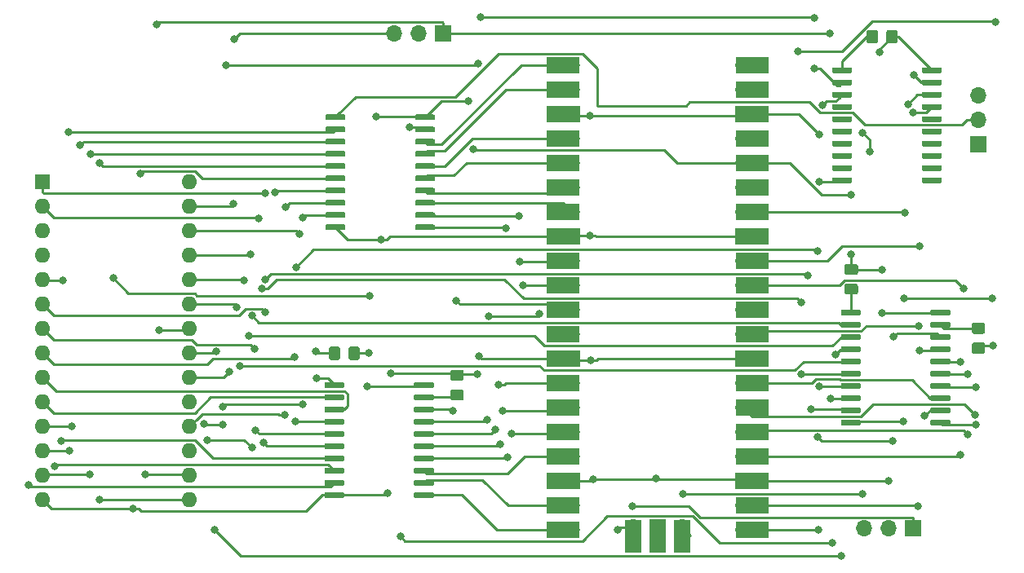
<source format=gbr>
G04 #@! TF.GenerationSoftware,KiCad,Pcbnew,5.1.5+dfsg1-2build2*
G04 #@! TF.CreationDate,2021-08-20T21:12:25+01:00*
G04 #@! TF.ProjectId,pico-rom-emulator-1,7069636f-2d72-46f6-9d2d-656d756c6174,rev?*
G04 #@! TF.SameCoordinates,Original*
G04 #@! TF.FileFunction,Copper,L1,Top*
G04 #@! TF.FilePolarity,Positive*
%FSLAX46Y46*%
G04 Gerber Fmt 4.6, Leading zero omitted, Abs format (unit mm)*
G04 Created by KiCad (PCBNEW 5.1.5+dfsg1-2build2) date 2021-08-20 21:12:25*
%MOMM*%
%LPD*%
G04 APERTURE LIST*
%ADD10O,1.700000X1.700000*%
%ADD11R,1.700000X1.700000*%
%ADD12R,1.700000X3.500000*%
%ADD13R,3.500000X1.700000*%
%ADD14C,0.100000*%
%ADD15O,1.600000X1.600000*%
%ADD16R,1.600000X1.600000*%
%ADD17C,0.800000*%
%ADD18C,0.250000*%
G04 APERTURE END LIST*
D10*
X256700000Y-76620000D03*
X256700000Y-79160000D03*
D11*
X256700000Y-81700000D03*
D10*
X244820000Y-121600000D03*
X247360000Y-121600000D03*
D11*
X249900000Y-121600000D03*
D10*
X225940000Y-121500000D03*
D12*
X225940000Y-122400000D03*
D11*
X223400000Y-121500000D03*
D12*
X223400000Y-122400000D03*
D10*
X220860000Y-121500000D03*
D12*
X220860000Y-122400000D03*
D13*
X233190000Y-121730000D03*
X233190000Y-119190000D03*
X233190000Y-116650000D03*
X233190000Y-114110000D03*
X233190000Y-111570000D03*
X233190000Y-109030000D03*
X233190000Y-106490000D03*
X233190000Y-103950000D03*
X233190000Y-101410000D03*
X233190000Y-98870000D03*
X233190000Y-96330000D03*
X233190000Y-93790000D03*
X233190000Y-91250000D03*
X233190000Y-88710000D03*
X233190000Y-86170000D03*
X233190000Y-83630000D03*
X233190000Y-81090000D03*
X233190000Y-78550000D03*
X233190000Y-76010000D03*
X233190000Y-73470000D03*
X213610000Y-121730000D03*
X213610000Y-119190000D03*
X213610000Y-116650000D03*
X213610000Y-114110000D03*
X213610000Y-111570000D03*
X213610000Y-109030000D03*
X213610000Y-106490000D03*
X213610000Y-103950000D03*
X213610000Y-101410000D03*
X213610000Y-98870000D03*
X213610000Y-96330000D03*
X213610000Y-93790000D03*
X213610000Y-91250000D03*
X213610000Y-88710000D03*
X213610000Y-86170000D03*
X213610000Y-83630000D03*
X213610000Y-81090000D03*
X213610000Y-78550000D03*
X213610000Y-76010000D03*
X213610000Y-73470000D03*
D10*
X232290000Y-73470000D03*
X232290000Y-76010000D03*
D11*
X232290000Y-78550000D03*
D10*
X232290000Y-81090000D03*
X232290000Y-83630000D03*
X232290000Y-86170000D03*
X232290000Y-88710000D03*
D11*
X232290000Y-91250000D03*
D10*
X232290000Y-93790000D03*
X232290000Y-96330000D03*
X232290000Y-98870000D03*
X232290000Y-101410000D03*
D11*
X232290000Y-103950000D03*
D10*
X232290000Y-106490000D03*
X232290000Y-109030000D03*
X232290000Y-111570000D03*
X232290000Y-114110000D03*
D11*
X232290000Y-116650000D03*
D10*
X232290000Y-119190000D03*
X232290000Y-121730000D03*
X214510000Y-121730000D03*
X214510000Y-119190000D03*
D11*
X214510000Y-116650000D03*
D10*
X214510000Y-114110000D03*
X214510000Y-111570000D03*
X214510000Y-109030000D03*
X214510000Y-106490000D03*
D11*
X214510000Y-103950000D03*
D10*
X214510000Y-101410000D03*
X214510000Y-98870000D03*
X214510000Y-96330000D03*
X214510000Y-93790000D03*
D11*
X214510000Y-91250000D03*
D10*
X214510000Y-88710000D03*
X214510000Y-86170000D03*
X214510000Y-83630000D03*
X214510000Y-81090000D03*
D11*
X214510000Y-78550000D03*
D10*
X214510000Y-76010000D03*
X214510000Y-73470000D03*
G04 #@! TA.AperFunction,SMDPad,CuDef*
D14*
G36*
X200039703Y-106385722D02*
G01*
X200054264Y-106387882D01*
X200068543Y-106391459D01*
X200082403Y-106396418D01*
X200095710Y-106402712D01*
X200108336Y-106410280D01*
X200120159Y-106419048D01*
X200131066Y-106428934D01*
X200140952Y-106439841D01*
X200149720Y-106451664D01*
X200157288Y-106464290D01*
X200163582Y-106477597D01*
X200168541Y-106491457D01*
X200172118Y-106505736D01*
X200174278Y-106520297D01*
X200175000Y-106535000D01*
X200175000Y-106835000D01*
X200174278Y-106849703D01*
X200172118Y-106864264D01*
X200168541Y-106878543D01*
X200163582Y-106892403D01*
X200157288Y-106905710D01*
X200149720Y-106918336D01*
X200140952Y-106930159D01*
X200131066Y-106941066D01*
X200120159Y-106950952D01*
X200108336Y-106959720D01*
X200095710Y-106967288D01*
X200082403Y-106973582D01*
X200068543Y-106978541D01*
X200054264Y-106982118D01*
X200039703Y-106984278D01*
X200025000Y-106985000D01*
X198275000Y-106985000D01*
X198260297Y-106984278D01*
X198245736Y-106982118D01*
X198231457Y-106978541D01*
X198217597Y-106973582D01*
X198204290Y-106967288D01*
X198191664Y-106959720D01*
X198179841Y-106950952D01*
X198168934Y-106941066D01*
X198159048Y-106930159D01*
X198150280Y-106918336D01*
X198142712Y-106905710D01*
X198136418Y-106892403D01*
X198131459Y-106878543D01*
X198127882Y-106864264D01*
X198125722Y-106849703D01*
X198125000Y-106835000D01*
X198125000Y-106535000D01*
X198125722Y-106520297D01*
X198127882Y-106505736D01*
X198131459Y-106491457D01*
X198136418Y-106477597D01*
X198142712Y-106464290D01*
X198150280Y-106451664D01*
X198159048Y-106439841D01*
X198168934Y-106428934D01*
X198179841Y-106419048D01*
X198191664Y-106410280D01*
X198204290Y-106402712D01*
X198217597Y-106396418D01*
X198231457Y-106391459D01*
X198245736Y-106387882D01*
X198260297Y-106385722D01*
X198275000Y-106385000D01*
X200025000Y-106385000D01*
X200039703Y-106385722D01*
G37*
G04 #@! TD.AperFunction*
G04 #@! TA.AperFunction,SMDPad,CuDef*
G36*
X200039703Y-107655722D02*
G01*
X200054264Y-107657882D01*
X200068543Y-107661459D01*
X200082403Y-107666418D01*
X200095710Y-107672712D01*
X200108336Y-107680280D01*
X200120159Y-107689048D01*
X200131066Y-107698934D01*
X200140952Y-107709841D01*
X200149720Y-107721664D01*
X200157288Y-107734290D01*
X200163582Y-107747597D01*
X200168541Y-107761457D01*
X200172118Y-107775736D01*
X200174278Y-107790297D01*
X200175000Y-107805000D01*
X200175000Y-108105000D01*
X200174278Y-108119703D01*
X200172118Y-108134264D01*
X200168541Y-108148543D01*
X200163582Y-108162403D01*
X200157288Y-108175710D01*
X200149720Y-108188336D01*
X200140952Y-108200159D01*
X200131066Y-108211066D01*
X200120159Y-108220952D01*
X200108336Y-108229720D01*
X200095710Y-108237288D01*
X200082403Y-108243582D01*
X200068543Y-108248541D01*
X200054264Y-108252118D01*
X200039703Y-108254278D01*
X200025000Y-108255000D01*
X198275000Y-108255000D01*
X198260297Y-108254278D01*
X198245736Y-108252118D01*
X198231457Y-108248541D01*
X198217597Y-108243582D01*
X198204290Y-108237288D01*
X198191664Y-108229720D01*
X198179841Y-108220952D01*
X198168934Y-108211066D01*
X198159048Y-108200159D01*
X198150280Y-108188336D01*
X198142712Y-108175710D01*
X198136418Y-108162403D01*
X198131459Y-108148543D01*
X198127882Y-108134264D01*
X198125722Y-108119703D01*
X198125000Y-108105000D01*
X198125000Y-107805000D01*
X198125722Y-107790297D01*
X198127882Y-107775736D01*
X198131459Y-107761457D01*
X198136418Y-107747597D01*
X198142712Y-107734290D01*
X198150280Y-107721664D01*
X198159048Y-107709841D01*
X198168934Y-107698934D01*
X198179841Y-107689048D01*
X198191664Y-107680280D01*
X198204290Y-107672712D01*
X198217597Y-107666418D01*
X198231457Y-107661459D01*
X198245736Y-107657882D01*
X198260297Y-107655722D01*
X198275000Y-107655000D01*
X200025000Y-107655000D01*
X200039703Y-107655722D01*
G37*
G04 #@! TD.AperFunction*
G04 #@! TA.AperFunction,SMDPad,CuDef*
G36*
X200039703Y-108925722D02*
G01*
X200054264Y-108927882D01*
X200068543Y-108931459D01*
X200082403Y-108936418D01*
X200095710Y-108942712D01*
X200108336Y-108950280D01*
X200120159Y-108959048D01*
X200131066Y-108968934D01*
X200140952Y-108979841D01*
X200149720Y-108991664D01*
X200157288Y-109004290D01*
X200163582Y-109017597D01*
X200168541Y-109031457D01*
X200172118Y-109045736D01*
X200174278Y-109060297D01*
X200175000Y-109075000D01*
X200175000Y-109375000D01*
X200174278Y-109389703D01*
X200172118Y-109404264D01*
X200168541Y-109418543D01*
X200163582Y-109432403D01*
X200157288Y-109445710D01*
X200149720Y-109458336D01*
X200140952Y-109470159D01*
X200131066Y-109481066D01*
X200120159Y-109490952D01*
X200108336Y-109499720D01*
X200095710Y-109507288D01*
X200082403Y-109513582D01*
X200068543Y-109518541D01*
X200054264Y-109522118D01*
X200039703Y-109524278D01*
X200025000Y-109525000D01*
X198275000Y-109525000D01*
X198260297Y-109524278D01*
X198245736Y-109522118D01*
X198231457Y-109518541D01*
X198217597Y-109513582D01*
X198204290Y-109507288D01*
X198191664Y-109499720D01*
X198179841Y-109490952D01*
X198168934Y-109481066D01*
X198159048Y-109470159D01*
X198150280Y-109458336D01*
X198142712Y-109445710D01*
X198136418Y-109432403D01*
X198131459Y-109418543D01*
X198127882Y-109404264D01*
X198125722Y-109389703D01*
X198125000Y-109375000D01*
X198125000Y-109075000D01*
X198125722Y-109060297D01*
X198127882Y-109045736D01*
X198131459Y-109031457D01*
X198136418Y-109017597D01*
X198142712Y-109004290D01*
X198150280Y-108991664D01*
X198159048Y-108979841D01*
X198168934Y-108968934D01*
X198179841Y-108959048D01*
X198191664Y-108950280D01*
X198204290Y-108942712D01*
X198217597Y-108936418D01*
X198231457Y-108931459D01*
X198245736Y-108927882D01*
X198260297Y-108925722D01*
X198275000Y-108925000D01*
X200025000Y-108925000D01*
X200039703Y-108925722D01*
G37*
G04 #@! TD.AperFunction*
G04 #@! TA.AperFunction,SMDPad,CuDef*
G36*
X200039703Y-110195722D02*
G01*
X200054264Y-110197882D01*
X200068543Y-110201459D01*
X200082403Y-110206418D01*
X200095710Y-110212712D01*
X200108336Y-110220280D01*
X200120159Y-110229048D01*
X200131066Y-110238934D01*
X200140952Y-110249841D01*
X200149720Y-110261664D01*
X200157288Y-110274290D01*
X200163582Y-110287597D01*
X200168541Y-110301457D01*
X200172118Y-110315736D01*
X200174278Y-110330297D01*
X200175000Y-110345000D01*
X200175000Y-110645000D01*
X200174278Y-110659703D01*
X200172118Y-110674264D01*
X200168541Y-110688543D01*
X200163582Y-110702403D01*
X200157288Y-110715710D01*
X200149720Y-110728336D01*
X200140952Y-110740159D01*
X200131066Y-110751066D01*
X200120159Y-110760952D01*
X200108336Y-110769720D01*
X200095710Y-110777288D01*
X200082403Y-110783582D01*
X200068543Y-110788541D01*
X200054264Y-110792118D01*
X200039703Y-110794278D01*
X200025000Y-110795000D01*
X198275000Y-110795000D01*
X198260297Y-110794278D01*
X198245736Y-110792118D01*
X198231457Y-110788541D01*
X198217597Y-110783582D01*
X198204290Y-110777288D01*
X198191664Y-110769720D01*
X198179841Y-110760952D01*
X198168934Y-110751066D01*
X198159048Y-110740159D01*
X198150280Y-110728336D01*
X198142712Y-110715710D01*
X198136418Y-110702403D01*
X198131459Y-110688543D01*
X198127882Y-110674264D01*
X198125722Y-110659703D01*
X198125000Y-110645000D01*
X198125000Y-110345000D01*
X198125722Y-110330297D01*
X198127882Y-110315736D01*
X198131459Y-110301457D01*
X198136418Y-110287597D01*
X198142712Y-110274290D01*
X198150280Y-110261664D01*
X198159048Y-110249841D01*
X198168934Y-110238934D01*
X198179841Y-110229048D01*
X198191664Y-110220280D01*
X198204290Y-110212712D01*
X198217597Y-110206418D01*
X198231457Y-110201459D01*
X198245736Y-110197882D01*
X198260297Y-110195722D01*
X198275000Y-110195000D01*
X200025000Y-110195000D01*
X200039703Y-110195722D01*
G37*
G04 #@! TD.AperFunction*
G04 #@! TA.AperFunction,SMDPad,CuDef*
G36*
X200039703Y-111465722D02*
G01*
X200054264Y-111467882D01*
X200068543Y-111471459D01*
X200082403Y-111476418D01*
X200095710Y-111482712D01*
X200108336Y-111490280D01*
X200120159Y-111499048D01*
X200131066Y-111508934D01*
X200140952Y-111519841D01*
X200149720Y-111531664D01*
X200157288Y-111544290D01*
X200163582Y-111557597D01*
X200168541Y-111571457D01*
X200172118Y-111585736D01*
X200174278Y-111600297D01*
X200175000Y-111615000D01*
X200175000Y-111915000D01*
X200174278Y-111929703D01*
X200172118Y-111944264D01*
X200168541Y-111958543D01*
X200163582Y-111972403D01*
X200157288Y-111985710D01*
X200149720Y-111998336D01*
X200140952Y-112010159D01*
X200131066Y-112021066D01*
X200120159Y-112030952D01*
X200108336Y-112039720D01*
X200095710Y-112047288D01*
X200082403Y-112053582D01*
X200068543Y-112058541D01*
X200054264Y-112062118D01*
X200039703Y-112064278D01*
X200025000Y-112065000D01*
X198275000Y-112065000D01*
X198260297Y-112064278D01*
X198245736Y-112062118D01*
X198231457Y-112058541D01*
X198217597Y-112053582D01*
X198204290Y-112047288D01*
X198191664Y-112039720D01*
X198179841Y-112030952D01*
X198168934Y-112021066D01*
X198159048Y-112010159D01*
X198150280Y-111998336D01*
X198142712Y-111985710D01*
X198136418Y-111972403D01*
X198131459Y-111958543D01*
X198127882Y-111944264D01*
X198125722Y-111929703D01*
X198125000Y-111915000D01*
X198125000Y-111615000D01*
X198125722Y-111600297D01*
X198127882Y-111585736D01*
X198131459Y-111571457D01*
X198136418Y-111557597D01*
X198142712Y-111544290D01*
X198150280Y-111531664D01*
X198159048Y-111519841D01*
X198168934Y-111508934D01*
X198179841Y-111499048D01*
X198191664Y-111490280D01*
X198204290Y-111482712D01*
X198217597Y-111476418D01*
X198231457Y-111471459D01*
X198245736Y-111467882D01*
X198260297Y-111465722D01*
X198275000Y-111465000D01*
X200025000Y-111465000D01*
X200039703Y-111465722D01*
G37*
G04 #@! TD.AperFunction*
G04 #@! TA.AperFunction,SMDPad,CuDef*
G36*
X200039703Y-112735722D02*
G01*
X200054264Y-112737882D01*
X200068543Y-112741459D01*
X200082403Y-112746418D01*
X200095710Y-112752712D01*
X200108336Y-112760280D01*
X200120159Y-112769048D01*
X200131066Y-112778934D01*
X200140952Y-112789841D01*
X200149720Y-112801664D01*
X200157288Y-112814290D01*
X200163582Y-112827597D01*
X200168541Y-112841457D01*
X200172118Y-112855736D01*
X200174278Y-112870297D01*
X200175000Y-112885000D01*
X200175000Y-113185000D01*
X200174278Y-113199703D01*
X200172118Y-113214264D01*
X200168541Y-113228543D01*
X200163582Y-113242403D01*
X200157288Y-113255710D01*
X200149720Y-113268336D01*
X200140952Y-113280159D01*
X200131066Y-113291066D01*
X200120159Y-113300952D01*
X200108336Y-113309720D01*
X200095710Y-113317288D01*
X200082403Y-113323582D01*
X200068543Y-113328541D01*
X200054264Y-113332118D01*
X200039703Y-113334278D01*
X200025000Y-113335000D01*
X198275000Y-113335000D01*
X198260297Y-113334278D01*
X198245736Y-113332118D01*
X198231457Y-113328541D01*
X198217597Y-113323582D01*
X198204290Y-113317288D01*
X198191664Y-113309720D01*
X198179841Y-113300952D01*
X198168934Y-113291066D01*
X198159048Y-113280159D01*
X198150280Y-113268336D01*
X198142712Y-113255710D01*
X198136418Y-113242403D01*
X198131459Y-113228543D01*
X198127882Y-113214264D01*
X198125722Y-113199703D01*
X198125000Y-113185000D01*
X198125000Y-112885000D01*
X198125722Y-112870297D01*
X198127882Y-112855736D01*
X198131459Y-112841457D01*
X198136418Y-112827597D01*
X198142712Y-112814290D01*
X198150280Y-112801664D01*
X198159048Y-112789841D01*
X198168934Y-112778934D01*
X198179841Y-112769048D01*
X198191664Y-112760280D01*
X198204290Y-112752712D01*
X198217597Y-112746418D01*
X198231457Y-112741459D01*
X198245736Y-112737882D01*
X198260297Y-112735722D01*
X198275000Y-112735000D01*
X200025000Y-112735000D01*
X200039703Y-112735722D01*
G37*
G04 #@! TD.AperFunction*
G04 #@! TA.AperFunction,SMDPad,CuDef*
G36*
X200039703Y-114005722D02*
G01*
X200054264Y-114007882D01*
X200068543Y-114011459D01*
X200082403Y-114016418D01*
X200095710Y-114022712D01*
X200108336Y-114030280D01*
X200120159Y-114039048D01*
X200131066Y-114048934D01*
X200140952Y-114059841D01*
X200149720Y-114071664D01*
X200157288Y-114084290D01*
X200163582Y-114097597D01*
X200168541Y-114111457D01*
X200172118Y-114125736D01*
X200174278Y-114140297D01*
X200175000Y-114155000D01*
X200175000Y-114455000D01*
X200174278Y-114469703D01*
X200172118Y-114484264D01*
X200168541Y-114498543D01*
X200163582Y-114512403D01*
X200157288Y-114525710D01*
X200149720Y-114538336D01*
X200140952Y-114550159D01*
X200131066Y-114561066D01*
X200120159Y-114570952D01*
X200108336Y-114579720D01*
X200095710Y-114587288D01*
X200082403Y-114593582D01*
X200068543Y-114598541D01*
X200054264Y-114602118D01*
X200039703Y-114604278D01*
X200025000Y-114605000D01*
X198275000Y-114605000D01*
X198260297Y-114604278D01*
X198245736Y-114602118D01*
X198231457Y-114598541D01*
X198217597Y-114593582D01*
X198204290Y-114587288D01*
X198191664Y-114579720D01*
X198179841Y-114570952D01*
X198168934Y-114561066D01*
X198159048Y-114550159D01*
X198150280Y-114538336D01*
X198142712Y-114525710D01*
X198136418Y-114512403D01*
X198131459Y-114498543D01*
X198127882Y-114484264D01*
X198125722Y-114469703D01*
X198125000Y-114455000D01*
X198125000Y-114155000D01*
X198125722Y-114140297D01*
X198127882Y-114125736D01*
X198131459Y-114111457D01*
X198136418Y-114097597D01*
X198142712Y-114084290D01*
X198150280Y-114071664D01*
X198159048Y-114059841D01*
X198168934Y-114048934D01*
X198179841Y-114039048D01*
X198191664Y-114030280D01*
X198204290Y-114022712D01*
X198217597Y-114016418D01*
X198231457Y-114011459D01*
X198245736Y-114007882D01*
X198260297Y-114005722D01*
X198275000Y-114005000D01*
X200025000Y-114005000D01*
X200039703Y-114005722D01*
G37*
G04 #@! TD.AperFunction*
G04 #@! TA.AperFunction,SMDPad,CuDef*
G36*
X200039703Y-115275722D02*
G01*
X200054264Y-115277882D01*
X200068543Y-115281459D01*
X200082403Y-115286418D01*
X200095710Y-115292712D01*
X200108336Y-115300280D01*
X200120159Y-115309048D01*
X200131066Y-115318934D01*
X200140952Y-115329841D01*
X200149720Y-115341664D01*
X200157288Y-115354290D01*
X200163582Y-115367597D01*
X200168541Y-115381457D01*
X200172118Y-115395736D01*
X200174278Y-115410297D01*
X200175000Y-115425000D01*
X200175000Y-115725000D01*
X200174278Y-115739703D01*
X200172118Y-115754264D01*
X200168541Y-115768543D01*
X200163582Y-115782403D01*
X200157288Y-115795710D01*
X200149720Y-115808336D01*
X200140952Y-115820159D01*
X200131066Y-115831066D01*
X200120159Y-115840952D01*
X200108336Y-115849720D01*
X200095710Y-115857288D01*
X200082403Y-115863582D01*
X200068543Y-115868541D01*
X200054264Y-115872118D01*
X200039703Y-115874278D01*
X200025000Y-115875000D01*
X198275000Y-115875000D01*
X198260297Y-115874278D01*
X198245736Y-115872118D01*
X198231457Y-115868541D01*
X198217597Y-115863582D01*
X198204290Y-115857288D01*
X198191664Y-115849720D01*
X198179841Y-115840952D01*
X198168934Y-115831066D01*
X198159048Y-115820159D01*
X198150280Y-115808336D01*
X198142712Y-115795710D01*
X198136418Y-115782403D01*
X198131459Y-115768543D01*
X198127882Y-115754264D01*
X198125722Y-115739703D01*
X198125000Y-115725000D01*
X198125000Y-115425000D01*
X198125722Y-115410297D01*
X198127882Y-115395736D01*
X198131459Y-115381457D01*
X198136418Y-115367597D01*
X198142712Y-115354290D01*
X198150280Y-115341664D01*
X198159048Y-115329841D01*
X198168934Y-115318934D01*
X198179841Y-115309048D01*
X198191664Y-115300280D01*
X198204290Y-115292712D01*
X198217597Y-115286418D01*
X198231457Y-115281459D01*
X198245736Y-115277882D01*
X198260297Y-115275722D01*
X198275000Y-115275000D01*
X200025000Y-115275000D01*
X200039703Y-115275722D01*
G37*
G04 #@! TD.AperFunction*
G04 #@! TA.AperFunction,SMDPad,CuDef*
G36*
X200039703Y-116545722D02*
G01*
X200054264Y-116547882D01*
X200068543Y-116551459D01*
X200082403Y-116556418D01*
X200095710Y-116562712D01*
X200108336Y-116570280D01*
X200120159Y-116579048D01*
X200131066Y-116588934D01*
X200140952Y-116599841D01*
X200149720Y-116611664D01*
X200157288Y-116624290D01*
X200163582Y-116637597D01*
X200168541Y-116651457D01*
X200172118Y-116665736D01*
X200174278Y-116680297D01*
X200175000Y-116695000D01*
X200175000Y-116995000D01*
X200174278Y-117009703D01*
X200172118Y-117024264D01*
X200168541Y-117038543D01*
X200163582Y-117052403D01*
X200157288Y-117065710D01*
X200149720Y-117078336D01*
X200140952Y-117090159D01*
X200131066Y-117101066D01*
X200120159Y-117110952D01*
X200108336Y-117119720D01*
X200095710Y-117127288D01*
X200082403Y-117133582D01*
X200068543Y-117138541D01*
X200054264Y-117142118D01*
X200039703Y-117144278D01*
X200025000Y-117145000D01*
X198275000Y-117145000D01*
X198260297Y-117144278D01*
X198245736Y-117142118D01*
X198231457Y-117138541D01*
X198217597Y-117133582D01*
X198204290Y-117127288D01*
X198191664Y-117119720D01*
X198179841Y-117110952D01*
X198168934Y-117101066D01*
X198159048Y-117090159D01*
X198150280Y-117078336D01*
X198142712Y-117065710D01*
X198136418Y-117052403D01*
X198131459Y-117038543D01*
X198127882Y-117024264D01*
X198125722Y-117009703D01*
X198125000Y-116995000D01*
X198125000Y-116695000D01*
X198125722Y-116680297D01*
X198127882Y-116665736D01*
X198131459Y-116651457D01*
X198136418Y-116637597D01*
X198142712Y-116624290D01*
X198150280Y-116611664D01*
X198159048Y-116599841D01*
X198168934Y-116588934D01*
X198179841Y-116579048D01*
X198191664Y-116570280D01*
X198204290Y-116562712D01*
X198217597Y-116556418D01*
X198231457Y-116551459D01*
X198245736Y-116547882D01*
X198260297Y-116545722D01*
X198275000Y-116545000D01*
X200025000Y-116545000D01*
X200039703Y-116545722D01*
G37*
G04 #@! TD.AperFunction*
G04 #@! TA.AperFunction,SMDPad,CuDef*
G36*
X200039703Y-117815722D02*
G01*
X200054264Y-117817882D01*
X200068543Y-117821459D01*
X200082403Y-117826418D01*
X200095710Y-117832712D01*
X200108336Y-117840280D01*
X200120159Y-117849048D01*
X200131066Y-117858934D01*
X200140952Y-117869841D01*
X200149720Y-117881664D01*
X200157288Y-117894290D01*
X200163582Y-117907597D01*
X200168541Y-117921457D01*
X200172118Y-117935736D01*
X200174278Y-117950297D01*
X200175000Y-117965000D01*
X200175000Y-118265000D01*
X200174278Y-118279703D01*
X200172118Y-118294264D01*
X200168541Y-118308543D01*
X200163582Y-118322403D01*
X200157288Y-118335710D01*
X200149720Y-118348336D01*
X200140952Y-118360159D01*
X200131066Y-118371066D01*
X200120159Y-118380952D01*
X200108336Y-118389720D01*
X200095710Y-118397288D01*
X200082403Y-118403582D01*
X200068543Y-118408541D01*
X200054264Y-118412118D01*
X200039703Y-118414278D01*
X200025000Y-118415000D01*
X198275000Y-118415000D01*
X198260297Y-118414278D01*
X198245736Y-118412118D01*
X198231457Y-118408541D01*
X198217597Y-118403582D01*
X198204290Y-118397288D01*
X198191664Y-118389720D01*
X198179841Y-118380952D01*
X198168934Y-118371066D01*
X198159048Y-118360159D01*
X198150280Y-118348336D01*
X198142712Y-118335710D01*
X198136418Y-118322403D01*
X198131459Y-118308543D01*
X198127882Y-118294264D01*
X198125722Y-118279703D01*
X198125000Y-118265000D01*
X198125000Y-117965000D01*
X198125722Y-117950297D01*
X198127882Y-117935736D01*
X198131459Y-117921457D01*
X198136418Y-117907597D01*
X198142712Y-117894290D01*
X198150280Y-117881664D01*
X198159048Y-117869841D01*
X198168934Y-117858934D01*
X198179841Y-117849048D01*
X198191664Y-117840280D01*
X198204290Y-117832712D01*
X198217597Y-117826418D01*
X198231457Y-117821459D01*
X198245736Y-117817882D01*
X198260297Y-117815722D01*
X198275000Y-117815000D01*
X200025000Y-117815000D01*
X200039703Y-117815722D01*
G37*
G04 #@! TD.AperFunction*
G04 #@! TA.AperFunction,SMDPad,CuDef*
G36*
X190739703Y-117815722D02*
G01*
X190754264Y-117817882D01*
X190768543Y-117821459D01*
X190782403Y-117826418D01*
X190795710Y-117832712D01*
X190808336Y-117840280D01*
X190820159Y-117849048D01*
X190831066Y-117858934D01*
X190840952Y-117869841D01*
X190849720Y-117881664D01*
X190857288Y-117894290D01*
X190863582Y-117907597D01*
X190868541Y-117921457D01*
X190872118Y-117935736D01*
X190874278Y-117950297D01*
X190875000Y-117965000D01*
X190875000Y-118265000D01*
X190874278Y-118279703D01*
X190872118Y-118294264D01*
X190868541Y-118308543D01*
X190863582Y-118322403D01*
X190857288Y-118335710D01*
X190849720Y-118348336D01*
X190840952Y-118360159D01*
X190831066Y-118371066D01*
X190820159Y-118380952D01*
X190808336Y-118389720D01*
X190795710Y-118397288D01*
X190782403Y-118403582D01*
X190768543Y-118408541D01*
X190754264Y-118412118D01*
X190739703Y-118414278D01*
X190725000Y-118415000D01*
X188975000Y-118415000D01*
X188960297Y-118414278D01*
X188945736Y-118412118D01*
X188931457Y-118408541D01*
X188917597Y-118403582D01*
X188904290Y-118397288D01*
X188891664Y-118389720D01*
X188879841Y-118380952D01*
X188868934Y-118371066D01*
X188859048Y-118360159D01*
X188850280Y-118348336D01*
X188842712Y-118335710D01*
X188836418Y-118322403D01*
X188831459Y-118308543D01*
X188827882Y-118294264D01*
X188825722Y-118279703D01*
X188825000Y-118265000D01*
X188825000Y-117965000D01*
X188825722Y-117950297D01*
X188827882Y-117935736D01*
X188831459Y-117921457D01*
X188836418Y-117907597D01*
X188842712Y-117894290D01*
X188850280Y-117881664D01*
X188859048Y-117869841D01*
X188868934Y-117858934D01*
X188879841Y-117849048D01*
X188891664Y-117840280D01*
X188904290Y-117832712D01*
X188917597Y-117826418D01*
X188931457Y-117821459D01*
X188945736Y-117817882D01*
X188960297Y-117815722D01*
X188975000Y-117815000D01*
X190725000Y-117815000D01*
X190739703Y-117815722D01*
G37*
G04 #@! TD.AperFunction*
G04 #@! TA.AperFunction,SMDPad,CuDef*
G36*
X190739703Y-116545722D02*
G01*
X190754264Y-116547882D01*
X190768543Y-116551459D01*
X190782403Y-116556418D01*
X190795710Y-116562712D01*
X190808336Y-116570280D01*
X190820159Y-116579048D01*
X190831066Y-116588934D01*
X190840952Y-116599841D01*
X190849720Y-116611664D01*
X190857288Y-116624290D01*
X190863582Y-116637597D01*
X190868541Y-116651457D01*
X190872118Y-116665736D01*
X190874278Y-116680297D01*
X190875000Y-116695000D01*
X190875000Y-116995000D01*
X190874278Y-117009703D01*
X190872118Y-117024264D01*
X190868541Y-117038543D01*
X190863582Y-117052403D01*
X190857288Y-117065710D01*
X190849720Y-117078336D01*
X190840952Y-117090159D01*
X190831066Y-117101066D01*
X190820159Y-117110952D01*
X190808336Y-117119720D01*
X190795710Y-117127288D01*
X190782403Y-117133582D01*
X190768543Y-117138541D01*
X190754264Y-117142118D01*
X190739703Y-117144278D01*
X190725000Y-117145000D01*
X188975000Y-117145000D01*
X188960297Y-117144278D01*
X188945736Y-117142118D01*
X188931457Y-117138541D01*
X188917597Y-117133582D01*
X188904290Y-117127288D01*
X188891664Y-117119720D01*
X188879841Y-117110952D01*
X188868934Y-117101066D01*
X188859048Y-117090159D01*
X188850280Y-117078336D01*
X188842712Y-117065710D01*
X188836418Y-117052403D01*
X188831459Y-117038543D01*
X188827882Y-117024264D01*
X188825722Y-117009703D01*
X188825000Y-116995000D01*
X188825000Y-116695000D01*
X188825722Y-116680297D01*
X188827882Y-116665736D01*
X188831459Y-116651457D01*
X188836418Y-116637597D01*
X188842712Y-116624290D01*
X188850280Y-116611664D01*
X188859048Y-116599841D01*
X188868934Y-116588934D01*
X188879841Y-116579048D01*
X188891664Y-116570280D01*
X188904290Y-116562712D01*
X188917597Y-116556418D01*
X188931457Y-116551459D01*
X188945736Y-116547882D01*
X188960297Y-116545722D01*
X188975000Y-116545000D01*
X190725000Y-116545000D01*
X190739703Y-116545722D01*
G37*
G04 #@! TD.AperFunction*
G04 #@! TA.AperFunction,SMDPad,CuDef*
G36*
X190739703Y-115275722D02*
G01*
X190754264Y-115277882D01*
X190768543Y-115281459D01*
X190782403Y-115286418D01*
X190795710Y-115292712D01*
X190808336Y-115300280D01*
X190820159Y-115309048D01*
X190831066Y-115318934D01*
X190840952Y-115329841D01*
X190849720Y-115341664D01*
X190857288Y-115354290D01*
X190863582Y-115367597D01*
X190868541Y-115381457D01*
X190872118Y-115395736D01*
X190874278Y-115410297D01*
X190875000Y-115425000D01*
X190875000Y-115725000D01*
X190874278Y-115739703D01*
X190872118Y-115754264D01*
X190868541Y-115768543D01*
X190863582Y-115782403D01*
X190857288Y-115795710D01*
X190849720Y-115808336D01*
X190840952Y-115820159D01*
X190831066Y-115831066D01*
X190820159Y-115840952D01*
X190808336Y-115849720D01*
X190795710Y-115857288D01*
X190782403Y-115863582D01*
X190768543Y-115868541D01*
X190754264Y-115872118D01*
X190739703Y-115874278D01*
X190725000Y-115875000D01*
X188975000Y-115875000D01*
X188960297Y-115874278D01*
X188945736Y-115872118D01*
X188931457Y-115868541D01*
X188917597Y-115863582D01*
X188904290Y-115857288D01*
X188891664Y-115849720D01*
X188879841Y-115840952D01*
X188868934Y-115831066D01*
X188859048Y-115820159D01*
X188850280Y-115808336D01*
X188842712Y-115795710D01*
X188836418Y-115782403D01*
X188831459Y-115768543D01*
X188827882Y-115754264D01*
X188825722Y-115739703D01*
X188825000Y-115725000D01*
X188825000Y-115425000D01*
X188825722Y-115410297D01*
X188827882Y-115395736D01*
X188831459Y-115381457D01*
X188836418Y-115367597D01*
X188842712Y-115354290D01*
X188850280Y-115341664D01*
X188859048Y-115329841D01*
X188868934Y-115318934D01*
X188879841Y-115309048D01*
X188891664Y-115300280D01*
X188904290Y-115292712D01*
X188917597Y-115286418D01*
X188931457Y-115281459D01*
X188945736Y-115277882D01*
X188960297Y-115275722D01*
X188975000Y-115275000D01*
X190725000Y-115275000D01*
X190739703Y-115275722D01*
G37*
G04 #@! TD.AperFunction*
G04 #@! TA.AperFunction,SMDPad,CuDef*
G36*
X190739703Y-114005722D02*
G01*
X190754264Y-114007882D01*
X190768543Y-114011459D01*
X190782403Y-114016418D01*
X190795710Y-114022712D01*
X190808336Y-114030280D01*
X190820159Y-114039048D01*
X190831066Y-114048934D01*
X190840952Y-114059841D01*
X190849720Y-114071664D01*
X190857288Y-114084290D01*
X190863582Y-114097597D01*
X190868541Y-114111457D01*
X190872118Y-114125736D01*
X190874278Y-114140297D01*
X190875000Y-114155000D01*
X190875000Y-114455000D01*
X190874278Y-114469703D01*
X190872118Y-114484264D01*
X190868541Y-114498543D01*
X190863582Y-114512403D01*
X190857288Y-114525710D01*
X190849720Y-114538336D01*
X190840952Y-114550159D01*
X190831066Y-114561066D01*
X190820159Y-114570952D01*
X190808336Y-114579720D01*
X190795710Y-114587288D01*
X190782403Y-114593582D01*
X190768543Y-114598541D01*
X190754264Y-114602118D01*
X190739703Y-114604278D01*
X190725000Y-114605000D01*
X188975000Y-114605000D01*
X188960297Y-114604278D01*
X188945736Y-114602118D01*
X188931457Y-114598541D01*
X188917597Y-114593582D01*
X188904290Y-114587288D01*
X188891664Y-114579720D01*
X188879841Y-114570952D01*
X188868934Y-114561066D01*
X188859048Y-114550159D01*
X188850280Y-114538336D01*
X188842712Y-114525710D01*
X188836418Y-114512403D01*
X188831459Y-114498543D01*
X188827882Y-114484264D01*
X188825722Y-114469703D01*
X188825000Y-114455000D01*
X188825000Y-114155000D01*
X188825722Y-114140297D01*
X188827882Y-114125736D01*
X188831459Y-114111457D01*
X188836418Y-114097597D01*
X188842712Y-114084290D01*
X188850280Y-114071664D01*
X188859048Y-114059841D01*
X188868934Y-114048934D01*
X188879841Y-114039048D01*
X188891664Y-114030280D01*
X188904290Y-114022712D01*
X188917597Y-114016418D01*
X188931457Y-114011459D01*
X188945736Y-114007882D01*
X188960297Y-114005722D01*
X188975000Y-114005000D01*
X190725000Y-114005000D01*
X190739703Y-114005722D01*
G37*
G04 #@! TD.AperFunction*
G04 #@! TA.AperFunction,SMDPad,CuDef*
G36*
X190739703Y-112735722D02*
G01*
X190754264Y-112737882D01*
X190768543Y-112741459D01*
X190782403Y-112746418D01*
X190795710Y-112752712D01*
X190808336Y-112760280D01*
X190820159Y-112769048D01*
X190831066Y-112778934D01*
X190840952Y-112789841D01*
X190849720Y-112801664D01*
X190857288Y-112814290D01*
X190863582Y-112827597D01*
X190868541Y-112841457D01*
X190872118Y-112855736D01*
X190874278Y-112870297D01*
X190875000Y-112885000D01*
X190875000Y-113185000D01*
X190874278Y-113199703D01*
X190872118Y-113214264D01*
X190868541Y-113228543D01*
X190863582Y-113242403D01*
X190857288Y-113255710D01*
X190849720Y-113268336D01*
X190840952Y-113280159D01*
X190831066Y-113291066D01*
X190820159Y-113300952D01*
X190808336Y-113309720D01*
X190795710Y-113317288D01*
X190782403Y-113323582D01*
X190768543Y-113328541D01*
X190754264Y-113332118D01*
X190739703Y-113334278D01*
X190725000Y-113335000D01*
X188975000Y-113335000D01*
X188960297Y-113334278D01*
X188945736Y-113332118D01*
X188931457Y-113328541D01*
X188917597Y-113323582D01*
X188904290Y-113317288D01*
X188891664Y-113309720D01*
X188879841Y-113300952D01*
X188868934Y-113291066D01*
X188859048Y-113280159D01*
X188850280Y-113268336D01*
X188842712Y-113255710D01*
X188836418Y-113242403D01*
X188831459Y-113228543D01*
X188827882Y-113214264D01*
X188825722Y-113199703D01*
X188825000Y-113185000D01*
X188825000Y-112885000D01*
X188825722Y-112870297D01*
X188827882Y-112855736D01*
X188831459Y-112841457D01*
X188836418Y-112827597D01*
X188842712Y-112814290D01*
X188850280Y-112801664D01*
X188859048Y-112789841D01*
X188868934Y-112778934D01*
X188879841Y-112769048D01*
X188891664Y-112760280D01*
X188904290Y-112752712D01*
X188917597Y-112746418D01*
X188931457Y-112741459D01*
X188945736Y-112737882D01*
X188960297Y-112735722D01*
X188975000Y-112735000D01*
X190725000Y-112735000D01*
X190739703Y-112735722D01*
G37*
G04 #@! TD.AperFunction*
G04 #@! TA.AperFunction,SMDPad,CuDef*
G36*
X190739703Y-111465722D02*
G01*
X190754264Y-111467882D01*
X190768543Y-111471459D01*
X190782403Y-111476418D01*
X190795710Y-111482712D01*
X190808336Y-111490280D01*
X190820159Y-111499048D01*
X190831066Y-111508934D01*
X190840952Y-111519841D01*
X190849720Y-111531664D01*
X190857288Y-111544290D01*
X190863582Y-111557597D01*
X190868541Y-111571457D01*
X190872118Y-111585736D01*
X190874278Y-111600297D01*
X190875000Y-111615000D01*
X190875000Y-111915000D01*
X190874278Y-111929703D01*
X190872118Y-111944264D01*
X190868541Y-111958543D01*
X190863582Y-111972403D01*
X190857288Y-111985710D01*
X190849720Y-111998336D01*
X190840952Y-112010159D01*
X190831066Y-112021066D01*
X190820159Y-112030952D01*
X190808336Y-112039720D01*
X190795710Y-112047288D01*
X190782403Y-112053582D01*
X190768543Y-112058541D01*
X190754264Y-112062118D01*
X190739703Y-112064278D01*
X190725000Y-112065000D01*
X188975000Y-112065000D01*
X188960297Y-112064278D01*
X188945736Y-112062118D01*
X188931457Y-112058541D01*
X188917597Y-112053582D01*
X188904290Y-112047288D01*
X188891664Y-112039720D01*
X188879841Y-112030952D01*
X188868934Y-112021066D01*
X188859048Y-112010159D01*
X188850280Y-111998336D01*
X188842712Y-111985710D01*
X188836418Y-111972403D01*
X188831459Y-111958543D01*
X188827882Y-111944264D01*
X188825722Y-111929703D01*
X188825000Y-111915000D01*
X188825000Y-111615000D01*
X188825722Y-111600297D01*
X188827882Y-111585736D01*
X188831459Y-111571457D01*
X188836418Y-111557597D01*
X188842712Y-111544290D01*
X188850280Y-111531664D01*
X188859048Y-111519841D01*
X188868934Y-111508934D01*
X188879841Y-111499048D01*
X188891664Y-111490280D01*
X188904290Y-111482712D01*
X188917597Y-111476418D01*
X188931457Y-111471459D01*
X188945736Y-111467882D01*
X188960297Y-111465722D01*
X188975000Y-111465000D01*
X190725000Y-111465000D01*
X190739703Y-111465722D01*
G37*
G04 #@! TD.AperFunction*
G04 #@! TA.AperFunction,SMDPad,CuDef*
G36*
X190739703Y-110195722D02*
G01*
X190754264Y-110197882D01*
X190768543Y-110201459D01*
X190782403Y-110206418D01*
X190795710Y-110212712D01*
X190808336Y-110220280D01*
X190820159Y-110229048D01*
X190831066Y-110238934D01*
X190840952Y-110249841D01*
X190849720Y-110261664D01*
X190857288Y-110274290D01*
X190863582Y-110287597D01*
X190868541Y-110301457D01*
X190872118Y-110315736D01*
X190874278Y-110330297D01*
X190875000Y-110345000D01*
X190875000Y-110645000D01*
X190874278Y-110659703D01*
X190872118Y-110674264D01*
X190868541Y-110688543D01*
X190863582Y-110702403D01*
X190857288Y-110715710D01*
X190849720Y-110728336D01*
X190840952Y-110740159D01*
X190831066Y-110751066D01*
X190820159Y-110760952D01*
X190808336Y-110769720D01*
X190795710Y-110777288D01*
X190782403Y-110783582D01*
X190768543Y-110788541D01*
X190754264Y-110792118D01*
X190739703Y-110794278D01*
X190725000Y-110795000D01*
X188975000Y-110795000D01*
X188960297Y-110794278D01*
X188945736Y-110792118D01*
X188931457Y-110788541D01*
X188917597Y-110783582D01*
X188904290Y-110777288D01*
X188891664Y-110769720D01*
X188879841Y-110760952D01*
X188868934Y-110751066D01*
X188859048Y-110740159D01*
X188850280Y-110728336D01*
X188842712Y-110715710D01*
X188836418Y-110702403D01*
X188831459Y-110688543D01*
X188827882Y-110674264D01*
X188825722Y-110659703D01*
X188825000Y-110645000D01*
X188825000Y-110345000D01*
X188825722Y-110330297D01*
X188827882Y-110315736D01*
X188831459Y-110301457D01*
X188836418Y-110287597D01*
X188842712Y-110274290D01*
X188850280Y-110261664D01*
X188859048Y-110249841D01*
X188868934Y-110238934D01*
X188879841Y-110229048D01*
X188891664Y-110220280D01*
X188904290Y-110212712D01*
X188917597Y-110206418D01*
X188931457Y-110201459D01*
X188945736Y-110197882D01*
X188960297Y-110195722D01*
X188975000Y-110195000D01*
X190725000Y-110195000D01*
X190739703Y-110195722D01*
G37*
G04 #@! TD.AperFunction*
G04 #@! TA.AperFunction,SMDPad,CuDef*
G36*
X190739703Y-108925722D02*
G01*
X190754264Y-108927882D01*
X190768543Y-108931459D01*
X190782403Y-108936418D01*
X190795710Y-108942712D01*
X190808336Y-108950280D01*
X190820159Y-108959048D01*
X190831066Y-108968934D01*
X190840952Y-108979841D01*
X190849720Y-108991664D01*
X190857288Y-109004290D01*
X190863582Y-109017597D01*
X190868541Y-109031457D01*
X190872118Y-109045736D01*
X190874278Y-109060297D01*
X190875000Y-109075000D01*
X190875000Y-109375000D01*
X190874278Y-109389703D01*
X190872118Y-109404264D01*
X190868541Y-109418543D01*
X190863582Y-109432403D01*
X190857288Y-109445710D01*
X190849720Y-109458336D01*
X190840952Y-109470159D01*
X190831066Y-109481066D01*
X190820159Y-109490952D01*
X190808336Y-109499720D01*
X190795710Y-109507288D01*
X190782403Y-109513582D01*
X190768543Y-109518541D01*
X190754264Y-109522118D01*
X190739703Y-109524278D01*
X190725000Y-109525000D01*
X188975000Y-109525000D01*
X188960297Y-109524278D01*
X188945736Y-109522118D01*
X188931457Y-109518541D01*
X188917597Y-109513582D01*
X188904290Y-109507288D01*
X188891664Y-109499720D01*
X188879841Y-109490952D01*
X188868934Y-109481066D01*
X188859048Y-109470159D01*
X188850280Y-109458336D01*
X188842712Y-109445710D01*
X188836418Y-109432403D01*
X188831459Y-109418543D01*
X188827882Y-109404264D01*
X188825722Y-109389703D01*
X188825000Y-109375000D01*
X188825000Y-109075000D01*
X188825722Y-109060297D01*
X188827882Y-109045736D01*
X188831459Y-109031457D01*
X188836418Y-109017597D01*
X188842712Y-109004290D01*
X188850280Y-108991664D01*
X188859048Y-108979841D01*
X188868934Y-108968934D01*
X188879841Y-108959048D01*
X188891664Y-108950280D01*
X188904290Y-108942712D01*
X188917597Y-108936418D01*
X188931457Y-108931459D01*
X188945736Y-108927882D01*
X188960297Y-108925722D01*
X188975000Y-108925000D01*
X190725000Y-108925000D01*
X190739703Y-108925722D01*
G37*
G04 #@! TD.AperFunction*
G04 #@! TA.AperFunction,SMDPad,CuDef*
G36*
X190739703Y-107655722D02*
G01*
X190754264Y-107657882D01*
X190768543Y-107661459D01*
X190782403Y-107666418D01*
X190795710Y-107672712D01*
X190808336Y-107680280D01*
X190820159Y-107689048D01*
X190831066Y-107698934D01*
X190840952Y-107709841D01*
X190849720Y-107721664D01*
X190857288Y-107734290D01*
X190863582Y-107747597D01*
X190868541Y-107761457D01*
X190872118Y-107775736D01*
X190874278Y-107790297D01*
X190875000Y-107805000D01*
X190875000Y-108105000D01*
X190874278Y-108119703D01*
X190872118Y-108134264D01*
X190868541Y-108148543D01*
X190863582Y-108162403D01*
X190857288Y-108175710D01*
X190849720Y-108188336D01*
X190840952Y-108200159D01*
X190831066Y-108211066D01*
X190820159Y-108220952D01*
X190808336Y-108229720D01*
X190795710Y-108237288D01*
X190782403Y-108243582D01*
X190768543Y-108248541D01*
X190754264Y-108252118D01*
X190739703Y-108254278D01*
X190725000Y-108255000D01*
X188975000Y-108255000D01*
X188960297Y-108254278D01*
X188945736Y-108252118D01*
X188931457Y-108248541D01*
X188917597Y-108243582D01*
X188904290Y-108237288D01*
X188891664Y-108229720D01*
X188879841Y-108220952D01*
X188868934Y-108211066D01*
X188859048Y-108200159D01*
X188850280Y-108188336D01*
X188842712Y-108175710D01*
X188836418Y-108162403D01*
X188831459Y-108148543D01*
X188827882Y-108134264D01*
X188825722Y-108119703D01*
X188825000Y-108105000D01*
X188825000Y-107805000D01*
X188825722Y-107790297D01*
X188827882Y-107775736D01*
X188831459Y-107761457D01*
X188836418Y-107747597D01*
X188842712Y-107734290D01*
X188850280Y-107721664D01*
X188859048Y-107709841D01*
X188868934Y-107698934D01*
X188879841Y-107689048D01*
X188891664Y-107680280D01*
X188904290Y-107672712D01*
X188917597Y-107666418D01*
X188931457Y-107661459D01*
X188945736Y-107657882D01*
X188960297Y-107655722D01*
X188975000Y-107655000D01*
X190725000Y-107655000D01*
X190739703Y-107655722D01*
G37*
G04 #@! TD.AperFunction*
G04 #@! TA.AperFunction,SMDPad,CuDef*
G36*
X190739703Y-106385722D02*
G01*
X190754264Y-106387882D01*
X190768543Y-106391459D01*
X190782403Y-106396418D01*
X190795710Y-106402712D01*
X190808336Y-106410280D01*
X190820159Y-106419048D01*
X190831066Y-106428934D01*
X190840952Y-106439841D01*
X190849720Y-106451664D01*
X190857288Y-106464290D01*
X190863582Y-106477597D01*
X190868541Y-106491457D01*
X190872118Y-106505736D01*
X190874278Y-106520297D01*
X190875000Y-106535000D01*
X190875000Y-106835000D01*
X190874278Y-106849703D01*
X190872118Y-106864264D01*
X190868541Y-106878543D01*
X190863582Y-106892403D01*
X190857288Y-106905710D01*
X190849720Y-106918336D01*
X190840952Y-106930159D01*
X190831066Y-106941066D01*
X190820159Y-106950952D01*
X190808336Y-106959720D01*
X190795710Y-106967288D01*
X190782403Y-106973582D01*
X190768543Y-106978541D01*
X190754264Y-106982118D01*
X190739703Y-106984278D01*
X190725000Y-106985000D01*
X188975000Y-106985000D01*
X188960297Y-106984278D01*
X188945736Y-106982118D01*
X188931457Y-106978541D01*
X188917597Y-106973582D01*
X188904290Y-106967288D01*
X188891664Y-106959720D01*
X188879841Y-106950952D01*
X188868934Y-106941066D01*
X188859048Y-106930159D01*
X188850280Y-106918336D01*
X188842712Y-106905710D01*
X188836418Y-106892403D01*
X188831459Y-106878543D01*
X188827882Y-106864264D01*
X188825722Y-106849703D01*
X188825000Y-106835000D01*
X188825000Y-106535000D01*
X188825722Y-106520297D01*
X188827882Y-106505736D01*
X188831459Y-106491457D01*
X188836418Y-106477597D01*
X188842712Y-106464290D01*
X188850280Y-106451664D01*
X188859048Y-106439841D01*
X188868934Y-106428934D01*
X188879841Y-106419048D01*
X188891664Y-106410280D01*
X188904290Y-106402712D01*
X188917597Y-106396418D01*
X188931457Y-106391459D01*
X188945736Y-106387882D01*
X188960297Y-106385722D01*
X188975000Y-106385000D01*
X190725000Y-106385000D01*
X190739703Y-106385722D01*
G37*
G04 #@! TD.AperFunction*
G04 #@! TA.AperFunction,SMDPad,CuDef*
G36*
X200139703Y-78585722D02*
G01*
X200154264Y-78587882D01*
X200168543Y-78591459D01*
X200182403Y-78596418D01*
X200195710Y-78602712D01*
X200208336Y-78610280D01*
X200220159Y-78619048D01*
X200231066Y-78628934D01*
X200240952Y-78639841D01*
X200249720Y-78651664D01*
X200257288Y-78664290D01*
X200263582Y-78677597D01*
X200268541Y-78691457D01*
X200272118Y-78705736D01*
X200274278Y-78720297D01*
X200275000Y-78735000D01*
X200275000Y-79035000D01*
X200274278Y-79049703D01*
X200272118Y-79064264D01*
X200268541Y-79078543D01*
X200263582Y-79092403D01*
X200257288Y-79105710D01*
X200249720Y-79118336D01*
X200240952Y-79130159D01*
X200231066Y-79141066D01*
X200220159Y-79150952D01*
X200208336Y-79159720D01*
X200195710Y-79167288D01*
X200182403Y-79173582D01*
X200168543Y-79178541D01*
X200154264Y-79182118D01*
X200139703Y-79184278D01*
X200125000Y-79185000D01*
X198375000Y-79185000D01*
X198360297Y-79184278D01*
X198345736Y-79182118D01*
X198331457Y-79178541D01*
X198317597Y-79173582D01*
X198304290Y-79167288D01*
X198291664Y-79159720D01*
X198279841Y-79150952D01*
X198268934Y-79141066D01*
X198259048Y-79130159D01*
X198250280Y-79118336D01*
X198242712Y-79105710D01*
X198236418Y-79092403D01*
X198231459Y-79078543D01*
X198227882Y-79064264D01*
X198225722Y-79049703D01*
X198225000Y-79035000D01*
X198225000Y-78735000D01*
X198225722Y-78720297D01*
X198227882Y-78705736D01*
X198231459Y-78691457D01*
X198236418Y-78677597D01*
X198242712Y-78664290D01*
X198250280Y-78651664D01*
X198259048Y-78639841D01*
X198268934Y-78628934D01*
X198279841Y-78619048D01*
X198291664Y-78610280D01*
X198304290Y-78602712D01*
X198317597Y-78596418D01*
X198331457Y-78591459D01*
X198345736Y-78587882D01*
X198360297Y-78585722D01*
X198375000Y-78585000D01*
X200125000Y-78585000D01*
X200139703Y-78585722D01*
G37*
G04 #@! TD.AperFunction*
G04 #@! TA.AperFunction,SMDPad,CuDef*
G36*
X200139703Y-79855722D02*
G01*
X200154264Y-79857882D01*
X200168543Y-79861459D01*
X200182403Y-79866418D01*
X200195710Y-79872712D01*
X200208336Y-79880280D01*
X200220159Y-79889048D01*
X200231066Y-79898934D01*
X200240952Y-79909841D01*
X200249720Y-79921664D01*
X200257288Y-79934290D01*
X200263582Y-79947597D01*
X200268541Y-79961457D01*
X200272118Y-79975736D01*
X200274278Y-79990297D01*
X200275000Y-80005000D01*
X200275000Y-80305000D01*
X200274278Y-80319703D01*
X200272118Y-80334264D01*
X200268541Y-80348543D01*
X200263582Y-80362403D01*
X200257288Y-80375710D01*
X200249720Y-80388336D01*
X200240952Y-80400159D01*
X200231066Y-80411066D01*
X200220159Y-80420952D01*
X200208336Y-80429720D01*
X200195710Y-80437288D01*
X200182403Y-80443582D01*
X200168543Y-80448541D01*
X200154264Y-80452118D01*
X200139703Y-80454278D01*
X200125000Y-80455000D01*
X198375000Y-80455000D01*
X198360297Y-80454278D01*
X198345736Y-80452118D01*
X198331457Y-80448541D01*
X198317597Y-80443582D01*
X198304290Y-80437288D01*
X198291664Y-80429720D01*
X198279841Y-80420952D01*
X198268934Y-80411066D01*
X198259048Y-80400159D01*
X198250280Y-80388336D01*
X198242712Y-80375710D01*
X198236418Y-80362403D01*
X198231459Y-80348543D01*
X198227882Y-80334264D01*
X198225722Y-80319703D01*
X198225000Y-80305000D01*
X198225000Y-80005000D01*
X198225722Y-79990297D01*
X198227882Y-79975736D01*
X198231459Y-79961457D01*
X198236418Y-79947597D01*
X198242712Y-79934290D01*
X198250280Y-79921664D01*
X198259048Y-79909841D01*
X198268934Y-79898934D01*
X198279841Y-79889048D01*
X198291664Y-79880280D01*
X198304290Y-79872712D01*
X198317597Y-79866418D01*
X198331457Y-79861459D01*
X198345736Y-79857882D01*
X198360297Y-79855722D01*
X198375000Y-79855000D01*
X200125000Y-79855000D01*
X200139703Y-79855722D01*
G37*
G04 #@! TD.AperFunction*
G04 #@! TA.AperFunction,SMDPad,CuDef*
G36*
X200139703Y-81125722D02*
G01*
X200154264Y-81127882D01*
X200168543Y-81131459D01*
X200182403Y-81136418D01*
X200195710Y-81142712D01*
X200208336Y-81150280D01*
X200220159Y-81159048D01*
X200231066Y-81168934D01*
X200240952Y-81179841D01*
X200249720Y-81191664D01*
X200257288Y-81204290D01*
X200263582Y-81217597D01*
X200268541Y-81231457D01*
X200272118Y-81245736D01*
X200274278Y-81260297D01*
X200275000Y-81275000D01*
X200275000Y-81575000D01*
X200274278Y-81589703D01*
X200272118Y-81604264D01*
X200268541Y-81618543D01*
X200263582Y-81632403D01*
X200257288Y-81645710D01*
X200249720Y-81658336D01*
X200240952Y-81670159D01*
X200231066Y-81681066D01*
X200220159Y-81690952D01*
X200208336Y-81699720D01*
X200195710Y-81707288D01*
X200182403Y-81713582D01*
X200168543Y-81718541D01*
X200154264Y-81722118D01*
X200139703Y-81724278D01*
X200125000Y-81725000D01*
X198375000Y-81725000D01*
X198360297Y-81724278D01*
X198345736Y-81722118D01*
X198331457Y-81718541D01*
X198317597Y-81713582D01*
X198304290Y-81707288D01*
X198291664Y-81699720D01*
X198279841Y-81690952D01*
X198268934Y-81681066D01*
X198259048Y-81670159D01*
X198250280Y-81658336D01*
X198242712Y-81645710D01*
X198236418Y-81632403D01*
X198231459Y-81618543D01*
X198227882Y-81604264D01*
X198225722Y-81589703D01*
X198225000Y-81575000D01*
X198225000Y-81275000D01*
X198225722Y-81260297D01*
X198227882Y-81245736D01*
X198231459Y-81231457D01*
X198236418Y-81217597D01*
X198242712Y-81204290D01*
X198250280Y-81191664D01*
X198259048Y-81179841D01*
X198268934Y-81168934D01*
X198279841Y-81159048D01*
X198291664Y-81150280D01*
X198304290Y-81142712D01*
X198317597Y-81136418D01*
X198331457Y-81131459D01*
X198345736Y-81127882D01*
X198360297Y-81125722D01*
X198375000Y-81125000D01*
X200125000Y-81125000D01*
X200139703Y-81125722D01*
G37*
G04 #@! TD.AperFunction*
G04 #@! TA.AperFunction,SMDPad,CuDef*
G36*
X200139703Y-82395722D02*
G01*
X200154264Y-82397882D01*
X200168543Y-82401459D01*
X200182403Y-82406418D01*
X200195710Y-82412712D01*
X200208336Y-82420280D01*
X200220159Y-82429048D01*
X200231066Y-82438934D01*
X200240952Y-82449841D01*
X200249720Y-82461664D01*
X200257288Y-82474290D01*
X200263582Y-82487597D01*
X200268541Y-82501457D01*
X200272118Y-82515736D01*
X200274278Y-82530297D01*
X200275000Y-82545000D01*
X200275000Y-82845000D01*
X200274278Y-82859703D01*
X200272118Y-82874264D01*
X200268541Y-82888543D01*
X200263582Y-82902403D01*
X200257288Y-82915710D01*
X200249720Y-82928336D01*
X200240952Y-82940159D01*
X200231066Y-82951066D01*
X200220159Y-82960952D01*
X200208336Y-82969720D01*
X200195710Y-82977288D01*
X200182403Y-82983582D01*
X200168543Y-82988541D01*
X200154264Y-82992118D01*
X200139703Y-82994278D01*
X200125000Y-82995000D01*
X198375000Y-82995000D01*
X198360297Y-82994278D01*
X198345736Y-82992118D01*
X198331457Y-82988541D01*
X198317597Y-82983582D01*
X198304290Y-82977288D01*
X198291664Y-82969720D01*
X198279841Y-82960952D01*
X198268934Y-82951066D01*
X198259048Y-82940159D01*
X198250280Y-82928336D01*
X198242712Y-82915710D01*
X198236418Y-82902403D01*
X198231459Y-82888543D01*
X198227882Y-82874264D01*
X198225722Y-82859703D01*
X198225000Y-82845000D01*
X198225000Y-82545000D01*
X198225722Y-82530297D01*
X198227882Y-82515736D01*
X198231459Y-82501457D01*
X198236418Y-82487597D01*
X198242712Y-82474290D01*
X198250280Y-82461664D01*
X198259048Y-82449841D01*
X198268934Y-82438934D01*
X198279841Y-82429048D01*
X198291664Y-82420280D01*
X198304290Y-82412712D01*
X198317597Y-82406418D01*
X198331457Y-82401459D01*
X198345736Y-82397882D01*
X198360297Y-82395722D01*
X198375000Y-82395000D01*
X200125000Y-82395000D01*
X200139703Y-82395722D01*
G37*
G04 #@! TD.AperFunction*
G04 #@! TA.AperFunction,SMDPad,CuDef*
G36*
X200139703Y-83665722D02*
G01*
X200154264Y-83667882D01*
X200168543Y-83671459D01*
X200182403Y-83676418D01*
X200195710Y-83682712D01*
X200208336Y-83690280D01*
X200220159Y-83699048D01*
X200231066Y-83708934D01*
X200240952Y-83719841D01*
X200249720Y-83731664D01*
X200257288Y-83744290D01*
X200263582Y-83757597D01*
X200268541Y-83771457D01*
X200272118Y-83785736D01*
X200274278Y-83800297D01*
X200275000Y-83815000D01*
X200275000Y-84115000D01*
X200274278Y-84129703D01*
X200272118Y-84144264D01*
X200268541Y-84158543D01*
X200263582Y-84172403D01*
X200257288Y-84185710D01*
X200249720Y-84198336D01*
X200240952Y-84210159D01*
X200231066Y-84221066D01*
X200220159Y-84230952D01*
X200208336Y-84239720D01*
X200195710Y-84247288D01*
X200182403Y-84253582D01*
X200168543Y-84258541D01*
X200154264Y-84262118D01*
X200139703Y-84264278D01*
X200125000Y-84265000D01*
X198375000Y-84265000D01*
X198360297Y-84264278D01*
X198345736Y-84262118D01*
X198331457Y-84258541D01*
X198317597Y-84253582D01*
X198304290Y-84247288D01*
X198291664Y-84239720D01*
X198279841Y-84230952D01*
X198268934Y-84221066D01*
X198259048Y-84210159D01*
X198250280Y-84198336D01*
X198242712Y-84185710D01*
X198236418Y-84172403D01*
X198231459Y-84158543D01*
X198227882Y-84144264D01*
X198225722Y-84129703D01*
X198225000Y-84115000D01*
X198225000Y-83815000D01*
X198225722Y-83800297D01*
X198227882Y-83785736D01*
X198231459Y-83771457D01*
X198236418Y-83757597D01*
X198242712Y-83744290D01*
X198250280Y-83731664D01*
X198259048Y-83719841D01*
X198268934Y-83708934D01*
X198279841Y-83699048D01*
X198291664Y-83690280D01*
X198304290Y-83682712D01*
X198317597Y-83676418D01*
X198331457Y-83671459D01*
X198345736Y-83667882D01*
X198360297Y-83665722D01*
X198375000Y-83665000D01*
X200125000Y-83665000D01*
X200139703Y-83665722D01*
G37*
G04 #@! TD.AperFunction*
G04 #@! TA.AperFunction,SMDPad,CuDef*
G36*
X200139703Y-84935722D02*
G01*
X200154264Y-84937882D01*
X200168543Y-84941459D01*
X200182403Y-84946418D01*
X200195710Y-84952712D01*
X200208336Y-84960280D01*
X200220159Y-84969048D01*
X200231066Y-84978934D01*
X200240952Y-84989841D01*
X200249720Y-85001664D01*
X200257288Y-85014290D01*
X200263582Y-85027597D01*
X200268541Y-85041457D01*
X200272118Y-85055736D01*
X200274278Y-85070297D01*
X200275000Y-85085000D01*
X200275000Y-85385000D01*
X200274278Y-85399703D01*
X200272118Y-85414264D01*
X200268541Y-85428543D01*
X200263582Y-85442403D01*
X200257288Y-85455710D01*
X200249720Y-85468336D01*
X200240952Y-85480159D01*
X200231066Y-85491066D01*
X200220159Y-85500952D01*
X200208336Y-85509720D01*
X200195710Y-85517288D01*
X200182403Y-85523582D01*
X200168543Y-85528541D01*
X200154264Y-85532118D01*
X200139703Y-85534278D01*
X200125000Y-85535000D01*
X198375000Y-85535000D01*
X198360297Y-85534278D01*
X198345736Y-85532118D01*
X198331457Y-85528541D01*
X198317597Y-85523582D01*
X198304290Y-85517288D01*
X198291664Y-85509720D01*
X198279841Y-85500952D01*
X198268934Y-85491066D01*
X198259048Y-85480159D01*
X198250280Y-85468336D01*
X198242712Y-85455710D01*
X198236418Y-85442403D01*
X198231459Y-85428543D01*
X198227882Y-85414264D01*
X198225722Y-85399703D01*
X198225000Y-85385000D01*
X198225000Y-85085000D01*
X198225722Y-85070297D01*
X198227882Y-85055736D01*
X198231459Y-85041457D01*
X198236418Y-85027597D01*
X198242712Y-85014290D01*
X198250280Y-85001664D01*
X198259048Y-84989841D01*
X198268934Y-84978934D01*
X198279841Y-84969048D01*
X198291664Y-84960280D01*
X198304290Y-84952712D01*
X198317597Y-84946418D01*
X198331457Y-84941459D01*
X198345736Y-84937882D01*
X198360297Y-84935722D01*
X198375000Y-84935000D01*
X200125000Y-84935000D01*
X200139703Y-84935722D01*
G37*
G04 #@! TD.AperFunction*
G04 #@! TA.AperFunction,SMDPad,CuDef*
G36*
X200139703Y-86205722D02*
G01*
X200154264Y-86207882D01*
X200168543Y-86211459D01*
X200182403Y-86216418D01*
X200195710Y-86222712D01*
X200208336Y-86230280D01*
X200220159Y-86239048D01*
X200231066Y-86248934D01*
X200240952Y-86259841D01*
X200249720Y-86271664D01*
X200257288Y-86284290D01*
X200263582Y-86297597D01*
X200268541Y-86311457D01*
X200272118Y-86325736D01*
X200274278Y-86340297D01*
X200275000Y-86355000D01*
X200275000Y-86655000D01*
X200274278Y-86669703D01*
X200272118Y-86684264D01*
X200268541Y-86698543D01*
X200263582Y-86712403D01*
X200257288Y-86725710D01*
X200249720Y-86738336D01*
X200240952Y-86750159D01*
X200231066Y-86761066D01*
X200220159Y-86770952D01*
X200208336Y-86779720D01*
X200195710Y-86787288D01*
X200182403Y-86793582D01*
X200168543Y-86798541D01*
X200154264Y-86802118D01*
X200139703Y-86804278D01*
X200125000Y-86805000D01*
X198375000Y-86805000D01*
X198360297Y-86804278D01*
X198345736Y-86802118D01*
X198331457Y-86798541D01*
X198317597Y-86793582D01*
X198304290Y-86787288D01*
X198291664Y-86779720D01*
X198279841Y-86770952D01*
X198268934Y-86761066D01*
X198259048Y-86750159D01*
X198250280Y-86738336D01*
X198242712Y-86725710D01*
X198236418Y-86712403D01*
X198231459Y-86698543D01*
X198227882Y-86684264D01*
X198225722Y-86669703D01*
X198225000Y-86655000D01*
X198225000Y-86355000D01*
X198225722Y-86340297D01*
X198227882Y-86325736D01*
X198231459Y-86311457D01*
X198236418Y-86297597D01*
X198242712Y-86284290D01*
X198250280Y-86271664D01*
X198259048Y-86259841D01*
X198268934Y-86248934D01*
X198279841Y-86239048D01*
X198291664Y-86230280D01*
X198304290Y-86222712D01*
X198317597Y-86216418D01*
X198331457Y-86211459D01*
X198345736Y-86207882D01*
X198360297Y-86205722D01*
X198375000Y-86205000D01*
X200125000Y-86205000D01*
X200139703Y-86205722D01*
G37*
G04 #@! TD.AperFunction*
G04 #@! TA.AperFunction,SMDPad,CuDef*
G36*
X200139703Y-87475722D02*
G01*
X200154264Y-87477882D01*
X200168543Y-87481459D01*
X200182403Y-87486418D01*
X200195710Y-87492712D01*
X200208336Y-87500280D01*
X200220159Y-87509048D01*
X200231066Y-87518934D01*
X200240952Y-87529841D01*
X200249720Y-87541664D01*
X200257288Y-87554290D01*
X200263582Y-87567597D01*
X200268541Y-87581457D01*
X200272118Y-87595736D01*
X200274278Y-87610297D01*
X200275000Y-87625000D01*
X200275000Y-87925000D01*
X200274278Y-87939703D01*
X200272118Y-87954264D01*
X200268541Y-87968543D01*
X200263582Y-87982403D01*
X200257288Y-87995710D01*
X200249720Y-88008336D01*
X200240952Y-88020159D01*
X200231066Y-88031066D01*
X200220159Y-88040952D01*
X200208336Y-88049720D01*
X200195710Y-88057288D01*
X200182403Y-88063582D01*
X200168543Y-88068541D01*
X200154264Y-88072118D01*
X200139703Y-88074278D01*
X200125000Y-88075000D01*
X198375000Y-88075000D01*
X198360297Y-88074278D01*
X198345736Y-88072118D01*
X198331457Y-88068541D01*
X198317597Y-88063582D01*
X198304290Y-88057288D01*
X198291664Y-88049720D01*
X198279841Y-88040952D01*
X198268934Y-88031066D01*
X198259048Y-88020159D01*
X198250280Y-88008336D01*
X198242712Y-87995710D01*
X198236418Y-87982403D01*
X198231459Y-87968543D01*
X198227882Y-87954264D01*
X198225722Y-87939703D01*
X198225000Y-87925000D01*
X198225000Y-87625000D01*
X198225722Y-87610297D01*
X198227882Y-87595736D01*
X198231459Y-87581457D01*
X198236418Y-87567597D01*
X198242712Y-87554290D01*
X198250280Y-87541664D01*
X198259048Y-87529841D01*
X198268934Y-87518934D01*
X198279841Y-87509048D01*
X198291664Y-87500280D01*
X198304290Y-87492712D01*
X198317597Y-87486418D01*
X198331457Y-87481459D01*
X198345736Y-87477882D01*
X198360297Y-87475722D01*
X198375000Y-87475000D01*
X200125000Y-87475000D01*
X200139703Y-87475722D01*
G37*
G04 #@! TD.AperFunction*
G04 #@! TA.AperFunction,SMDPad,CuDef*
G36*
X200139703Y-88745722D02*
G01*
X200154264Y-88747882D01*
X200168543Y-88751459D01*
X200182403Y-88756418D01*
X200195710Y-88762712D01*
X200208336Y-88770280D01*
X200220159Y-88779048D01*
X200231066Y-88788934D01*
X200240952Y-88799841D01*
X200249720Y-88811664D01*
X200257288Y-88824290D01*
X200263582Y-88837597D01*
X200268541Y-88851457D01*
X200272118Y-88865736D01*
X200274278Y-88880297D01*
X200275000Y-88895000D01*
X200275000Y-89195000D01*
X200274278Y-89209703D01*
X200272118Y-89224264D01*
X200268541Y-89238543D01*
X200263582Y-89252403D01*
X200257288Y-89265710D01*
X200249720Y-89278336D01*
X200240952Y-89290159D01*
X200231066Y-89301066D01*
X200220159Y-89310952D01*
X200208336Y-89319720D01*
X200195710Y-89327288D01*
X200182403Y-89333582D01*
X200168543Y-89338541D01*
X200154264Y-89342118D01*
X200139703Y-89344278D01*
X200125000Y-89345000D01*
X198375000Y-89345000D01*
X198360297Y-89344278D01*
X198345736Y-89342118D01*
X198331457Y-89338541D01*
X198317597Y-89333582D01*
X198304290Y-89327288D01*
X198291664Y-89319720D01*
X198279841Y-89310952D01*
X198268934Y-89301066D01*
X198259048Y-89290159D01*
X198250280Y-89278336D01*
X198242712Y-89265710D01*
X198236418Y-89252403D01*
X198231459Y-89238543D01*
X198227882Y-89224264D01*
X198225722Y-89209703D01*
X198225000Y-89195000D01*
X198225000Y-88895000D01*
X198225722Y-88880297D01*
X198227882Y-88865736D01*
X198231459Y-88851457D01*
X198236418Y-88837597D01*
X198242712Y-88824290D01*
X198250280Y-88811664D01*
X198259048Y-88799841D01*
X198268934Y-88788934D01*
X198279841Y-88779048D01*
X198291664Y-88770280D01*
X198304290Y-88762712D01*
X198317597Y-88756418D01*
X198331457Y-88751459D01*
X198345736Y-88747882D01*
X198360297Y-88745722D01*
X198375000Y-88745000D01*
X200125000Y-88745000D01*
X200139703Y-88745722D01*
G37*
G04 #@! TD.AperFunction*
G04 #@! TA.AperFunction,SMDPad,CuDef*
G36*
X200139703Y-90015722D02*
G01*
X200154264Y-90017882D01*
X200168543Y-90021459D01*
X200182403Y-90026418D01*
X200195710Y-90032712D01*
X200208336Y-90040280D01*
X200220159Y-90049048D01*
X200231066Y-90058934D01*
X200240952Y-90069841D01*
X200249720Y-90081664D01*
X200257288Y-90094290D01*
X200263582Y-90107597D01*
X200268541Y-90121457D01*
X200272118Y-90135736D01*
X200274278Y-90150297D01*
X200275000Y-90165000D01*
X200275000Y-90465000D01*
X200274278Y-90479703D01*
X200272118Y-90494264D01*
X200268541Y-90508543D01*
X200263582Y-90522403D01*
X200257288Y-90535710D01*
X200249720Y-90548336D01*
X200240952Y-90560159D01*
X200231066Y-90571066D01*
X200220159Y-90580952D01*
X200208336Y-90589720D01*
X200195710Y-90597288D01*
X200182403Y-90603582D01*
X200168543Y-90608541D01*
X200154264Y-90612118D01*
X200139703Y-90614278D01*
X200125000Y-90615000D01*
X198375000Y-90615000D01*
X198360297Y-90614278D01*
X198345736Y-90612118D01*
X198331457Y-90608541D01*
X198317597Y-90603582D01*
X198304290Y-90597288D01*
X198291664Y-90589720D01*
X198279841Y-90580952D01*
X198268934Y-90571066D01*
X198259048Y-90560159D01*
X198250280Y-90548336D01*
X198242712Y-90535710D01*
X198236418Y-90522403D01*
X198231459Y-90508543D01*
X198227882Y-90494264D01*
X198225722Y-90479703D01*
X198225000Y-90465000D01*
X198225000Y-90165000D01*
X198225722Y-90150297D01*
X198227882Y-90135736D01*
X198231459Y-90121457D01*
X198236418Y-90107597D01*
X198242712Y-90094290D01*
X198250280Y-90081664D01*
X198259048Y-90069841D01*
X198268934Y-90058934D01*
X198279841Y-90049048D01*
X198291664Y-90040280D01*
X198304290Y-90032712D01*
X198317597Y-90026418D01*
X198331457Y-90021459D01*
X198345736Y-90017882D01*
X198360297Y-90015722D01*
X198375000Y-90015000D01*
X200125000Y-90015000D01*
X200139703Y-90015722D01*
G37*
G04 #@! TD.AperFunction*
G04 #@! TA.AperFunction,SMDPad,CuDef*
G36*
X190839703Y-90015722D02*
G01*
X190854264Y-90017882D01*
X190868543Y-90021459D01*
X190882403Y-90026418D01*
X190895710Y-90032712D01*
X190908336Y-90040280D01*
X190920159Y-90049048D01*
X190931066Y-90058934D01*
X190940952Y-90069841D01*
X190949720Y-90081664D01*
X190957288Y-90094290D01*
X190963582Y-90107597D01*
X190968541Y-90121457D01*
X190972118Y-90135736D01*
X190974278Y-90150297D01*
X190975000Y-90165000D01*
X190975000Y-90465000D01*
X190974278Y-90479703D01*
X190972118Y-90494264D01*
X190968541Y-90508543D01*
X190963582Y-90522403D01*
X190957288Y-90535710D01*
X190949720Y-90548336D01*
X190940952Y-90560159D01*
X190931066Y-90571066D01*
X190920159Y-90580952D01*
X190908336Y-90589720D01*
X190895710Y-90597288D01*
X190882403Y-90603582D01*
X190868543Y-90608541D01*
X190854264Y-90612118D01*
X190839703Y-90614278D01*
X190825000Y-90615000D01*
X189075000Y-90615000D01*
X189060297Y-90614278D01*
X189045736Y-90612118D01*
X189031457Y-90608541D01*
X189017597Y-90603582D01*
X189004290Y-90597288D01*
X188991664Y-90589720D01*
X188979841Y-90580952D01*
X188968934Y-90571066D01*
X188959048Y-90560159D01*
X188950280Y-90548336D01*
X188942712Y-90535710D01*
X188936418Y-90522403D01*
X188931459Y-90508543D01*
X188927882Y-90494264D01*
X188925722Y-90479703D01*
X188925000Y-90465000D01*
X188925000Y-90165000D01*
X188925722Y-90150297D01*
X188927882Y-90135736D01*
X188931459Y-90121457D01*
X188936418Y-90107597D01*
X188942712Y-90094290D01*
X188950280Y-90081664D01*
X188959048Y-90069841D01*
X188968934Y-90058934D01*
X188979841Y-90049048D01*
X188991664Y-90040280D01*
X189004290Y-90032712D01*
X189017597Y-90026418D01*
X189031457Y-90021459D01*
X189045736Y-90017882D01*
X189060297Y-90015722D01*
X189075000Y-90015000D01*
X190825000Y-90015000D01*
X190839703Y-90015722D01*
G37*
G04 #@! TD.AperFunction*
G04 #@! TA.AperFunction,SMDPad,CuDef*
G36*
X190839703Y-88745722D02*
G01*
X190854264Y-88747882D01*
X190868543Y-88751459D01*
X190882403Y-88756418D01*
X190895710Y-88762712D01*
X190908336Y-88770280D01*
X190920159Y-88779048D01*
X190931066Y-88788934D01*
X190940952Y-88799841D01*
X190949720Y-88811664D01*
X190957288Y-88824290D01*
X190963582Y-88837597D01*
X190968541Y-88851457D01*
X190972118Y-88865736D01*
X190974278Y-88880297D01*
X190975000Y-88895000D01*
X190975000Y-89195000D01*
X190974278Y-89209703D01*
X190972118Y-89224264D01*
X190968541Y-89238543D01*
X190963582Y-89252403D01*
X190957288Y-89265710D01*
X190949720Y-89278336D01*
X190940952Y-89290159D01*
X190931066Y-89301066D01*
X190920159Y-89310952D01*
X190908336Y-89319720D01*
X190895710Y-89327288D01*
X190882403Y-89333582D01*
X190868543Y-89338541D01*
X190854264Y-89342118D01*
X190839703Y-89344278D01*
X190825000Y-89345000D01*
X189075000Y-89345000D01*
X189060297Y-89344278D01*
X189045736Y-89342118D01*
X189031457Y-89338541D01*
X189017597Y-89333582D01*
X189004290Y-89327288D01*
X188991664Y-89319720D01*
X188979841Y-89310952D01*
X188968934Y-89301066D01*
X188959048Y-89290159D01*
X188950280Y-89278336D01*
X188942712Y-89265710D01*
X188936418Y-89252403D01*
X188931459Y-89238543D01*
X188927882Y-89224264D01*
X188925722Y-89209703D01*
X188925000Y-89195000D01*
X188925000Y-88895000D01*
X188925722Y-88880297D01*
X188927882Y-88865736D01*
X188931459Y-88851457D01*
X188936418Y-88837597D01*
X188942712Y-88824290D01*
X188950280Y-88811664D01*
X188959048Y-88799841D01*
X188968934Y-88788934D01*
X188979841Y-88779048D01*
X188991664Y-88770280D01*
X189004290Y-88762712D01*
X189017597Y-88756418D01*
X189031457Y-88751459D01*
X189045736Y-88747882D01*
X189060297Y-88745722D01*
X189075000Y-88745000D01*
X190825000Y-88745000D01*
X190839703Y-88745722D01*
G37*
G04 #@! TD.AperFunction*
G04 #@! TA.AperFunction,SMDPad,CuDef*
G36*
X190839703Y-87475722D02*
G01*
X190854264Y-87477882D01*
X190868543Y-87481459D01*
X190882403Y-87486418D01*
X190895710Y-87492712D01*
X190908336Y-87500280D01*
X190920159Y-87509048D01*
X190931066Y-87518934D01*
X190940952Y-87529841D01*
X190949720Y-87541664D01*
X190957288Y-87554290D01*
X190963582Y-87567597D01*
X190968541Y-87581457D01*
X190972118Y-87595736D01*
X190974278Y-87610297D01*
X190975000Y-87625000D01*
X190975000Y-87925000D01*
X190974278Y-87939703D01*
X190972118Y-87954264D01*
X190968541Y-87968543D01*
X190963582Y-87982403D01*
X190957288Y-87995710D01*
X190949720Y-88008336D01*
X190940952Y-88020159D01*
X190931066Y-88031066D01*
X190920159Y-88040952D01*
X190908336Y-88049720D01*
X190895710Y-88057288D01*
X190882403Y-88063582D01*
X190868543Y-88068541D01*
X190854264Y-88072118D01*
X190839703Y-88074278D01*
X190825000Y-88075000D01*
X189075000Y-88075000D01*
X189060297Y-88074278D01*
X189045736Y-88072118D01*
X189031457Y-88068541D01*
X189017597Y-88063582D01*
X189004290Y-88057288D01*
X188991664Y-88049720D01*
X188979841Y-88040952D01*
X188968934Y-88031066D01*
X188959048Y-88020159D01*
X188950280Y-88008336D01*
X188942712Y-87995710D01*
X188936418Y-87982403D01*
X188931459Y-87968543D01*
X188927882Y-87954264D01*
X188925722Y-87939703D01*
X188925000Y-87925000D01*
X188925000Y-87625000D01*
X188925722Y-87610297D01*
X188927882Y-87595736D01*
X188931459Y-87581457D01*
X188936418Y-87567597D01*
X188942712Y-87554290D01*
X188950280Y-87541664D01*
X188959048Y-87529841D01*
X188968934Y-87518934D01*
X188979841Y-87509048D01*
X188991664Y-87500280D01*
X189004290Y-87492712D01*
X189017597Y-87486418D01*
X189031457Y-87481459D01*
X189045736Y-87477882D01*
X189060297Y-87475722D01*
X189075000Y-87475000D01*
X190825000Y-87475000D01*
X190839703Y-87475722D01*
G37*
G04 #@! TD.AperFunction*
G04 #@! TA.AperFunction,SMDPad,CuDef*
G36*
X190839703Y-86205722D02*
G01*
X190854264Y-86207882D01*
X190868543Y-86211459D01*
X190882403Y-86216418D01*
X190895710Y-86222712D01*
X190908336Y-86230280D01*
X190920159Y-86239048D01*
X190931066Y-86248934D01*
X190940952Y-86259841D01*
X190949720Y-86271664D01*
X190957288Y-86284290D01*
X190963582Y-86297597D01*
X190968541Y-86311457D01*
X190972118Y-86325736D01*
X190974278Y-86340297D01*
X190975000Y-86355000D01*
X190975000Y-86655000D01*
X190974278Y-86669703D01*
X190972118Y-86684264D01*
X190968541Y-86698543D01*
X190963582Y-86712403D01*
X190957288Y-86725710D01*
X190949720Y-86738336D01*
X190940952Y-86750159D01*
X190931066Y-86761066D01*
X190920159Y-86770952D01*
X190908336Y-86779720D01*
X190895710Y-86787288D01*
X190882403Y-86793582D01*
X190868543Y-86798541D01*
X190854264Y-86802118D01*
X190839703Y-86804278D01*
X190825000Y-86805000D01*
X189075000Y-86805000D01*
X189060297Y-86804278D01*
X189045736Y-86802118D01*
X189031457Y-86798541D01*
X189017597Y-86793582D01*
X189004290Y-86787288D01*
X188991664Y-86779720D01*
X188979841Y-86770952D01*
X188968934Y-86761066D01*
X188959048Y-86750159D01*
X188950280Y-86738336D01*
X188942712Y-86725710D01*
X188936418Y-86712403D01*
X188931459Y-86698543D01*
X188927882Y-86684264D01*
X188925722Y-86669703D01*
X188925000Y-86655000D01*
X188925000Y-86355000D01*
X188925722Y-86340297D01*
X188927882Y-86325736D01*
X188931459Y-86311457D01*
X188936418Y-86297597D01*
X188942712Y-86284290D01*
X188950280Y-86271664D01*
X188959048Y-86259841D01*
X188968934Y-86248934D01*
X188979841Y-86239048D01*
X188991664Y-86230280D01*
X189004290Y-86222712D01*
X189017597Y-86216418D01*
X189031457Y-86211459D01*
X189045736Y-86207882D01*
X189060297Y-86205722D01*
X189075000Y-86205000D01*
X190825000Y-86205000D01*
X190839703Y-86205722D01*
G37*
G04 #@! TD.AperFunction*
G04 #@! TA.AperFunction,SMDPad,CuDef*
G36*
X190839703Y-84935722D02*
G01*
X190854264Y-84937882D01*
X190868543Y-84941459D01*
X190882403Y-84946418D01*
X190895710Y-84952712D01*
X190908336Y-84960280D01*
X190920159Y-84969048D01*
X190931066Y-84978934D01*
X190940952Y-84989841D01*
X190949720Y-85001664D01*
X190957288Y-85014290D01*
X190963582Y-85027597D01*
X190968541Y-85041457D01*
X190972118Y-85055736D01*
X190974278Y-85070297D01*
X190975000Y-85085000D01*
X190975000Y-85385000D01*
X190974278Y-85399703D01*
X190972118Y-85414264D01*
X190968541Y-85428543D01*
X190963582Y-85442403D01*
X190957288Y-85455710D01*
X190949720Y-85468336D01*
X190940952Y-85480159D01*
X190931066Y-85491066D01*
X190920159Y-85500952D01*
X190908336Y-85509720D01*
X190895710Y-85517288D01*
X190882403Y-85523582D01*
X190868543Y-85528541D01*
X190854264Y-85532118D01*
X190839703Y-85534278D01*
X190825000Y-85535000D01*
X189075000Y-85535000D01*
X189060297Y-85534278D01*
X189045736Y-85532118D01*
X189031457Y-85528541D01*
X189017597Y-85523582D01*
X189004290Y-85517288D01*
X188991664Y-85509720D01*
X188979841Y-85500952D01*
X188968934Y-85491066D01*
X188959048Y-85480159D01*
X188950280Y-85468336D01*
X188942712Y-85455710D01*
X188936418Y-85442403D01*
X188931459Y-85428543D01*
X188927882Y-85414264D01*
X188925722Y-85399703D01*
X188925000Y-85385000D01*
X188925000Y-85085000D01*
X188925722Y-85070297D01*
X188927882Y-85055736D01*
X188931459Y-85041457D01*
X188936418Y-85027597D01*
X188942712Y-85014290D01*
X188950280Y-85001664D01*
X188959048Y-84989841D01*
X188968934Y-84978934D01*
X188979841Y-84969048D01*
X188991664Y-84960280D01*
X189004290Y-84952712D01*
X189017597Y-84946418D01*
X189031457Y-84941459D01*
X189045736Y-84937882D01*
X189060297Y-84935722D01*
X189075000Y-84935000D01*
X190825000Y-84935000D01*
X190839703Y-84935722D01*
G37*
G04 #@! TD.AperFunction*
G04 #@! TA.AperFunction,SMDPad,CuDef*
G36*
X190839703Y-83665722D02*
G01*
X190854264Y-83667882D01*
X190868543Y-83671459D01*
X190882403Y-83676418D01*
X190895710Y-83682712D01*
X190908336Y-83690280D01*
X190920159Y-83699048D01*
X190931066Y-83708934D01*
X190940952Y-83719841D01*
X190949720Y-83731664D01*
X190957288Y-83744290D01*
X190963582Y-83757597D01*
X190968541Y-83771457D01*
X190972118Y-83785736D01*
X190974278Y-83800297D01*
X190975000Y-83815000D01*
X190975000Y-84115000D01*
X190974278Y-84129703D01*
X190972118Y-84144264D01*
X190968541Y-84158543D01*
X190963582Y-84172403D01*
X190957288Y-84185710D01*
X190949720Y-84198336D01*
X190940952Y-84210159D01*
X190931066Y-84221066D01*
X190920159Y-84230952D01*
X190908336Y-84239720D01*
X190895710Y-84247288D01*
X190882403Y-84253582D01*
X190868543Y-84258541D01*
X190854264Y-84262118D01*
X190839703Y-84264278D01*
X190825000Y-84265000D01*
X189075000Y-84265000D01*
X189060297Y-84264278D01*
X189045736Y-84262118D01*
X189031457Y-84258541D01*
X189017597Y-84253582D01*
X189004290Y-84247288D01*
X188991664Y-84239720D01*
X188979841Y-84230952D01*
X188968934Y-84221066D01*
X188959048Y-84210159D01*
X188950280Y-84198336D01*
X188942712Y-84185710D01*
X188936418Y-84172403D01*
X188931459Y-84158543D01*
X188927882Y-84144264D01*
X188925722Y-84129703D01*
X188925000Y-84115000D01*
X188925000Y-83815000D01*
X188925722Y-83800297D01*
X188927882Y-83785736D01*
X188931459Y-83771457D01*
X188936418Y-83757597D01*
X188942712Y-83744290D01*
X188950280Y-83731664D01*
X188959048Y-83719841D01*
X188968934Y-83708934D01*
X188979841Y-83699048D01*
X188991664Y-83690280D01*
X189004290Y-83682712D01*
X189017597Y-83676418D01*
X189031457Y-83671459D01*
X189045736Y-83667882D01*
X189060297Y-83665722D01*
X189075000Y-83665000D01*
X190825000Y-83665000D01*
X190839703Y-83665722D01*
G37*
G04 #@! TD.AperFunction*
G04 #@! TA.AperFunction,SMDPad,CuDef*
G36*
X190839703Y-82395722D02*
G01*
X190854264Y-82397882D01*
X190868543Y-82401459D01*
X190882403Y-82406418D01*
X190895710Y-82412712D01*
X190908336Y-82420280D01*
X190920159Y-82429048D01*
X190931066Y-82438934D01*
X190940952Y-82449841D01*
X190949720Y-82461664D01*
X190957288Y-82474290D01*
X190963582Y-82487597D01*
X190968541Y-82501457D01*
X190972118Y-82515736D01*
X190974278Y-82530297D01*
X190975000Y-82545000D01*
X190975000Y-82845000D01*
X190974278Y-82859703D01*
X190972118Y-82874264D01*
X190968541Y-82888543D01*
X190963582Y-82902403D01*
X190957288Y-82915710D01*
X190949720Y-82928336D01*
X190940952Y-82940159D01*
X190931066Y-82951066D01*
X190920159Y-82960952D01*
X190908336Y-82969720D01*
X190895710Y-82977288D01*
X190882403Y-82983582D01*
X190868543Y-82988541D01*
X190854264Y-82992118D01*
X190839703Y-82994278D01*
X190825000Y-82995000D01*
X189075000Y-82995000D01*
X189060297Y-82994278D01*
X189045736Y-82992118D01*
X189031457Y-82988541D01*
X189017597Y-82983582D01*
X189004290Y-82977288D01*
X188991664Y-82969720D01*
X188979841Y-82960952D01*
X188968934Y-82951066D01*
X188959048Y-82940159D01*
X188950280Y-82928336D01*
X188942712Y-82915710D01*
X188936418Y-82902403D01*
X188931459Y-82888543D01*
X188927882Y-82874264D01*
X188925722Y-82859703D01*
X188925000Y-82845000D01*
X188925000Y-82545000D01*
X188925722Y-82530297D01*
X188927882Y-82515736D01*
X188931459Y-82501457D01*
X188936418Y-82487597D01*
X188942712Y-82474290D01*
X188950280Y-82461664D01*
X188959048Y-82449841D01*
X188968934Y-82438934D01*
X188979841Y-82429048D01*
X188991664Y-82420280D01*
X189004290Y-82412712D01*
X189017597Y-82406418D01*
X189031457Y-82401459D01*
X189045736Y-82397882D01*
X189060297Y-82395722D01*
X189075000Y-82395000D01*
X190825000Y-82395000D01*
X190839703Y-82395722D01*
G37*
G04 #@! TD.AperFunction*
G04 #@! TA.AperFunction,SMDPad,CuDef*
G36*
X190839703Y-81125722D02*
G01*
X190854264Y-81127882D01*
X190868543Y-81131459D01*
X190882403Y-81136418D01*
X190895710Y-81142712D01*
X190908336Y-81150280D01*
X190920159Y-81159048D01*
X190931066Y-81168934D01*
X190940952Y-81179841D01*
X190949720Y-81191664D01*
X190957288Y-81204290D01*
X190963582Y-81217597D01*
X190968541Y-81231457D01*
X190972118Y-81245736D01*
X190974278Y-81260297D01*
X190975000Y-81275000D01*
X190975000Y-81575000D01*
X190974278Y-81589703D01*
X190972118Y-81604264D01*
X190968541Y-81618543D01*
X190963582Y-81632403D01*
X190957288Y-81645710D01*
X190949720Y-81658336D01*
X190940952Y-81670159D01*
X190931066Y-81681066D01*
X190920159Y-81690952D01*
X190908336Y-81699720D01*
X190895710Y-81707288D01*
X190882403Y-81713582D01*
X190868543Y-81718541D01*
X190854264Y-81722118D01*
X190839703Y-81724278D01*
X190825000Y-81725000D01*
X189075000Y-81725000D01*
X189060297Y-81724278D01*
X189045736Y-81722118D01*
X189031457Y-81718541D01*
X189017597Y-81713582D01*
X189004290Y-81707288D01*
X188991664Y-81699720D01*
X188979841Y-81690952D01*
X188968934Y-81681066D01*
X188959048Y-81670159D01*
X188950280Y-81658336D01*
X188942712Y-81645710D01*
X188936418Y-81632403D01*
X188931459Y-81618543D01*
X188927882Y-81604264D01*
X188925722Y-81589703D01*
X188925000Y-81575000D01*
X188925000Y-81275000D01*
X188925722Y-81260297D01*
X188927882Y-81245736D01*
X188931459Y-81231457D01*
X188936418Y-81217597D01*
X188942712Y-81204290D01*
X188950280Y-81191664D01*
X188959048Y-81179841D01*
X188968934Y-81168934D01*
X188979841Y-81159048D01*
X188991664Y-81150280D01*
X189004290Y-81142712D01*
X189017597Y-81136418D01*
X189031457Y-81131459D01*
X189045736Y-81127882D01*
X189060297Y-81125722D01*
X189075000Y-81125000D01*
X190825000Y-81125000D01*
X190839703Y-81125722D01*
G37*
G04 #@! TD.AperFunction*
G04 #@! TA.AperFunction,SMDPad,CuDef*
G36*
X190839703Y-79855722D02*
G01*
X190854264Y-79857882D01*
X190868543Y-79861459D01*
X190882403Y-79866418D01*
X190895710Y-79872712D01*
X190908336Y-79880280D01*
X190920159Y-79889048D01*
X190931066Y-79898934D01*
X190940952Y-79909841D01*
X190949720Y-79921664D01*
X190957288Y-79934290D01*
X190963582Y-79947597D01*
X190968541Y-79961457D01*
X190972118Y-79975736D01*
X190974278Y-79990297D01*
X190975000Y-80005000D01*
X190975000Y-80305000D01*
X190974278Y-80319703D01*
X190972118Y-80334264D01*
X190968541Y-80348543D01*
X190963582Y-80362403D01*
X190957288Y-80375710D01*
X190949720Y-80388336D01*
X190940952Y-80400159D01*
X190931066Y-80411066D01*
X190920159Y-80420952D01*
X190908336Y-80429720D01*
X190895710Y-80437288D01*
X190882403Y-80443582D01*
X190868543Y-80448541D01*
X190854264Y-80452118D01*
X190839703Y-80454278D01*
X190825000Y-80455000D01*
X189075000Y-80455000D01*
X189060297Y-80454278D01*
X189045736Y-80452118D01*
X189031457Y-80448541D01*
X189017597Y-80443582D01*
X189004290Y-80437288D01*
X188991664Y-80429720D01*
X188979841Y-80420952D01*
X188968934Y-80411066D01*
X188959048Y-80400159D01*
X188950280Y-80388336D01*
X188942712Y-80375710D01*
X188936418Y-80362403D01*
X188931459Y-80348543D01*
X188927882Y-80334264D01*
X188925722Y-80319703D01*
X188925000Y-80305000D01*
X188925000Y-80005000D01*
X188925722Y-79990297D01*
X188927882Y-79975736D01*
X188931459Y-79961457D01*
X188936418Y-79947597D01*
X188942712Y-79934290D01*
X188950280Y-79921664D01*
X188959048Y-79909841D01*
X188968934Y-79898934D01*
X188979841Y-79889048D01*
X188991664Y-79880280D01*
X189004290Y-79872712D01*
X189017597Y-79866418D01*
X189031457Y-79861459D01*
X189045736Y-79857882D01*
X189060297Y-79855722D01*
X189075000Y-79855000D01*
X190825000Y-79855000D01*
X190839703Y-79855722D01*
G37*
G04 #@! TD.AperFunction*
G04 #@! TA.AperFunction,SMDPad,CuDef*
G36*
X190839703Y-78585722D02*
G01*
X190854264Y-78587882D01*
X190868543Y-78591459D01*
X190882403Y-78596418D01*
X190895710Y-78602712D01*
X190908336Y-78610280D01*
X190920159Y-78619048D01*
X190931066Y-78628934D01*
X190940952Y-78639841D01*
X190949720Y-78651664D01*
X190957288Y-78664290D01*
X190963582Y-78677597D01*
X190968541Y-78691457D01*
X190972118Y-78705736D01*
X190974278Y-78720297D01*
X190975000Y-78735000D01*
X190975000Y-79035000D01*
X190974278Y-79049703D01*
X190972118Y-79064264D01*
X190968541Y-79078543D01*
X190963582Y-79092403D01*
X190957288Y-79105710D01*
X190949720Y-79118336D01*
X190940952Y-79130159D01*
X190931066Y-79141066D01*
X190920159Y-79150952D01*
X190908336Y-79159720D01*
X190895710Y-79167288D01*
X190882403Y-79173582D01*
X190868543Y-79178541D01*
X190854264Y-79182118D01*
X190839703Y-79184278D01*
X190825000Y-79185000D01*
X189075000Y-79185000D01*
X189060297Y-79184278D01*
X189045736Y-79182118D01*
X189031457Y-79178541D01*
X189017597Y-79173582D01*
X189004290Y-79167288D01*
X188991664Y-79159720D01*
X188979841Y-79150952D01*
X188968934Y-79141066D01*
X188959048Y-79130159D01*
X188950280Y-79118336D01*
X188942712Y-79105710D01*
X188936418Y-79092403D01*
X188931459Y-79078543D01*
X188927882Y-79064264D01*
X188925722Y-79049703D01*
X188925000Y-79035000D01*
X188925000Y-78735000D01*
X188925722Y-78720297D01*
X188927882Y-78705736D01*
X188931459Y-78691457D01*
X188936418Y-78677597D01*
X188942712Y-78664290D01*
X188950280Y-78651664D01*
X188959048Y-78639841D01*
X188968934Y-78628934D01*
X188979841Y-78619048D01*
X188991664Y-78610280D01*
X189004290Y-78602712D01*
X189017597Y-78596418D01*
X189031457Y-78591459D01*
X189045736Y-78587882D01*
X189060297Y-78585722D01*
X189075000Y-78585000D01*
X190825000Y-78585000D01*
X190839703Y-78585722D01*
G37*
G04 #@! TD.AperFunction*
D15*
X174840000Y-85600000D03*
X159600000Y-118620000D03*
X174840000Y-88140000D03*
X159600000Y-116080000D03*
X174840000Y-90680000D03*
X159600000Y-113540000D03*
X174840000Y-93220000D03*
X159600000Y-111000000D03*
X174840000Y-95760000D03*
X159600000Y-108460000D03*
X174840000Y-98300000D03*
X159600000Y-105920000D03*
X174840000Y-100840000D03*
X159600000Y-103380000D03*
X174840000Y-103380000D03*
X159600000Y-100840000D03*
X174840000Y-105920000D03*
X159600000Y-98300000D03*
X174840000Y-108460000D03*
X159600000Y-95760000D03*
X174840000Y-111000000D03*
X159600000Y-93220000D03*
X174840000Y-113540000D03*
X159600000Y-90680000D03*
X174840000Y-116080000D03*
X159600000Y-88140000D03*
X174840000Y-118620000D03*
D16*
X159600000Y-85600000D03*
G04 #@! TA.AperFunction,SMDPad,CuDef*
D14*
G36*
X253639703Y-98885722D02*
G01*
X253654264Y-98887882D01*
X253668543Y-98891459D01*
X253682403Y-98896418D01*
X253695710Y-98902712D01*
X253708336Y-98910280D01*
X253720159Y-98919048D01*
X253731066Y-98928934D01*
X253740952Y-98939841D01*
X253749720Y-98951664D01*
X253757288Y-98964290D01*
X253763582Y-98977597D01*
X253768541Y-98991457D01*
X253772118Y-99005736D01*
X253774278Y-99020297D01*
X253775000Y-99035000D01*
X253775000Y-99335000D01*
X253774278Y-99349703D01*
X253772118Y-99364264D01*
X253768541Y-99378543D01*
X253763582Y-99392403D01*
X253757288Y-99405710D01*
X253749720Y-99418336D01*
X253740952Y-99430159D01*
X253731066Y-99441066D01*
X253720159Y-99450952D01*
X253708336Y-99459720D01*
X253695710Y-99467288D01*
X253682403Y-99473582D01*
X253668543Y-99478541D01*
X253654264Y-99482118D01*
X253639703Y-99484278D01*
X253625000Y-99485000D01*
X251875000Y-99485000D01*
X251860297Y-99484278D01*
X251845736Y-99482118D01*
X251831457Y-99478541D01*
X251817597Y-99473582D01*
X251804290Y-99467288D01*
X251791664Y-99459720D01*
X251779841Y-99450952D01*
X251768934Y-99441066D01*
X251759048Y-99430159D01*
X251750280Y-99418336D01*
X251742712Y-99405710D01*
X251736418Y-99392403D01*
X251731459Y-99378543D01*
X251727882Y-99364264D01*
X251725722Y-99349703D01*
X251725000Y-99335000D01*
X251725000Y-99035000D01*
X251725722Y-99020297D01*
X251727882Y-99005736D01*
X251731459Y-98991457D01*
X251736418Y-98977597D01*
X251742712Y-98964290D01*
X251750280Y-98951664D01*
X251759048Y-98939841D01*
X251768934Y-98928934D01*
X251779841Y-98919048D01*
X251791664Y-98910280D01*
X251804290Y-98902712D01*
X251817597Y-98896418D01*
X251831457Y-98891459D01*
X251845736Y-98887882D01*
X251860297Y-98885722D01*
X251875000Y-98885000D01*
X253625000Y-98885000D01*
X253639703Y-98885722D01*
G37*
G04 #@! TD.AperFunction*
G04 #@! TA.AperFunction,SMDPad,CuDef*
G36*
X253639703Y-100155722D02*
G01*
X253654264Y-100157882D01*
X253668543Y-100161459D01*
X253682403Y-100166418D01*
X253695710Y-100172712D01*
X253708336Y-100180280D01*
X253720159Y-100189048D01*
X253731066Y-100198934D01*
X253740952Y-100209841D01*
X253749720Y-100221664D01*
X253757288Y-100234290D01*
X253763582Y-100247597D01*
X253768541Y-100261457D01*
X253772118Y-100275736D01*
X253774278Y-100290297D01*
X253775000Y-100305000D01*
X253775000Y-100605000D01*
X253774278Y-100619703D01*
X253772118Y-100634264D01*
X253768541Y-100648543D01*
X253763582Y-100662403D01*
X253757288Y-100675710D01*
X253749720Y-100688336D01*
X253740952Y-100700159D01*
X253731066Y-100711066D01*
X253720159Y-100720952D01*
X253708336Y-100729720D01*
X253695710Y-100737288D01*
X253682403Y-100743582D01*
X253668543Y-100748541D01*
X253654264Y-100752118D01*
X253639703Y-100754278D01*
X253625000Y-100755000D01*
X251875000Y-100755000D01*
X251860297Y-100754278D01*
X251845736Y-100752118D01*
X251831457Y-100748541D01*
X251817597Y-100743582D01*
X251804290Y-100737288D01*
X251791664Y-100729720D01*
X251779841Y-100720952D01*
X251768934Y-100711066D01*
X251759048Y-100700159D01*
X251750280Y-100688336D01*
X251742712Y-100675710D01*
X251736418Y-100662403D01*
X251731459Y-100648543D01*
X251727882Y-100634264D01*
X251725722Y-100619703D01*
X251725000Y-100605000D01*
X251725000Y-100305000D01*
X251725722Y-100290297D01*
X251727882Y-100275736D01*
X251731459Y-100261457D01*
X251736418Y-100247597D01*
X251742712Y-100234290D01*
X251750280Y-100221664D01*
X251759048Y-100209841D01*
X251768934Y-100198934D01*
X251779841Y-100189048D01*
X251791664Y-100180280D01*
X251804290Y-100172712D01*
X251817597Y-100166418D01*
X251831457Y-100161459D01*
X251845736Y-100157882D01*
X251860297Y-100155722D01*
X251875000Y-100155000D01*
X253625000Y-100155000D01*
X253639703Y-100155722D01*
G37*
G04 #@! TD.AperFunction*
G04 #@! TA.AperFunction,SMDPad,CuDef*
G36*
X253639703Y-101425722D02*
G01*
X253654264Y-101427882D01*
X253668543Y-101431459D01*
X253682403Y-101436418D01*
X253695710Y-101442712D01*
X253708336Y-101450280D01*
X253720159Y-101459048D01*
X253731066Y-101468934D01*
X253740952Y-101479841D01*
X253749720Y-101491664D01*
X253757288Y-101504290D01*
X253763582Y-101517597D01*
X253768541Y-101531457D01*
X253772118Y-101545736D01*
X253774278Y-101560297D01*
X253775000Y-101575000D01*
X253775000Y-101875000D01*
X253774278Y-101889703D01*
X253772118Y-101904264D01*
X253768541Y-101918543D01*
X253763582Y-101932403D01*
X253757288Y-101945710D01*
X253749720Y-101958336D01*
X253740952Y-101970159D01*
X253731066Y-101981066D01*
X253720159Y-101990952D01*
X253708336Y-101999720D01*
X253695710Y-102007288D01*
X253682403Y-102013582D01*
X253668543Y-102018541D01*
X253654264Y-102022118D01*
X253639703Y-102024278D01*
X253625000Y-102025000D01*
X251875000Y-102025000D01*
X251860297Y-102024278D01*
X251845736Y-102022118D01*
X251831457Y-102018541D01*
X251817597Y-102013582D01*
X251804290Y-102007288D01*
X251791664Y-101999720D01*
X251779841Y-101990952D01*
X251768934Y-101981066D01*
X251759048Y-101970159D01*
X251750280Y-101958336D01*
X251742712Y-101945710D01*
X251736418Y-101932403D01*
X251731459Y-101918543D01*
X251727882Y-101904264D01*
X251725722Y-101889703D01*
X251725000Y-101875000D01*
X251725000Y-101575000D01*
X251725722Y-101560297D01*
X251727882Y-101545736D01*
X251731459Y-101531457D01*
X251736418Y-101517597D01*
X251742712Y-101504290D01*
X251750280Y-101491664D01*
X251759048Y-101479841D01*
X251768934Y-101468934D01*
X251779841Y-101459048D01*
X251791664Y-101450280D01*
X251804290Y-101442712D01*
X251817597Y-101436418D01*
X251831457Y-101431459D01*
X251845736Y-101427882D01*
X251860297Y-101425722D01*
X251875000Y-101425000D01*
X253625000Y-101425000D01*
X253639703Y-101425722D01*
G37*
G04 #@! TD.AperFunction*
G04 #@! TA.AperFunction,SMDPad,CuDef*
G36*
X253639703Y-102695722D02*
G01*
X253654264Y-102697882D01*
X253668543Y-102701459D01*
X253682403Y-102706418D01*
X253695710Y-102712712D01*
X253708336Y-102720280D01*
X253720159Y-102729048D01*
X253731066Y-102738934D01*
X253740952Y-102749841D01*
X253749720Y-102761664D01*
X253757288Y-102774290D01*
X253763582Y-102787597D01*
X253768541Y-102801457D01*
X253772118Y-102815736D01*
X253774278Y-102830297D01*
X253775000Y-102845000D01*
X253775000Y-103145000D01*
X253774278Y-103159703D01*
X253772118Y-103174264D01*
X253768541Y-103188543D01*
X253763582Y-103202403D01*
X253757288Y-103215710D01*
X253749720Y-103228336D01*
X253740952Y-103240159D01*
X253731066Y-103251066D01*
X253720159Y-103260952D01*
X253708336Y-103269720D01*
X253695710Y-103277288D01*
X253682403Y-103283582D01*
X253668543Y-103288541D01*
X253654264Y-103292118D01*
X253639703Y-103294278D01*
X253625000Y-103295000D01*
X251875000Y-103295000D01*
X251860297Y-103294278D01*
X251845736Y-103292118D01*
X251831457Y-103288541D01*
X251817597Y-103283582D01*
X251804290Y-103277288D01*
X251791664Y-103269720D01*
X251779841Y-103260952D01*
X251768934Y-103251066D01*
X251759048Y-103240159D01*
X251750280Y-103228336D01*
X251742712Y-103215710D01*
X251736418Y-103202403D01*
X251731459Y-103188543D01*
X251727882Y-103174264D01*
X251725722Y-103159703D01*
X251725000Y-103145000D01*
X251725000Y-102845000D01*
X251725722Y-102830297D01*
X251727882Y-102815736D01*
X251731459Y-102801457D01*
X251736418Y-102787597D01*
X251742712Y-102774290D01*
X251750280Y-102761664D01*
X251759048Y-102749841D01*
X251768934Y-102738934D01*
X251779841Y-102729048D01*
X251791664Y-102720280D01*
X251804290Y-102712712D01*
X251817597Y-102706418D01*
X251831457Y-102701459D01*
X251845736Y-102697882D01*
X251860297Y-102695722D01*
X251875000Y-102695000D01*
X253625000Y-102695000D01*
X253639703Y-102695722D01*
G37*
G04 #@! TD.AperFunction*
G04 #@! TA.AperFunction,SMDPad,CuDef*
G36*
X253639703Y-103965722D02*
G01*
X253654264Y-103967882D01*
X253668543Y-103971459D01*
X253682403Y-103976418D01*
X253695710Y-103982712D01*
X253708336Y-103990280D01*
X253720159Y-103999048D01*
X253731066Y-104008934D01*
X253740952Y-104019841D01*
X253749720Y-104031664D01*
X253757288Y-104044290D01*
X253763582Y-104057597D01*
X253768541Y-104071457D01*
X253772118Y-104085736D01*
X253774278Y-104100297D01*
X253775000Y-104115000D01*
X253775000Y-104415000D01*
X253774278Y-104429703D01*
X253772118Y-104444264D01*
X253768541Y-104458543D01*
X253763582Y-104472403D01*
X253757288Y-104485710D01*
X253749720Y-104498336D01*
X253740952Y-104510159D01*
X253731066Y-104521066D01*
X253720159Y-104530952D01*
X253708336Y-104539720D01*
X253695710Y-104547288D01*
X253682403Y-104553582D01*
X253668543Y-104558541D01*
X253654264Y-104562118D01*
X253639703Y-104564278D01*
X253625000Y-104565000D01*
X251875000Y-104565000D01*
X251860297Y-104564278D01*
X251845736Y-104562118D01*
X251831457Y-104558541D01*
X251817597Y-104553582D01*
X251804290Y-104547288D01*
X251791664Y-104539720D01*
X251779841Y-104530952D01*
X251768934Y-104521066D01*
X251759048Y-104510159D01*
X251750280Y-104498336D01*
X251742712Y-104485710D01*
X251736418Y-104472403D01*
X251731459Y-104458543D01*
X251727882Y-104444264D01*
X251725722Y-104429703D01*
X251725000Y-104415000D01*
X251725000Y-104115000D01*
X251725722Y-104100297D01*
X251727882Y-104085736D01*
X251731459Y-104071457D01*
X251736418Y-104057597D01*
X251742712Y-104044290D01*
X251750280Y-104031664D01*
X251759048Y-104019841D01*
X251768934Y-104008934D01*
X251779841Y-103999048D01*
X251791664Y-103990280D01*
X251804290Y-103982712D01*
X251817597Y-103976418D01*
X251831457Y-103971459D01*
X251845736Y-103967882D01*
X251860297Y-103965722D01*
X251875000Y-103965000D01*
X253625000Y-103965000D01*
X253639703Y-103965722D01*
G37*
G04 #@! TD.AperFunction*
G04 #@! TA.AperFunction,SMDPad,CuDef*
G36*
X253639703Y-105235722D02*
G01*
X253654264Y-105237882D01*
X253668543Y-105241459D01*
X253682403Y-105246418D01*
X253695710Y-105252712D01*
X253708336Y-105260280D01*
X253720159Y-105269048D01*
X253731066Y-105278934D01*
X253740952Y-105289841D01*
X253749720Y-105301664D01*
X253757288Y-105314290D01*
X253763582Y-105327597D01*
X253768541Y-105341457D01*
X253772118Y-105355736D01*
X253774278Y-105370297D01*
X253775000Y-105385000D01*
X253775000Y-105685000D01*
X253774278Y-105699703D01*
X253772118Y-105714264D01*
X253768541Y-105728543D01*
X253763582Y-105742403D01*
X253757288Y-105755710D01*
X253749720Y-105768336D01*
X253740952Y-105780159D01*
X253731066Y-105791066D01*
X253720159Y-105800952D01*
X253708336Y-105809720D01*
X253695710Y-105817288D01*
X253682403Y-105823582D01*
X253668543Y-105828541D01*
X253654264Y-105832118D01*
X253639703Y-105834278D01*
X253625000Y-105835000D01*
X251875000Y-105835000D01*
X251860297Y-105834278D01*
X251845736Y-105832118D01*
X251831457Y-105828541D01*
X251817597Y-105823582D01*
X251804290Y-105817288D01*
X251791664Y-105809720D01*
X251779841Y-105800952D01*
X251768934Y-105791066D01*
X251759048Y-105780159D01*
X251750280Y-105768336D01*
X251742712Y-105755710D01*
X251736418Y-105742403D01*
X251731459Y-105728543D01*
X251727882Y-105714264D01*
X251725722Y-105699703D01*
X251725000Y-105685000D01*
X251725000Y-105385000D01*
X251725722Y-105370297D01*
X251727882Y-105355736D01*
X251731459Y-105341457D01*
X251736418Y-105327597D01*
X251742712Y-105314290D01*
X251750280Y-105301664D01*
X251759048Y-105289841D01*
X251768934Y-105278934D01*
X251779841Y-105269048D01*
X251791664Y-105260280D01*
X251804290Y-105252712D01*
X251817597Y-105246418D01*
X251831457Y-105241459D01*
X251845736Y-105237882D01*
X251860297Y-105235722D01*
X251875000Y-105235000D01*
X253625000Y-105235000D01*
X253639703Y-105235722D01*
G37*
G04 #@! TD.AperFunction*
G04 #@! TA.AperFunction,SMDPad,CuDef*
G36*
X253639703Y-106505722D02*
G01*
X253654264Y-106507882D01*
X253668543Y-106511459D01*
X253682403Y-106516418D01*
X253695710Y-106522712D01*
X253708336Y-106530280D01*
X253720159Y-106539048D01*
X253731066Y-106548934D01*
X253740952Y-106559841D01*
X253749720Y-106571664D01*
X253757288Y-106584290D01*
X253763582Y-106597597D01*
X253768541Y-106611457D01*
X253772118Y-106625736D01*
X253774278Y-106640297D01*
X253775000Y-106655000D01*
X253775000Y-106955000D01*
X253774278Y-106969703D01*
X253772118Y-106984264D01*
X253768541Y-106998543D01*
X253763582Y-107012403D01*
X253757288Y-107025710D01*
X253749720Y-107038336D01*
X253740952Y-107050159D01*
X253731066Y-107061066D01*
X253720159Y-107070952D01*
X253708336Y-107079720D01*
X253695710Y-107087288D01*
X253682403Y-107093582D01*
X253668543Y-107098541D01*
X253654264Y-107102118D01*
X253639703Y-107104278D01*
X253625000Y-107105000D01*
X251875000Y-107105000D01*
X251860297Y-107104278D01*
X251845736Y-107102118D01*
X251831457Y-107098541D01*
X251817597Y-107093582D01*
X251804290Y-107087288D01*
X251791664Y-107079720D01*
X251779841Y-107070952D01*
X251768934Y-107061066D01*
X251759048Y-107050159D01*
X251750280Y-107038336D01*
X251742712Y-107025710D01*
X251736418Y-107012403D01*
X251731459Y-106998543D01*
X251727882Y-106984264D01*
X251725722Y-106969703D01*
X251725000Y-106955000D01*
X251725000Y-106655000D01*
X251725722Y-106640297D01*
X251727882Y-106625736D01*
X251731459Y-106611457D01*
X251736418Y-106597597D01*
X251742712Y-106584290D01*
X251750280Y-106571664D01*
X251759048Y-106559841D01*
X251768934Y-106548934D01*
X251779841Y-106539048D01*
X251791664Y-106530280D01*
X251804290Y-106522712D01*
X251817597Y-106516418D01*
X251831457Y-106511459D01*
X251845736Y-106507882D01*
X251860297Y-106505722D01*
X251875000Y-106505000D01*
X253625000Y-106505000D01*
X253639703Y-106505722D01*
G37*
G04 #@! TD.AperFunction*
G04 #@! TA.AperFunction,SMDPad,CuDef*
G36*
X253639703Y-107775722D02*
G01*
X253654264Y-107777882D01*
X253668543Y-107781459D01*
X253682403Y-107786418D01*
X253695710Y-107792712D01*
X253708336Y-107800280D01*
X253720159Y-107809048D01*
X253731066Y-107818934D01*
X253740952Y-107829841D01*
X253749720Y-107841664D01*
X253757288Y-107854290D01*
X253763582Y-107867597D01*
X253768541Y-107881457D01*
X253772118Y-107895736D01*
X253774278Y-107910297D01*
X253775000Y-107925000D01*
X253775000Y-108225000D01*
X253774278Y-108239703D01*
X253772118Y-108254264D01*
X253768541Y-108268543D01*
X253763582Y-108282403D01*
X253757288Y-108295710D01*
X253749720Y-108308336D01*
X253740952Y-108320159D01*
X253731066Y-108331066D01*
X253720159Y-108340952D01*
X253708336Y-108349720D01*
X253695710Y-108357288D01*
X253682403Y-108363582D01*
X253668543Y-108368541D01*
X253654264Y-108372118D01*
X253639703Y-108374278D01*
X253625000Y-108375000D01*
X251875000Y-108375000D01*
X251860297Y-108374278D01*
X251845736Y-108372118D01*
X251831457Y-108368541D01*
X251817597Y-108363582D01*
X251804290Y-108357288D01*
X251791664Y-108349720D01*
X251779841Y-108340952D01*
X251768934Y-108331066D01*
X251759048Y-108320159D01*
X251750280Y-108308336D01*
X251742712Y-108295710D01*
X251736418Y-108282403D01*
X251731459Y-108268543D01*
X251727882Y-108254264D01*
X251725722Y-108239703D01*
X251725000Y-108225000D01*
X251725000Y-107925000D01*
X251725722Y-107910297D01*
X251727882Y-107895736D01*
X251731459Y-107881457D01*
X251736418Y-107867597D01*
X251742712Y-107854290D01*
X251750280Y-107841664D01*
X251759048Y-107829841D01*
X251768934Y-107818934D01*
X251779841Y-107809048D01*
X251791664Y-107800280D01*
X251804290Y-107792712D01*
X251817597Y-107786418D01*
X251831457Y-107781459D01*
X251845736Y-107777882D01*
X251860297Y-107775722D01*
X251875000Y-107775000D01*
X253625000Y-107775000D01*
X253639703Y-107775722D01*
G37*
G04 #@! TD.AperFunction*
G04 #@! TA.AperFunction,SMDPad,CuDef*
G36*
X253639703Y-109045722D02*
G01*
X253654264Y-109047882D01*
X253668543Y-109051459D01*
X253682403Y-109056418D01*
X253695710Y-109062712D01*
X253708336Y-109070280D01*
X253720159Y-109079048D01*
X253731066Y-109088934D01*
X253740952Y-109099841D01*
X253749720Y-109111664D01*
X253757288Y-109124290D01*
X253763582Y-109137597D01*
X253768541Y-109151457D01*
X253772118Y-109165736D01*
X253774278Y-109180297D01*
X253775000Y-109195000D01*
X253775000Y-109495000D01*
X253774278Y-109509703D01*
X253772118Y-109524264D01*
X253768541Y-109538543D01*
X253763582Y-109552403D01*
X253757288Y-109565710D01*
X253749720Y-109578336D01*
X253740952Y-109590159D01*
X253731066Y-109601066D01*
X253720159Y-109610952D01*
X253708336Y-109619720D01*
X253695710Y-109627288D01*
X253682403Y-109633582D01*
X253668543Y-109638541D01*
X253654264Y-109642118D01*
X253639703Y-109644278D01*
X253625000Y-109645000D01*
X251875000Y-109645000D01*
X251860297Y-109644278D01*
X251845736Y-109642118D01*
X251831457Y-109638541D01*
X251817597Y-109633582D01*
X251804290Y-109627288D01*
X251791664Y-109619720D01*
X251779841Y-109610952D01*
X251768934Y-109601066D01*
X251759048Y-109590159D01*
X251750280Y-109578336D01*
X251742712Y-109565710D01*
X251736418Y-109552403D01*
X251731459Y-109538543D01*
X251727882Y-109524264D01*
X251725722Y-109509703D01*
X251725000Y-109495000D01*
X251725000Y-109195000D01*
X251725722Y-109180297D01*
X251727882Y-109165736D01*
X251731459Y-109151457D01*
X251736418Y-109137597D01*
X251742712Y-109124290D01*
X251750280Y-109111664D01*
X251759048Y-109099841D01*
X251768934Y-109088934D01*
X251779841Y-109079048D01*
X251791664Y-109070280D01*
X251804290Y-109062712D01*
X251817597Y-109056418D01*
X251831457Y-109051459D01*
X251845736Y-109047882D01*
X251860297Y-109045722D01*
X251875000Y-109045000D01*
X253625000Y-109045000D01*
X253639703Y-109045722D01*
G37*
G04 #@! TD.AperFunction*
G04 #@! TA.AperFunction,SMDPad,CuDef*
G36*
X253639703Y-110315722D02*
G01*
X253654264Y-110317882D01*
X253668543Y-110321459D01*
X253682403Y-110326418D01*
X253695710Y-110332712D01*
X253708336Y-110340280D01*
X253720159Y-110349048D01*
X253731066Y-110358934D01*
X253740952Y-110369841D01*
X253749720Y-110381664D01*
X253757288Y-110394290D01*
X253763582Y-110407597D01*
X253768541Y-110421457D01*
X253772118Y-110435736D01*
X253774278Y-110450297D01*
X253775000Y-110465000D01*
X253775000Y-110765000D01*
X253774278Y-110779703D01*
X253772118Y-110794264D01*
X253768541Y-110808543D01*
X253763582Y-110822403D01*
X253757288Y-110835710D01*
X253749720Y-110848336D01*
X253740952Y-110860159D01*
X253731066Y-110871066D01*
X253720159Y-110880952D01*
X253708336Y-110889720D01*
X253695710Y-110897288D01*
X253682403Y-110903582D01*
X253668543Y-110908541D01*
X253654264Y-110912118D01*
X253639703Y-110914278D01*
X253625000Y-110915000D01*
X251875000Y-110915000D01*
X251860297Y-110914278D01*
X251845736Y-110912118D01*
X251831457Y-110908541D01*
X251817597Y-110903582D01*
X251804290Y-110897288D01*
X251791664Y-110889720D01*
X251779841Y-110880952D01*
X251768934Y-110871066D01*
X251759048Y-110860159D01*
X251750280Y-110848336D01*
X251742712Y-110835710D01*
X251736418Y-110822403D01*
X251731459Y-110808543D01*
X251727882Y-110794264D01*
X251725722Y-110779703D01*
X251725000Y-110765000D01*
X251725000Y-110465000D01*
X251725722Y-110450297D01*
X251727882Y-110435736D01*
X251731459Y-110421457D01*
X251736418Y-110407597D01*
X251742712Y-110394290D01*
X251750280Y-110381664D01*
X251759048Y-110369841D01*
X251768934Y-110358934D01*
X251779841Y-110349048D01*
X251791664Y-110340280D01*
X251804290Y-110332712D01*
X251817597Y-110326418D01*
X251831457Y-110321459D01*
X251845736Y-110317882D01*
X251860297Y-110315722D01*
X251875000Y-110315000D01*
X253625000Y-110315000D01*
X253639703Y-110315722D01*
G37*
G04 #@! TD.AperFunction*
G04 #@! TA.AperFunction,SMDPad,CuDef*
G36*
X244339703Y-110315722D02*
G01*
X244354264Y-110317882D01*
X244368543Y-110321459D01*
X244382403Y-110326418D01*
X244395710Y-110332712D01*
X244408336Y-110340280D01*
X244420159Y-110349048D01*
X244431066Y-110358934D01*
X244440952Y-110369841D01*
X244449720Y-110381664D01*
X244457288Y-110394290D01*
X244463582Y-110407597D01*
X244468541Y-110421457D01*
X244472118Y-110435736D01*
X244474278Y-110450297D01*
X244475000Y-110465000D01*
X244475000Y-110765000D01*
X244474278Y-110779703D01*
X244472118Y-110794264D01*
X244468541Y-110808543D01*
X244463582Y-110822403D01*
X244457288Y-110835710D01*
X244449720Y-110848336D01*
X244440952Y-110860159D01*
X244431066Y-110871066D01*
X244420159Y-110880952D01*
X244408336Y-110889720D01*
X244395710Y-110897288D01*
X244382403Y-110903582D01*
X244368543Y-110908541D01*
X244354264Y-110912118D01*
X244339703Y-110914278D01*
X244325000Y-110915000D01*
X242575000Y-110915000D01*
X242560297Y-110914278D01*
X242545736Y-110912118D01*
X242531457Y-110908541D01*
X242517597Y-110903582D01*
X242504290Y-110897288D01*
X242491664Y-110889720D01*
X242479841Y-110880952D01*
X242468934Y-110871066D01*
X242459048Y-110860159D01*
X242450280Y-110848336D01*
X242442712Y-110835710D01*
X242436418Y-110822403D01*
X242431459Y-110808543D01*
X242427882Y-110794264D01*
X242425722Y-110779703D01*
X242425000Y-110765000D01*
X242425000Y-110465000D01*
X242425722Y-110450297D01*
X242427882Y-110435736D01*
X242431459Y-110421457D01*
X242436418Y-110407597D01*
X242442712Y-110394290D01*
X242450280Y-110381664D01*
X242459048Y-110369841D01*
X242468934Y-110358934D01*
X242479841Y-110349048D01*
X242491664Y-110340280D01*
X242504290Y-110332712D01*
X242517597Y-110326418D01*
X242531457Y-110321459D01*
X242545736Y-110317882D01*
X242560297Y-110315722D01*
X242575000Y-110315000D01*
X244325000Y-110315000D01*
X244339703Y-110315722D01*
G37*
G04 #@! TD.AperFunction*
G04 #@! TA.AperFunction,SMDPad,CuDef*
G36*
X244339703Y-109045722D02*
G01*
X244354264Y-109047882D01*
X244368543Y-109051459D01*
X244382403Y-109056418D01*
X244395710Y-109062712D01*
X244408336Y-109070280D01*
X244420159Y-109079048D01*
X244431066Y-109088934D01*
X244440952Y-109099841D01*
X244449720Y-109111664D01*
X244457288Y-109124290D01*
X244463582Y-109137597D01*
X244468541Y-109151457D01*
X244472118Y-109165736D01*
X244474278Y-109180297D01*
X244475000Y-109195000D01*
X244475000Y-109495000D01*
X244474278Y-109509703D01*
X244472118Y-109524264D01*
X244468541Y-109538543D01*
X244463582Y-109552403D01*
X244457288Y-109565710D01*
X244449720Y-109578336D01*
X244440952Y-109590159D01*
X244431066Y-109601066D01*
X244420159Y-109610952D01*
X244408336Y-109619720D01*
X244395710Y-109627288D01*
X244382403Y-109633582D01*
X244368543Y-109638541D01*
X244354264Y-109642118D01*
X244339703Y-109644278D01*
X244325000Y-109645000D01*
X242575000Y-109645000D01*
X242560297Y-109644278D01*
X242545736Y-109642118D01*
X242531457Y-109638541D01*
X242517597Y-109633582D01*
X242504290Y-109627288D01*
X242491664Y-109619720D01*
X242479841Y-109610952D01*
X242468934Y-109601066D01*
X242459048Y-109590159D01*
X242450280Y-109578336D01*
X242442712Y-109565710D01*
X242436418Y-109552403D01*
X242431459Y-109538543D01*
X242427882Y-109524264D01*
X242425722Y-109509703D01*
X242425000Y-109495000D01*
X242425000Y-109195000D01*
X242425722Y-109180297D01*
X242427882Y-109165736D01*
X242431459Y-109151457D01*
X242436418Y-109137597D01*
X242442712Y-109124290D01*
X242450280Y-109111664D01*
X242459048Y-109099841D01*
X242468934Y-109088934D01*
X242479841Y-109079048D01*
X242491664Y-109070280D01*
X242504290Y-109062712D01*
X242517597Y-109056418D01*
X242531457Y-109051459D01*
X242545736Y-109047882D01*
X242560297Y-109045722D01*
X242575000Y-109045000D01*
X244325000Y-109045000D01*
X244339703Y-109045722D01*
G37*
G04 #@! TD.AperFunction*
G04 #@! TA.AperFunction,SMDPad,CuDef*
G36*
X244339703Y-107775722D02*
G01*
X244354264Y-107777882D01*
X244368543Y-107781459D01*
X244382403Y-107786418D01*
X244395710Y-107792712D01*
X244408336Y-107800280D01*
X244420159Y-107809048D01*
X244431066Y-107818934D01*
X244440952Y-107829841D01*
X244449720Y-107841664D01*
X244457288Y-107854290D01*
X244463582Y-107867597D01*
X244468541Y-107881457D01*
X244472118Y-107895736D01*
X244474278Y-107910297D01*
X244475000Y-107925000D01*
X244475000Y-108225000D01*
X244474278Y-108239703D01*
X244472118Y-108254264D01*
X244468541Y-108268543D01*
X244463582Y-108282403D01*
X244457288Y-108295710D01*
X244449720Y-108308336D01*
X244440952Y-108320159D01*
X244431066Y-108331066D01*
X244420159Y-108340952D01*
X244408336Y-108349720D01*
X244395710Y-108357288D01*
X244382403Y-108363582D01*
X244368543Y-108368541D01*
X244354264Y-108372118D01*
X244339703Y-108374278D01*
X244325000Y-108375000D01*
X242575000Y-108375000D01*
X242560297Y-108374278D01*
X242545736Y-108372118D01*
X242531457Y-108368541D01*
X242517597Y-108363582D01*
X242504290Y-108357288D01*
X242491664Y-108349720D01*
X242479841Y-108340952D01*
X242468934Y-108331066D01*
X242459048Y-108320159D01*
X242450280Y-108308336D01*
X242442712Y-108295710D01*
X242436418Y-108282403D01*
X242431459Y-108268543D01*
X242427882Y-108254264D01*
X242425722Y-108239703D01*
X242425000Y-108225000D01*
X242425000Y-107925000D01*
X242425722Y-107910297D01*
X242427882Y-107895736D01*
X242431459Y-107881457D01*
X242436418Y-107867597D01*
X242442712Y-107854290D01*
X242450280Y-107841664D01*
X242459048Y-107829841D01*
X242468934Y-107818934D01*
X242479841Y-107809048D01*
X242491664Y-107800280D01*
X242504290Y-107792712D01*
X242517597Y-107786418D01*
X242531457Y-107781459D01*
X242545736Y-107777882D01*
X242560297Y-107775722D01*
X242575000Y-107775000D01*
X244325000Y-107775000D01*
X244339703Y-107775722D01*
G37*
G04 #@! TD.AperFunction*
G04 #@! TA.AperFunction,SMDPad,CuDef*
G36*
X244339703Y-106505722D02*
G01*
X244354264Y-106507882D01*
X244368543Y-106511459D01*
X244382403Y-106516418D01*
X244395710Y-106522712D01*
X244408336Y-106530280D01*
X244420159Y-106539048D01*
X244431066Y-106548934D01*
X244440952Y-106559841D01*
X244449720Y-106571664D01*
X244457288Y-106584290D01*
X244463582Y-106597597D01*
X244468541Y-106611457D01*
X244472118Y-106625736D01*
X244474278Y-106640297D01*
X244475000Y-106655000D01*
X244475000Y-106955000D01*
X244474278Y-106969703D01*
X244472118Y-106984264D01*
X244468541Y-106998543D01*
X244463582Y-107012403D01*
X244457288Y-107025710D01*
X244449720Y-107038336D01*
X244440952Y-107050159D01*
X244431066Y-107061066D01*
X244420159Y-107070952D01*
X244408336Y-107079720D01*
X244395710Y-107087288D01*
X244382403Y-107093582D01*
X244368543Y-107098541D01*
X244354264Y-107102118D01*
X244339703Y-107104278D01*
X244325000Y-107105000D01*
X242575000Y-107105000D01*
X242560297Y-107104278D01*
X242545736Y-107102118D01*
X242531457Y-107098541D01*
X242517597Y-107093582D01*
X242504290Y-107087288D01*
X242491664Y-107079720D01*
X242479841Y-107070952D01*
X242468934Y-107061066D01*
X242459048Y-107050159D01*
X242450280Y-107038336D01*
X242442712Y-107025710D01*
X242436418Y-107012403D01*
X242431459Y-106998543D01*
X242427882Y-106984264D01*
X242425722Y-106969703D01*
X242425000Y-106955000D01*
X242425000Y-106655000D01*
X242425722Y-106640297D01*
X242427882Y-106625736D01*
X242431459Y-106611457D01*
X242436418Y-106597597D01*
X242442712Y-106584290D01*
X242450280Y-106571664D01*
X242459048Y-106559841D01*
X242468934Y-106548934D01*
X242479841Y-106539048D01*
X242491664Y-106530280D01*
X242504290Y-106522712D01*
X242517597Y-106516418D01*
X242531457Y-106511459D01*
X242545736Y-106507882D01*
X242560297Y-106505722D01*
X242575000Y-106505000D01*
X244325000Y-106505000D01*
X244339703Y-106505722D01*
G37*
G04 #@! TD.AperFunction*
G04 #@! TA.AperFunction,SMDPad,CuDef*
G36*
X244339703Y-105235722D02*
G01*
X244354264Y-105237882D01*
X244368543Y-105241459D01*
X244382403Y-105246418D01*
X244395710Y-105252712D01*
X244408336Y-105260280D01*
X244420159Y-105269048D01*
X244431066Y-105278934D01*
X244440952Y-105289841D01*
X244449720Y-105301664D01*
X244457288Y-105314290D01*
X244463582Y-105327597D01*
X244468541Y-105341457D01*
X244472118Y-105355736D01*
X244474278Y-105370297D01*
X244475000Y-105385000D01*
X244475000Y-105685000D01*
X244474278Y-105699703D01*
X244472118Y-105714264D01*
X244468541Y-105728543D01*
X244463582Y-105742403D01*
X244457288Y-105755710D01*
X244449720Y-105768336D01*
X244440952Y-105780159D01*
X244431066Y-105791066D01*
X244420159Y-105800952D01*
X244408336Y-105809720D01*
X244395710Y-105817288D01*
X244382403Y-105823582D01*
X244368543Y-105828541D01*
X244354264Y-105832118D01*
X244339703Y-105834278D01*
X244325000Y-105835000D01*
X242575000Y-105835000D01*
X242560297Y-105834278D01*
X242545736Y-105832118D01*
X242531457Y-105828541D01*
X242517597Y-105823582D01*
X242504290Y-105817288D01*
X242491664Y-105809720D01*
X242479841Y-105800952D01*
X242468934Y-105791066D01*
X242459048Y-105780159D01*
X242450280Y-105768336D01*
X242442712Y-105755710D01*
X242436418Y-105742403D01*
X242431459Y-105728543D01*
X242427882Y-105714264D01*
X242425722Y-105699703D01*
X242425000Y-105685000D01*
X242425000Y-105385000D01*
X242425722Y-105370297D01*
X242427882Y-105355736D01*
X242431459Y-105341457D01*
X242436418Y-105327597D01*
X242442712Y-105314290D01*
X242450280Y-105301664D01*
X242459048Y-105289841D01*
X242468934Y-105278934D01*
X242479841Y-105269048D01*
X242491664Y-105260280D01*
X242504290Y-105252712D01*
X242517597Y-105246418D01*
X242531457Y-105241459D01*
X242545736Y-105237882D01*
X242560297Y-105235722D01*
X242575000Y-105235000D01*
X244325000Y-105235000D01*
X244339703Y-105235722D01*
G37*
G04 #@! TD.AperFunction*
G04 #@! TA.AperFunction,SMDPad,CuDef*
G36*
X244339703Y-103965722D02*
G01*
X244354264Y-103967882D01*
X244368543Y-103971459D01*
X244382403Y-103976418D01*
X244395710Y-103982712D01*
X244408336Y-103990280D01*
X244420159Y-103999048D01*
X244431066Y-104008934D01*
X244440952Y-104019841D01*
X244449720Y-104031664D01*
X244457288Y-104044290D01*
X244463582Y-104057597D01*
X244468541Y-104071457D01*
X244472118Y-104085736D01*
X244474278Y-104100297D01*
X244475000Y-104115000D01*
X244475000Y-104415000D01*
X244474278Y-104429703D01*
X244472118Y-104444264D01*
X244468541Y-104458543D01*
X244463582Y-104472403D01*
X244457288Y-104485710D01*
X244449720Y-104498336D01*
X244440952Y-104510159D01*
X244431066Y-104521066D01*
X244420159Y-104530952D01*
X244408336Y-104539720D01*
X244395710Y-104547288D01*
X244382403Y-104553582D01*
X244368543Y-104558541D01*
X244354264Y-104562118D01*
X244339703Y-104564278D01*
X244325000Y-104565000D01*
X242575000Y-104565000D01*
X242560297Y-104564278D01*
X242545736Y-104562118D01*
X242531457Y-104558541D01*
X242517597Y-104553582D01*
X242504290Y-104547288D01*
X242491664Y-104539720D01*
X242479841Y-104530952D01*
X242468934Y-104521066D01*
X242459048Y-104510159D01*
X242450280Y-104498336D01*
X242442712Y-104485710D01*
X242436418Y-104472403D01*
X242431459Y-104458543D01*
X242427882Y-104444264D01*
X242425722Y-104429703D01*
X242425000Y-104415000D01*
X242425000Y-104115000D01*
X242425722Y-104100297D01*
X242427882Y-104085736D01*
X242431459Y-104071457D01*
X242436418Y-104057597D01*
X242442712Y-104044290D01*
X242450280Y-104031664D01*
X242459048Y-104019841D01*
X242468934Y-104008934D01*
X242479841Y-103999048D01*
X242491664Y-103990280D01*
X242504290Y-103982712D01*
X242517597Y-103976418D01*
X242531457Y-103971459D01*
X242545736Y-103967882D01*
X242560297Y-103965722D01*
X242575000Y-103965000D01*
X244325000Y-103965000D01*
X244339703Y-103965722D01*
G37*
G04 #@! TD.AperFunction*
G04 #@! TA.AperFunction,SMDPad,CuDef*
G36*
X244339703Y-102695722D02*
G01*
X244354264Y-102697882D01*
X244368543Y-102701459D01*
X244382403Y-102706418D01*
X244395710Y-102712712D01*
X244408336Y-102720280D01*
X244420159Y-102729048D01*
X244431066Y-102738934D01*
X244440952Y-102749841D01*
X244449720Y-102761664D01*
X244457288Y-102774290D01*
X244463582Y-102787597D01*
X244468541Y-102801457D01*
X244472118Y-102815736D01*
X244474278Y-102830297D01*
X244475000Y-102845000D01*
X244475000Y-103145000D01*
X244474278Y-103159703D01*
X244472118Y-103174264D01*
X244468541Y-103188543D01*
X244463582Y-103202403D01*
X244457288Y-103215710D01*
X244449720Y-103228336D01*
X244440952Y-103240159D01*
X244431066Y-103251066D01*
X244420159Y-103260952D01*
X244408336Y-103269720D01*
X244395710Y-103277288D01*
X244382403Y-103283582D01*
X244368543Y-103288541D01*
X244354264Y-103292118D01*
X244339703Y-103294278D01*
X244325000Y-103295000D01*
X242575000Y-103295000D01*
X242560297Y-103294278D01*
X242545736Y-103292118D01*
X242531457Y-103288541D01*
X242517597Y-103283582D01*
X242504290Y-103277288D01*
X242491664Y-103269720D01*
X242479841Y-103260952D01*
X242468934Y-103251066D01*
X242459048Y-103240159D01*
X242450280Y-103228336D01*
X242442712Y-103215710D01*
X242436418Y-103202403D01*
X242431459Y-103188543D01*
X242427882Y-103174264D01*
X242425722Y-103159703D01*
X242425000Y-103145000D01*
X242425000Y-102845000D01*
X242425722Y-102830297D01*
X242427882Y-102815736D01*
X242431459Y-102801457D01*
X242436418Y-102787597D01*
X242442712Y-102774290D01*
X242450280Y-102761664D01*
X242459048Y-102749841D01*
X242468934Y-102738934D01*
X242479841Y-102729048D01*
X242491664Y-102720280D01*
X242504290Y-102712712D01*
X242517597Y-102706418D01*
X242531457Y-102701459D01*
X242545736Y-102697882D01*
X242560297Y-102695722D01*
X242575000Y-102695000D01*
X244325000Y-102695000D01*
X244339703Y-102695722D01*
G37*
G04 #@! TD.AperFunction*
G04 #@! TA.AperFunction,SMDPad,CuDef*
G36*
X244339703Y-101425722D02*
G01*
X244354264Y-101427882D01*
X244368543Y-101431459D01*
X244382403Y-101436418D01*
X244395710Y-101442712D01*
X244408336Y-101450280D01*
X244420159Y-101459048D01*
X244431066Y-101468934D01*
X244440952Y-101479841D01*
X244449720Y-101491664D01*
X244457288Y-101504290D01*
X244463582Y-101517597D01*
X244468541Y-101531457D01*
X244472118Y-101545736D01*
X244474278Y-101560297D01*
X244475000Y-101575000D01*
X244475000Y-101875000D01*
X244474278Y-101889703D01*
X244472118Y-101904264D01*
X244468541Y-101918543D01*
X244463582Y-101932403D01*
X244457288Y-101945710D01*
X244449720Y-101958336D01*
X244440952Y-101970159D01*
X244431066Y-101981066D01*
X244420159Y-101990952D01*
X244408336Y-101999720D01*
X244395710Y-102007288D01*
X244382403Y-102013582D01*
X244368543Y-102018541D01*
X244354264Y-102022118D01*
X244339703Y-102024278D01*
X244325000Y-102025000D01*
X242575000Y-102025000D01*
X242560297Y-102024278D01*
X242545736Y-102022118D01*
X242531457Y-102018541D01*
X242517597Y-102013582D01*
X242504290Y-102007288D01*
X242491664Y-101999720D01*
X242479841Y-101990952D01*
X242468934Y-101981066D01*
X242459048Y-101970159D01*
X242450280Y-101958336D01*
X242442712Y-101945710D01*
X242436418Y-101932403D01*
X242431459Y-101918543D01*
X242427882Y-101904264D01*
X242425722Y-101889703D01*
X242425000Y-101875000D01*
X242425000Y-101575000D01*
X242425722Y-101560297D01*
X242427882Y-101545736D01*
X242431459Y-101531457D01*
X242436418Y-101517597D01*
X242442712Y-101504290D01*
X242450280Y-101491664D01*
X242459048Y-101479841D01*
X242468934Y-101468934D01*
X242479841Y-101459048D01*
X242491664Y-101450280D01*
X242504290Y-101442712D01*
X242517597Y-101436418D01*
X242531457Y-101431459D01*
X242545736Y-101427882D01*
X242560297Y-101425722D01*
X242575000Y-101425000D01*
X244325000Y-101425000D01*
X244339703Y-101425722D01*
G37*
G04 #@! TD.AperFunction*
G04 #@! TA.AperFunction,SMDPad,CuDef*
G36*
X244339703Y-100155722D02*
G01*
X244354264Y-100157882D01*
X244368543Y-100161459D01*
X244382403Y-100166418D01*
X244395710Y-100172712D01*
X244408336Y-100180280D01*
X244420159Y-100189048D01*
X244431066Y-100198934D01*
X244440952Y-100209841D01*
X244449720Y-100221664D01*
X244457288Y-100234290D01*
X244463582Y-100247597D01*
X244468541Y-100261457D01*
X244472118Y-100275736D01*
X244474278Y-100290297D01*
X244475000Y-100305000D01*
X244475000Y-100605000D01*
X244474278Y-100619703D01*
X244472118Y-100634264D01*
X244468541Y-100648543D01*
X244463582Y-100662403D01*
X244457288Y-100675710D01*
X244449720Y-100688336D01*
X244440952Y-100700159D01*
X244431066Y-100711066D01*
X244420159Y-100720952D01*
X244408336Y-100729720D01*
X244395710Y-100737288D01*
X244382403Y-100743582D01*
X244368543Y-100748541D01*
X244354264Y-100752118D01*
X244339703Y-100754278D01*
X244325000Y-100755000D01*
X242575000Y-100755000D01*
X242560297Y-100754278D01*
X242545736Y-100752118D01*
X242531457Y-100748541D01*
X242517597Y-100743582D01*
X242504290Y-100737288D01*
X242491664Y-100729720D01*
X242479841Y-100720952D01*
X242468934Y-100711066D01*
X242459048Y-100700159D01*
X242450280Y-100688336D01*
X242442712Y-100675710D01*
X242436418Y-100662403D01*
X242431459Y-100648543D01*
X242427882Y-100634264D01*
X242425722Y-100619703D01*
X242425000Y-100605000D01*
X242425000Y-100305000D01*
X242425722Y-100290297D01*
X242427882Y-100275736D01*
X242431459Y-100261457D01*
X242436418Y-100247597D01*
X242442712Y-100234290D01*
X242450280Y-100221664D01*
X242459048Y-100209841D01*
X242468934Y-100198934D01*
X242479841Y-100189048D01*
X242491664Y-100180280D01*
X242504290Y-100172712D01*
X242517597Y-100166418D01*
X242531457Y-100161459D01*
X242545736Y-100157882D01*
X242560297Y-100155722D01*
X242575000Y-100155000D01*
X244325000Y-100155000D01*
X244339703Y-100155722D01*
G37*
G04 #@! TD.AperFunction*
G04 #@! TA.AperFunction,SMDPad,CuDef*
G36*
X244339703Y-98885722D02*
G01*
X244354264Y-98887882D01*
X244368543Y-98891459D01*
X244382403Y-98896418D01*
X244395710Y-98902712D01*
X244408336Y-98910280D01*
X244420159Y-98919048D01*
X244431066Y-98928934D01*
X244440952Y-98939841D01*
X244449720Y-98951664D01*
X244457288Y-98964290D01*
X244463582Y-98977597D01*
X244468541Y-98991457D01*
X244472118Y-99005736D01*
X244474278Y-99020297D01*
X244475000Y-99035000D01*
X244475000Y-99335000D01*
X244474278Y-99349703D01*
X244472118Y-99364264D01*
X244468541Y-99378543D01*
X244463582Y-99392403D01*
X244457288Y-99405710D01*
X244449720Y-99418336D01*
X244440952Y-99430159D01*
X244431066Y-99441066D01*
X244420159Y-99450952D01*
X244408336Y-99459720D01*
X244395710Y-99467288D01*
X244382403Y-99473582D01*
X244368543Y-99478541D01*
X244354264Y-99482118D01*
X244339703Y-99484278D01*
X244325000Y-99485000D01*
X242575000Y-99485000D01*
X242560297Y-99484278D01*
X242545736Y-99482118D01*
X242531457Y-99478541D01*
X242517597Y-99473582D01*
X242504290Y-99467288D01*
X242491664Y-99459720D01*
X242479841Y-99450952D01*
X242468934Y-99441066D01*
X242459048Y-99430159D01*
X242450280Y-99418336D01*
X242442712Y-99405710D01*
X242436418Y-99392403D01*
X242431459Y-99378543D01*
X242427882Y-99364264D01*
X242425722Y-99349703D01*
X242425000Y-99335000D01*
X242425000Y-99035000D01*
X242425722Y-99020297D01*
X242427882Y-99005736D01*
X242431459Y-98991457D01*
X242436418Y-98977597D01*
X242442712Y-98964290D01*
X242450280Y-98951664D01*
X242459048Y-98939841D01*
X242468934Y-98928934D01*
X242479841Y-98919048D01*
X242491664Y-98910280D01*
X242504290Y-98902712D01*
X242517597Y-98896418D01*
X242531457Y-98891459D01*
X242545736Y-98887882D01*
X242560297Y-98885722D01*
X242575000Y-98885000D01*
X244325000Y-98885000D01*
X244339703Y-98885722D01*
G37*
G04 #@! TD.AperFunction*
G04 #@! TA.AperFunction,SMDPad,CuDef*
G36*
X252739703Y-73685722D02*
G01*
X252754264Y-73687882D01*
X252768543Y-73691459D01*
X252782403Y-73696418D01*
X252795710Y-73702712D01*
X252808336Y-73710280D01*
X252820159Y-73719048D01*
X252831066Y-73728934D01*
X252840952Y-73739841D01*
X252849720Y-73751664D01*
X252857288Y-73764290D01*
X252863582Y-73777597D01*
X252868541Y-73791457D01*
X252872118Y-73805736D01*
X252874278Y-73820297D01*
X252875000Y-73835000D01*
X252875000Y-74135000D01*
X252874278Y-74149703D01*
X252872118Y-74164264D01*
X252868541Y-74178543D01*
X252863582Y-74192403D01*
X252857288Y-74205710D01*
X252849720Y-74218336D01*
X252840952Y-74230159D01*
X252831066Y-74241066D01*
X252820159Y-74250952D01*
X252808336Y-74259720D01*
X252795710Y-74267288D01*
X252782403Y-74273582D01*
X252768543Y-74278541D01*
X252754264Y-74282118D01*
X252739703Y-74284278D01*
X252725000Y-74285000D01*
X250975000Y-74285000D01*
X250960297Y-74284278D01*
X250945736Y-74282118D01*
X250931457Y-74278541D01*
X250917597Y-74273582D01*
X250904290Y-74267288D01*
X250891664Y-74259720D01*
X250879841Y-74250952D01*
X250868934Y-74241066D01*
X250859048Y-74230159D01*
X250850280Y-74218336D01*
X250842712Y-74205710D01*
X250836418Y-74192403D01*
X250831459Y-74178543D01*
X250827882Y-74164264D01*
X250825722Y-74149703D01*
X250825000Y-74135000D01*
X250825000Y-73835000D01*
X250825722Y-73820297D01*
X250827882Y-73805736D01*
X250831459Y-73791457D01*
X250836418Y-73777597D01*
X250842712Y-73764290D01*
X250850280Y-73751664D01*
X250859048Y-73739841D01*
X250868934Y-73728934D01*
X250879841Y-73719048D01*
X250891664Y-73710280D01*
X250904290Y-73702712D01*
X250917597Y-73696418D01*
X250931457Y-73691459D01*
X250945736Y-73687882D01*
X250960297Y-73685722D01*
X250975000Y-73685000D01*
X252725000Y-73685000D01*
X252739703Y-73685722D01*
G37*
G04 #@! TD.AperFunction*
G04 #@! TA.AperFunction,SMDPad,CuDef*
G36*
X252739703Y-74955722D02*
G01*
X252754264Y-74957882D01*
X252768543Y-74961459D01*
X252782403Y-74966418D01*
X252795710Y-74972712D01*
X252808336Y-74980280D01*
X252820159Y-74989048D01*
X252831066Y-74998934D01*
X252840952Y-75009841D01*
X252849720Y-75021664D01*
X252857288Y-75034290D01*
X252863582Y-75047597D01*
X252868541Y-75061457D01*
X252872118Y-75075736D01*
X252874278Y-75090297D01*
X252875000Y-75105000D01*
X252875000Y-75405000D01*
X252874278Y-75419703D01*
X252872118Y-75434264D01*
X252868541Y-75448543D01*
X252863582Y-75462403D01*
X252857288Y-75475710D01*
X252849720Y-75488336D01*
X252840952Y-75500159D01*
X252831066Y-75511066D01*
X252820159Y-75520952D01*
X252808336Y-75529720D01*
X252795710Y-75537288D01*
X252782403Y-75543582D01*
X252768543Y-75548541D01*
X252754264Y-75552118D01*
X252739703Y-75554278D01*
X252725000Y-75555000D01*
X250975000Y-75555000D01*
X250960297Y-75554278D01*
X250945736Y-75552118D01*
X250931457Y-75548541D01*
X250917597Y-75543582D01*
X250904290Y-75537288D01*
X250891664Y-75529720D01*
X250879841Y-75520952D01*
X250868934Y-75511066D01*
X250859048Y-75500159D01*
X250850280Y-75488336D01*
X250842712Y-75475710D01*
X250836418Y-75462403D01*
X250831459Y-75448543D01*
X250827882Y-75434264D01*
X250825722Y-75419703D01*
X250825000Y-75405000D01*
X250825000Y-75105000D01*
X250825722Y-75090297D01*
X250827882Y-75075736D01*
X250831459Y-75061457D01*
X250836418Y-75047597D01*
X250842712Y-75034290D01*
X250850280Y-75021664D01*
X250859048Y-75009841D01*
X250868934Y-74998934D01*
X250879841Y-74989048D01*
X250891664Y-74980280D01*
X250904290Y-74972712D01*
X250917597Y-74966418D01*
X250931457Y-74961459D01*
X250945736Y-74957882D01*
X250960297Y-74955722D01*
X250975000Y-74955000D01*
X252725000Y-74955000D01*
X252739703Y-74955722D01*
G37*
G04 #@! TD.AperFunction*
G04 #@! TA.AperFunction,SMDPad,CuDef*
G36*
X252739703Y-76225722D02*
G01*
X252754264Y-76227882D01*
X252768543Y-76231459D01*
X252782403Y-76236418D01*
X252795710Y-76242712D01*
X252808336Y-76250280D01*
X252820159Y-76259048D01*
X252831066Y-76268934D01*
X252840952Y-76279841D01*
X252849720Y-76291664D01*
X252857288Y-76304290D01*
X252863582Y-76317597D01*
X252868541Y-76331457D01*
X252872118Y-76345736D01*
X252874278Y-76360297D01*
X252875000Y-76375000D01*
X252875000Y-76675000D01*
X252874278Y-76689703D01*
X252872118Y-76704264D01*
X252868541Y-76718543D01*
X252863582Y-76732403D01*
X252857288Y-76745710D01*
X252849720Y-76758336D01*
X252840952Y-76770159D01*
X252831066Y-76781066D01*
X252820159Y-76790952D01*
X252808336Y-76799720D01*
X252795710Y-76807288D01*
X252782403Y-76813582D01*
X252768543Y-76818541D01*
X252754264Y-76822118D01*
X252739703Y-76824278D01*
X252725000Y-76825000D01*
X250975000Y-76825000D01*
X250960297Y-76824278D01*
X250945736Y-76822118D01*
X250931457Y-76818541D01*
X250917597Y-76813582D01*
X250904290Y-76807288D01*
X250891664Y-76799720D01*
X250879841Y-76790952D01*
X250868934Y-76781066D01*
X250859048Y-76770159D01*
X250850280Y-76758336D01*
X250842712Y-76745710D01*
X250836418Y-76732403D01*
X250831459Y-76718543D01*
X250827882Y-76704264D01*
X250825722Y-76689703D01*
X250825000Y-76675000D01*
X250825000Y-76375000D01*
X250825722Y-76360297D01*
X250827882Y-76345736D01*
X250831459Y-76331457D01*
X250836418Y-76317597D01*
X250842712Y-76304290D01*
X250850280Y-76291664D01*
X250859048Y-76279841D01*
X250868934Y-76268934D01*
X250879841Y-76259048D01*
X250891664Y-76250280D01*
X250904290Y-76242712D01*
X250917597Y-76236418D01*
X250931457Y-76231459D01*
X250945736Y-76227882D01*
X250960297Y-76225722D01*
X250975000Y-76225000D01*
X252725000Y-76225000D01*
X252739703Y-76225722D01*
G37*
G04 #@! TD.AperFunction*
G04 #@! TA.AperFunction,SMDPad,CuDef*
G36*
X252739703Y-77495722D02*
G01*
X252754264Y-77497882D01*
X252768543Y-77501459D01*
X252782403Y-77506418D01*
X252795710Y-77512712D01*
X252808336Y-77520280D01*
X252820159Y-77529048D01*
X252831066Y-77538934D01*
X252840952Y-77549841D01*
X252849720Y-77561664D01*
X252857288Y-77574290D01*
X252863582Y-77587597D01*
X252868541Y-77601457D01*
X252872118Y-77615736D01*
X252874278Y-77630297D01*
X252875000Y-77645000D01*
X252875000Y-77945000D01*
X252874278Y-77959703D01*
X252872118Y-77974264D01*
X252868541Y-77988543D01*
X252863582Y-78002403D01*
X252857288Y-78015710D01*
X252849720Y-78028336D01*
X252840952Y-78040159D01*
X252831066Y-78051066D01*
X252820159Y-78060952D01*
X252808336Y-78069720D01*
X252795710Y-78077288D01*
X252782403Y-78083582D01*
X252768543Y-78088541D01*
X252754264Y-78092118D01*
X252739703Y-78094278D01*
X252725000Y-78095000D01*
X250975000Y-78095000D01*
X250960297Y-78094278D01*
X250945736Y-78092118D01*
X250931457Y-78088541D01*
X250917597Y-78083582D01*
X250904290Y-78077288D01*
X250891664Y-78069720D01*
X250879841Y-78060952D01*
X250868934Y-78051066D01*
X250859048Y-78040159D01*
X250850280Y-78028336D01*
X250842712Y-78015710D01*
X250836418Y-78002403D01*
X250831459Y-77988543D01*
X250827882Y-77974264D01*
X250825722Y-77959703D01*
X250825000Y-77945000D01*
X250825000Y-77645000D01*
X250825722Y-77630297D01*
X250827882Y-77615736D01*
X250831459Y-77601457D01*
X250836418Y-77587597D01*
X250842712Y-77574290D01*
X250850280Y-77561664D01*
X250859048Y-77549841D01*
X250868934Y-77538934D01*
X250879841Y-77529048D01*
X250891664Y-77520280D01*
X250904290Y-77512712D01*
X250917597Y-77506418D01*
X250931457Y-77501459D01*
X250945736Y-77497882D01*
X250960297Y-77495722D01*
X250975000Y-77495000D01*
X252725000Y-77495000D01*
X252739703Y-77495722D01*
G37*
G04 #@! TD.AperFunction*
G04 #@! TA.AperFunction,SMDPad,CuDef*
G36*
X252739703Y-78765722D02*
G01*
X252754264Y-78767882D01*
X252768543Y-78771459D01*
X252782403Y-78776418D01*
X252795710Y-78782712D01*
X252808336Y-78790280D01*
X252820159Y-78799048D01*
X252831066Y-78808934D01*
X252840952Y-78819841D01*
X252849720Y-78831664D01*
X252857288Y-78844290D01*
X252863582Y-78857597D01*
X252868541Y-78871457D01*
X252872118Y-78885736D01*
X252874278Y-78900297D01*
X252875000Y-78915000D01*
X252875000Y-79215000D01*
X252874278Y-79229703D01*
X252872118Y-79244264D01*
X252868541Y-79258543D01*
X252863582Y-79272403D01*
X252857288Y-79285710D01*
X252849720Y-79298336D01*
X252840952Y-79310159D01*
X252831066Y-79321066D01*
X252820159Y-79330952D01*
X252808336Y-79339720D01*
X252795710Y-79347288D01*
X252782403Y-79353582D01*
X252768543Y-79358541D01*
X252754264Y-79362118D01*
X252739703Y-79364278D01*
X252725000Y-79365000D01*
X250975000Y-79365000D01*
X250960297Y-79364278D01*
X250945736Y-79362118D01*
X250931457Y-79358541D01*
X250917597Y-79353582D01*
X250904290Y-79347288D01*
X250891664Y-79339720D01*
X250879841Y-79330952D01*
X250868934Y-79321066D01*
X250859048Y-79310159D01*
X250850280Y-79298336D01*
X250842712Y-79285710D01*
X250836418Y-79272403D01*
X250831459Y-79258543D01*
X250827882Y-79244264D01*
X250825722Y-79229703D01*
X250825000Y-79215000D01*
X250825000Y-78915000D01*
X250825722Y-78900297D01*
X250827882Y-78885736D01*
X250831459Y-78871457D01*
X250836418Y-78857597D01*
X250842712Y-78844290D01*
X250850280Y-78831664D01*
X250859048Y-78819841D01*
X250868934Y-78808934D01*
X250879841Y-78799048D01*
X250891664Y-78790280D01*
X250904290Y-78782712D01*
X250917597Y-78776418D01*
X250931457Y-78771459D01*
X250945736Y-78767882D01*
X250960297Y-78765722D01*
X250975000Y-78765000D01*
X252725000Y-78765000D01*
X252739703Y-78765722D01*
G37*
G04 #@! TD.AperFunction*
G04 #@! TA.AperFunction,SMDPad,CuDef*
G36*
X252739703Y-80035722D02*
G01*
X252754264Y-80037882D01*
X252768543Y-80041459D01*
X252782403Y-80046418D01*
X252795710Y-80052712D01*
X252808336Y-80060280D01*
X252820159Y-80069048D01*
X252831066Y-80078934D01*
X252840952Y-80089841D01*
X252849720Y-80101664D01*
X252857288Y-80114290D01*
X252863582Y-80127597D01*
X252868541Y-80141457D01*
X252872118Y-80155736D01*
X252874278Y-80170297D01*
X252875000Y-80185000D01*
X252875000Y-80485000D01*
X252874278Y-80499703D01*
X252872118Y-80514264D01*
X252868541Y-80528543D01*
X252863582Y-80542403D01*
X252857288Y-80555710D01*
X252849720Y-80568336D01*
X252840952Y-80580159D01*
X252831066Y-80591066D01*
X252820159Y-80600952D01*
X252808336Y-80609720D01*
X252795710Y-80617288D01*
X252782403Y-80623582D01*
X252768543Y-80628541D01*
X252754264Y-80632118D01*
X252739703Y-80634278D01*
X252725000Y-80635000D01*
X250975000Y-80635000D01*
X250960297Y-80634278D01*
X250945736Y-80632118D01*
X250931457Y-80628541D01*
X250917597Y-80623582D01*
X250904290Y-80617288D01*
X250891664Y-80609720D01*
X250879841Y-80600952D01*
X250868934Y-80591066D01*
X250859048Y-80580159D01*
X250850280Y-80568336D01*
X250842712Y-80555710D01*
X250836418Y-80542403D01*
X250831459Y-80528543D01*
X250827882Y-80514264D01*
X250825722Y-80499703D01*
X250825000Y-80485000D01*
X250825000Y-80185000D01*
X250825722Y-80170297D01*
X250827882Y-80155736D01*
X250831459Y-80141457D01*
X250836418Y-80127597D01*
X250842712Y-80114290D01*
X250850280Y-80101664D01*
X250859048Y-80089841D01*
X250868934Y-80078934D01*
X250879841Y-80069048D01*
X250891664Y-80060280D01*
X250904290Y-80052712D01*
X250917597Y-80046418D01*
X250931457Y-80041459D01*
X250945736Y-80037882D01*
X250960297Y-80035722D01*
X250975000Y-80035000D01*
X252725000Y-80035000D01*
X252739703Y-80035722D01*
G37*
G04 #@! TD.AperFunction*
G04 #@! TA.AperFunction,SMDPad,CuDef*
G36*
X252739703Y-81305722D02*
G01*
X252754264Y-81307882D01*
X252768543Y-81311459D01*
X252782403Y-81316418D01*
X252795710Y-81322712D01*
X252808336Y-81330280D01*
X252820159Y-81339048D01*
X252831066Y-81348934D01*
X252840952Y-81359841D01*
X252849720Y-81371664D01*
X252857288Y-81384290D01*
X252863582Y-81397597D01*
X252868541Y-81411457D01*
X252872118Y-81425736D01*
X252874278Y-81440297D01*
X252875000Y-81455000D01*
X252875000Y-81755000D01*
X252874278Y-81769703D01*
X252872118Y-81784264D01*
X252868541Y-81798543D01*
X252863582Y-81812403D01*
X252857288Y-81825710D01*
X252849720Y-81838336D01*
X252840952Y-81850159D01*
X252831066Y-81861066D01*
X252820159Y-81870952D01*
X252808336Y-81879720D01*
X252795710Y-81887288D01*
X252782403Y-81893582D01*
X252768543Y-81898541D01*
X252754264Y-81902118D01*
X252739703Y-81904278D01*
X252725000Y-81905000D01*
X250975000Y-81905000D01*
X250960297Y-81904278D01*
X250945736Y-81902118D01*
X250931457Y-81898541D01*
X250917597Y-81893582D01*
X250904290Y-81887288D01*
X250891664Y-81879720D01*
X250879841Y-81870952D01*
X250868934Y-81861066D01*
X250859048Y-81850159D01*
X250850280Y-81838336D01*
X250842712Y-81825710D01*
X250836418Y-81812403D01*
X250831459Y-81798543D01*
X250827882Y-81784264D01*
X250825722Y-81769703D01*
X250825000Y-81755000D01*
X250825000Y-81455000D01*
X250825722Y-81440297D01*
X250827882Y-81425736D01*
X250831459Y-81411457D01*
X250836418Y-81397597D01*
X250842712Y-81384290D01*
X250850280Y-81371664D01*
X250859048Y-81359841D01*
X250868934Y-81348934D01*
X250879841Y-81339048D01*
X250891664Y-81330280D01*
X250904290Y-81322712D01*
X250917597Y-81316418D01*
X250931457Y-81311459D01*
X250945736Y-81307882D01*
X250960297Y-81305722D01*
X250975000Y-81305000D01*
X252725000Y-81305000D01*
X252739703Y-81305722D01*
G37*
G04 #@! TD.AperFunction*
G04 #@! TA.AperFunction,SMDPad,CuDef*
G36*
X252739703Y-82575722D02*
G01*
X252754264Y-82577882D01*
X252768543Y-82581459D01*
X252782403Y-82586418D01*
X252795710Y-82592712D01*
X252808336Y-82600280D01*
X252820159Y-82609048D01*
X252831066Y-82618934D01*
X252840952Y-82629841D01*
X252849720Y-82641664D01*
X252857288Y-82654290D01*
X252863582Y-82667597D01*
X252868541Y-82681457D01*
X252872118Y-82695736D01*
X252874278Y-82710297D01*
X252875000Y-82725000D01*
X252875000Y-83025000D01*
X252874278Y-83039703D01*
X252872118Y-83054264D01*
X252868541Y-83068543D01*
X252863582Y-83082403D01*
X252857288Y-83095710D01*
X252849720Y-83108336D01*
X252840952Y-83120159D01*
X252831066Y-83131066D01*
X252820159Y-83140952D01*
X252808336Y-83149720D01*
X252795710Y-83157288D01*
X252782403Y-83163582D01*
X252768543Y-83168541D01*
X252754264Y-83172118D01*
X252739703Y-83174278D01*
X252725000Y-83175000D01*
X250975000Y-83175000D01*
X250960297Y-83174278D01*
X250945736Y-83172118D01*
X250931457Y-83168541D01*
X250917597Y-83163582D01*
X250904290Y-83157288D01*
X250891664Y-83149720D01*
X250879841Y-83140952D01*
X250868934Y-83131066D01*
X250859048Y-83120159D01*
X250850280Y-83108336D01*
X250842712Y-83095710D01*
X250836418Y-83082403D01*
X250831459Y-83068543D01*
X250827882Y-83054264D01*
X250825722Y-83039703D01*
X250825000Y-83025000D01*
X250825000Y-82725000D01*
X250825722Y-82710297D01*
X250827882Y-82695736D01*
X250831459Y-82681457D01*
X250836418Y-82667597D01*
X250842712Y-82654290D01*
X250850280Y-82641664D01*
X250859048Y-82629841D01*
X250868934Y-82618934D01*
X250879841Y-82609048D01*
X250891664Y-82600280D01*
X250904290Y-82592712D01*
X250917597Y-82586418D01*
X250931457Y-82581459D01*
X250945736Y-82577882D01*
X250960297Y-82575722D01*
X250975000Y-82575000D01*
X252725000Y-82575000D01*
X252739703Y-82575722D01*
G37*
G04 #@! TD.AperFunction*
G04 #@! TA.AperFunction,SMDPad,CuDef*
G36*
X252739703Y-83845722D02*
G01*
X252754264Y-83847882D01*
X252768543Y-83851459D01*
X252782403Y-83856418D01*
X252795710Y-83862712D01*
X252808336Y-83870280D01*
X252820159Y-83879048D01*
X252831066Y-83888934D01*
X252840952Y-83899841D01*
X252849720Y-83911664D01*
X252857288Y-83924290D01*
X252863582Y-83937597D01*
X252868541Y-83951457D01*
X252872118Y-83965736D01*
X252874278Y-83980297D01*
X252875000Y-83995000D01*
X252875000Y-84295000D01*
X252874278Y-84309703D01*
X252872118Y-84324264D01*
X252868541Y-84338543D01*
X252863582Y-84352403D01*
X252857288Y-84365710D01*
X252849720Y-84378336D01*
X252840952Y-84390159D01*
X252831066Y-84401066D01*
X252820159Y-84410952D01*
X252808336Y-84419720D01*
X252795710Y-84427288D01*
X252782403Y-84433582D01*
X252768543Y-84438541D01*
X252754264Y-84442118D01*
X252739703Y-84444278D01*
X252725000Y-84445000D01*
X250975000Y-84445000D01*
X250960297Y-84444278D01*
X250945736Y-84442118D01*
X250931457Y-84438541D01*
X250917597Y-84433582D01*
X250904290Y-84427288D01*
X250891664Y-84419720D01*
X250879841Y-84410952D01*
X250868934Y-84401066D01*
X250859048Y-84390159D01*
X250850280Y-84378336D01*
X250842712Y-84365710D01*
X250836418Y-84352403D01*
X250831459Y-84338543D01*
X250827882Y-84324264D01*
X250825722Y-84309703D01*
X250825000Y-84295000D01*
X250825000Y-83995000D01*
X250825722Y-83980297D01*
X250827882Y-83965736D01*
X250831459Y-83951457D01*
X250836418Y-83937597D01*
X250842712Y-83924290D01*
X250850280Y-83911664D01*
X250859048Y-83899841D01*
X250868934Y-83888934D01*
X250879841Y-83879048D01*
X250891664Y-83870280D01*
X250904290Y-83862712D01*
X250917597Y-83856418D01*
X250931457Y-83851459D01*
X250945736Y-83847882D01*
X250960297Y-83845722D01*
X250975000Y-83845000D01*
X252725000Y-83845000D01*
X252739703Y-83845722D01*
G37*
G04 #@! TD.AperFunction*
G04 #@! TA.AperFunction,SMDPad,CuDef*
G36*
X252739703Y-85115722D02*
G01*
X252754264Y-85117882D01*
X252768543Y-85121459D01*
X252782403Y-85126418D01*
X252795710Y-85132712D01*
X252808336Y-85140280D01*
X252820159Y-85149048D01*
X252831066Y-85158934D01*
X252840952Y-85169841D01*
X252849720Y-85181664D01*
X252857288Y-85194290D01*
X252863582Y-85207597D01*
X252868541Y-85221457D01*
X252872118Y-85235736D01*
X252874278Y-85250297D01*
X252875000Y-85265000D01*
X252875000Y-85565000D01*
X252874278Y-85579703D01*
X252872118Y-85594264D01*
X252868541Y-85608543D01*
X252863582Y-85622403D01*
X252857288Y-85635710D01*
X252849720Y-85648336D01*
X252840952Y-85660159D01*
X252831066Y-85671066D01*
X252820159Y-85680952D01*
X252808336Y-85689720D01*
X252795710Y-85697288D01*
X252782403Y-85703582D01*
X252768543Y-85708541D01*
X252754264Y-85712118D01*
X252739703Y-85714278D01*
X252725000Y-85715000D01*
X250975000Y-85715000D01*
X250960297Y-85714278D01*
X250945736Y-85712118D01*
X250931457Y-85708541D01*
X250917597Y-85703582D01*
X250904290Y-85697288D01*
X250891664Y-85689720D01*
X250879841Y-85680952D01*
X250868934Y-85671066D01*
X250859048Y-85660159D01*
X250850280Y-85648336D01*
X250842712Y-85635710D01*
X250836418Y-85622403D01*
X250831459Y-85608543D01*
X250827882Y-85594264D01*
X250825722Y-85579703D01*
X250825000Y-85565000D01*
X250825000Y-85265000D01*
X250825722Y-85250297D01*
X250827882Y-85235736D01*
X250831459Y-85221457D01*
X250836418Y-85207597D01*
X250842712Y-85194290D01*
X250850280Y-85181664D01*
X250859048Y-85169841D01*
X250868934Y-85158934D01*
X250879841Y-85149048D01*
X250891664Y-85140280D01*
X250904290Y-85132712D01*
X250917597Y-85126418D01*
X250931457Y-85121459D01*
X250945736Y-85117882D01*
X250960297Y-85115722D01*
X250975000Y-85115000D01*
X252725000Y-85115000D01*
X252739703Y-85115722D01*
G37*
G04 #@! TD.AperFunction*
G04 #@! TA.AperFunction,SMDPad,CuDef*
G36*
X243439703Y-85115722D02*
G01*
X243454264Y-85117882D01*
X243468543Y-85121459D01*
X243482403Y-85126418D01*
X243495710Y-85132712D01*
X243508336Y-85140280D01*
X243520159Y-85149048D01*
X243531066Y-85158934D01*
X243540952Y-85169841D01*
X243549720Y-85181664D01*
X243557288Y-85194290D01*
X243563582Y-85207597D01*
X243568541Y-85221457D01*
X243572118Y-85235736D01*
X243574278Y-85250297D01*
X243575000Y-85265000D01*
X243575000Y-85565000D01*
X243574278Y-85579703D01*
X243572118Y-85594264D01*
X243568541Y-85608543D01*
X243563582Y-85622403D01*
X243557288Y-85635710D01*
X243549720Y-85648336D01*
X243540952Y-85660159D01*
X243531066Y-85671066D01*
X243520159Y-85680952D01*
X243508336Y-85689720D01*
X243495710Y-85697288D01*
X243482403Y-85703582D01*
X243468543Y-85708541D01*
X243454264Y-85712118D01*
X243439703Y-85714278D01*
X243425000Y-85715000D01*
X241675000Y-85715000D01*
X241660297Y-85714278D01*
X241645736Y-85712118D01*
X241631457Y-85708541D01*
X241617597Y-85703582D01*
X241604290Y-85697288D01*
X241591664Y-85689720D01*
X241579841Y-85680952D01*
X241568934Y-85671066D01*
X241559048Y-85660159D01*
X241550280Y-85648336D01*
X241542712Y-85635710D01*
X241536418Y-85622403D01*
X241531459Y-85608543D01*
X241527882Y-85594264D01*
X241525722Y-85579703D01*
X241525000Y-85565000D01*
X241525000Y-85265000D01*
X241525722Y-85250297D01*
X241527882Y-85235736D01*
X241531459Y-85221457D01*
X241536418Y-85207597D01*
X241542712Y-85194290D01*
X241550280Y-85181664D01*
X241559048Y-85169841D01*
X241568934Y-85158934D01*
X241579841Y-85149048D01*
X241591664Y-85140280D01*
X241604290Y-85132712D01*
X241617597Y-85126418D01*
X241631457Y-85121459D01*
X241645736Y-85117882D01*
X241660297Y-85115722D01*
X241675000Y-85115000D01*
X243425000Y-85115000D01*
X243439703Y-85115722D01*
G37*
G04 #@! TD.AperFunction*
G04 #@! TA.AperFunction,SMDPad,CuDef*
G36*
X243439703Y-83845722D02*
G01*
X243454264Y-83847882D01*
X243468543Y-83851459D01*
X243482403Y-83856418D01*
X243495710Y-83862712D01*
X243508336Y-83870280D01*
X243520159Y-83879048D01*
X243531066Y-83888934D01*
X243540952Y-83899841D01*
X243549720Y-83911664D01*
X243557288Y-83924290D01*
X243563582Y-83937597D01*
X243568541Y-83951457D01*
X243572118Y-83965736D01*
X243574278Y-83980297D01*
X243575000Y-83995000D01*
X243575000Y-84295000D01*
X243574278Y-84309703D01*
X243572118Y-84324264D01*
X243568541Y-84338543D01*
X243563582Y-84352403D01*
X243557288Y-84365710D01*
X243549720Y-84378336D01*
X243540952Y-84390159D01*
X243531066Y-84401066D01*
X243520159Y-84410952D01*
X243508336Y-84419720D01*
X243495710Y-84427288D01*
X243482403Y-84433582D01*
X243468543Y-84438541D01*
X243454264Y-84442118D01*
X243439703Y-84444278D01*
X243425000Y-84445000D01*
X241675000Y-84445000D01*
X241660297Y-84444278D01*
X241645736Y-84442118D01*
X241631457Y-84438541D01*
X241617597Y-84433582D01*
X241604290Y-84427288D01*
X241591664Y-84419720D01*
X241579841Y-84410952D01*
X241568934Y-84401066D01*
X241559048Y-84390159D01*
X241550280Y-84378336D01*
X241542712Y-84365710D01*
X241536418Y-84352403D01*
X241531459Y-84338543D01*
X241527882Y-84324264D01*
X241525722Y-84309703D01*
X241525000Y-84295000D01*
X241525000Y-83995000D01*
X241525722Y-83980297D01*
X241527882Y-83965736D01*
X241531459Y-83951457D01*
X241536418Y-83937597D01*
X241542712Y-83924290D01*
X241550280Y-83911664D01*
X241559048Y-83899841D01*
X241568934Y-83888934D01*
X241579841Y-83879048D01*
X241591664Y-83870280D01*
X241604290Y-83862712D01*
X241617597Y-83856418D01*
X241631457Y-83851459D01*
X241645736Y-83847882D01*
X241660297Y-83845722D01*
X241675000Y-83845000D01*
X243425000Y-83845000D01*
X243439703Y-83845722D01*
G37*
G04 #@! TD.AperFunction*
G04 #@! TA.AperFunction,SMDPad,CuDef*
G36*
X243439703Y-82575722D02*
G01*
X243454264Y-82577882D01*
X243468543Y-82581459D01*
X243482403Y-82586418D01*
X243495710Y-82592712D01*
X243508336Y-82600280D01*
X243520159Y-82609048D01*
X243531066Y-82618934D01*
X243540952Y-82629841D01*
X243549720Y-82641664D01*
X243557288Y-82654290D01*
X243563582Y-82667597D01*
X243568541Y-82681457D01*
X243572118Y-82695736D01*
X243574278Y-82710297D01*
X243575000Y-82725000D01*
X243575000Y-83025000D01*
X243574278Y-83039703D01*
X243572118Y-83054264D01*
X243568541Y-83068543D01*
X243563582Y-83082403D01*
X243557288Y-83095710D01*
X243549720Y-83108336D01*
X243540952Y-83120159D01*
X243531066Y-83131066D01*
X243520159Y-83140952D01*
X243508336Y-83149720D01*
X243495710Y-83157288D01*
X243482403Y-83163582D01*
X243468543Y-83168541D01*
X243454264Y-83172118D01*
X243439703Y-83174278D01*
X243425000Y-83175000D01*
X241675000Y-83175000D01*
X241660297Y-83174278D01*
X241645736Y-83172118D01*
X241631457Y-83168541D01*
X241617597Y-83163582D01*
X241604290Y-83157288D01*
X241591664Y-83149720D01*
X241579841Y-83140952D01*
X241568934Y-83131066D01*
X241559048Y-83120159D01*
X241550280Y-83108336D01*
X241542712Y-83095710D01*
X241536418Y-83082403D01*
X241531459Y-83068543D01*
X241527882Y-83054264D01*
X241525722Y-83039703D01*
X241525000Y-83025000D01*
X241525000Y-82725000D01*
X241525722Y-82710297D01*
X241527882Y-82695736D01*
X241531459Y-82681457D01*
X241536418Y-82667597D01*
X241542712Y-82654290D01*
X241550280Y-82641664D01*
X241559048Y-82629841D01*
X241568934Y-82618934D01*
X241579841Y-82609048D01*
X241591664Y-82600280D01*
X241604290Y-82592712D01*
X241617597Y-82586418D01*
X241631457Y-82581459D01*
X241645736Y-82577882D01*
X241660297Y-82575722D01*
X241675000Y-82575000D01*
X243425000Y-82575000D01*
X243439703Y-82575722D01*
G37*
G04 #@! TD.AperFunction*
G04 #@! TA.AperFunction,SMDPad,CuDef*
G36*
X243439703Y-81305722D02*
G01*
X243454264Y-81307882D01*
X243468543Y-81311459D01*
X243482403Y-81316418D01*
X243495710Y-81322712D01*
X243508336Y-81330280D01*
X243520159Y-81339048D01*
X243531066Y-81348934D01*
X243540952Y-81359841D01*
X243549720Y-81371664D01*
X243557288Y-81384290D01*
X243563582Y-81397597D01*
X243568541Y-81411457D01*
X243572118Y-81425736D01*
X243574278Y-81440297D01*
X243575000Y-81455000D01*
X243575000Y-81755000D01*
X243574278Y-81769703D01*
X243572118Y-81784264D01*
X243568541Y-81798543D01*
X243563582Y-81812403D01*
X243557288Y-81825710D01*
X243549720Y-81838336D01*
X243540952Y-81850159D01*
X243531066Y-81861066D01*
X243520159Y-81870952D01*
X243508336Y-81879720D01*
X243495710Y-81887288D01*
X243482403Y-81893582D01*
X243468543Y-81898541D01*
X243454264Y-81902118D01*
X243439703Y-81904278D01*
X243425000Y-81905000D01*
X241675000Y-81905000D01*
X241660297Y-81904278D01*
X241645736Y-81902118D01*
X241631457Y-81898541D01*
X241617597Y-81893582D01*
X241604290Y-81887288D01*
X241591664Y-81879720D01*
X241579841Y-81870952D01*
X241568934Y-81861066D01*
X241559048Y-81850159D01*
X241550280Y-81838336D01*
X241542712Y-81825710D01*
X241536418Y-81812403D01*
X241531459Y-81798543D01*
X241527882Y-81784264D01*
X241525722Y-81769703D01*
X241525000Y-81755000D01*
X241525000Y-81455000D01*
X241525722Y-81440297D01*
X241527882Y-81425736D01*
X241531459Y-81411457D01*
X241536418Y-81397597D01*
X241542712Y-81384290D01*
X241550280Y-81371664D01*
X241559048Y-81359841D01*
X241568934Y-81348934D01*
X241579841Y-81339048D01*
X241591664Y-81330280D01*
X241604290Y-81322712D01*
X241617597Y-81316418D01*
X241631457Y-81311459D01*
X241645736Y-81307882D01*
X241660297Y-81305722D01*
X241675000Y-81305000D01*
X243425000Y-81305000D01*
X243439703Y-81305722D01*
G37*
G04 #@! TD.AperFunction*
G04 #@! TA.AperFunction,SMDPad,CuDef*
G36*
X243439703Y-80035722D02*
G01*
X243454264Y-80037882D01*
X243468543Y-80041459D01*
X243482403Y-80046418D01*
X243495710Y-80052712D01*
X243508336Y-80060280D01*
X243520159Y-80069048D01*
X243531066Y-80078934D01*
X243540952Y-80089841D01*
X243549720Y-80101664D01*
X243557288Y-80114290D01*
X243563582Y-80127597D01*
X243568541Y-80141457D01*
X243572118Y-80155736D01*
X243574278Y-80170297D01*
X243575000Y-80185000D01*
X243575000Y-80485000D01*
X243574278Y-80499703D01*
X243572118Y-80514264D01*
X243568541Y-80528543D01*
X243563582Y-80542403D01*
X243557288Y-80555710D01*
X243549720Y-80568336D01*
X243540952Y-80580159D01*
X243531066Y-80591066D01*
X243520159Y-80600952D01*
X243508336Y-80609720D01*
X243495710Y-80617288D01*
X243482403Y-80623582D01*
X243468543Y-80628541D01*
X243454264Y-80632118D01*
X243439703Y-80634278D01*
X243425000Y-80635000D01*
X241675000Y-80635000D01*
X241660297Y-80634278D01*
X241645736Y-80632118D01*
X241631457Y-80628541D01*
X241617597Y-80623582D01*
X241604290Y-80617288D01*
X241591664Y-80609720D01*
X241579841Y-80600952D01*
X241568934Y-80591066D01*
X241559048Y-80580159D01*
X241550280Y-80568336D01*
X241542712Y-80555710D01*
X241536418Y-80542403D01*
X241531459Y-80528543D01*
X241527882Y-80514264D01*
X241525722Y-80499703D01*
X241525000Y-80485000D01*
X241525000Y-80185000D01*
X241525722Y-80170297D01*
X241527882Y-80155736D01*
X241531459Y-80141457D01*
X241536418Y-80127597D01*
X241542712Y-80114290D01*
X241550280Y-80101664D01*
X241559048Y-80089841D01*
X241568934Y-80078934D01*
X241579841Y-80069048D01*
X241591664Y-80060280D01*
X241604290Y-80052712D01*
X241617597Y-80046418D01*
X241631457Y-80041459D01*
X241645736Y-80037882D01*
X241660297Y-80035722D01*
X241675000Y-80035000D01*
X243425000Y-80035000D01*
X243439703Y-80035722D01*
G37*
G04 #@! TD.AperFunction*
G04 #@! TA.AperFunction,SMDPad,CuDef*
G36*
X243439703Y-78765722D02*
G01*
X243454264Y-78767882D01*
X243468543Y-78771459D01*
X243482403Y-78776418D01*
X243495710Y-78782712D01*
X243508336Y-78790280D01*
X243520159Y-78799048D01*
X243531066Y-78808934D01*
X243540952Y-78819841D01*
X243549720Y-78831664D01*
X243557288Y-78844290D01*
X243563582Y-78857597D01*
X243568541Y-78871457D01*
X243572118Y-78885736D01*
X243574278Y-78900297D01*
X243575000Y-78915000D01*
X243575000Y-79215000D01*
X243574278Y-79229703D01*
X243572118Y-79244264D01*
X243568541Y-79258543D01*
X243563582Y-79272403D01*
X243557288Y-79285710D01*
X243549720Y-79298336D01*
X243540952Y-79310159D01*
X243531066Y-79321066D01*
X243520159Y-79330952D01*
X243508336Y-79339720D01*
X243495710Y-79347288D01*
X243482403Y-79353582D01*
X243468543Y-79358541D01*
X243454264Y-79362118D01*
X243439703Y-79364278D01*
X243425000Y-79365000D01*
X241675000Y-79365000D01*
X241660297Y-79364278D01*
X241645736Y-79362118D01*
X241631457Y-79358541D01*
X241617597Y-79353582D01*
X241604290Y-79347288D01*
X241591664Y-79339720D01*
X241579841Y-79330952D01*
X241568934Y-79321066D01*
X241559048Y-79310159D01*
X241550280Y-79298336D01*
X241542712Y-79285710D01*
X241536418Y-79272403D01*
X241531459Y-79258543D01*
X241527882Y-79244264D01*
X241525722Y-79229703D01*
X241525000Y-79215000D01*
X241525000Y-78915000D01*
X241525722Y-78900297D01*
X241527882Y-78885736D01*
X241531459Y-78871457D01*
X241536418Y-78857597D01*
X241542712Y-78844290D01*
X241550280Y-78831664D01*
X241559048Y-78819841D01*
X241568934Y-78808934D01*
X241579841Y-78799048D01*
X241591664Y-78790280D01*
X241604290Y-78782712D01*
X241617597Y-78776418D01*
X241631457Y-78771459D01*
X241645736Y-78767882D01*
X241660297Y-78765722D01*
X241675000Y-78765000D01*
X243425000Y-78765000D01*
X243439703Y-78765722D01*
G37*
G04 #@! TD.AperFunction*
G04 #@! TA.AperFunction,SMDPad,CuDef*
G36*
X243439703Y-77495722D02*
G01*
X243454264Y-77497882D01*
X243468543Y-77501459D01*
X243482403Y-77506418D01*
X243495710Y-77512712D01*
X243508336Y-77520280D01*
X243520159Y-77529048D01*
X243531066Y-77538934D01*
X243540952Y-77549841D01*
X243549720Y-77561664D01*
X243557288Y-77574290D01*
X243563582Y-77587597D01*
X243568541Y-77601457D01*
X243572118Y-77615736D01*
X243574278Y-77630297D01*
X243575000Y-77645000D01*
X243575000Y-77945000D01*
X243574278Y-77959703D01*
X243572118Y-77974264D01*
X243568541Y-77988543D01*
X243563582Y-78002403D01*
X243557288Y-78015710D01*
X243549720Y-78028336D01*
X243540952Y-78040159D01*
X243531066Y-78051066D01*
X243520159Y-78060952D01*
X243508336Y-78069720D01*
X243495710Y-78077288D01*
X243482403Y-78083582D01*
X243468543Y-78088541D01*
X243454264Y-78092118D01*
X243439703Y-78094278D01*
X243425000Y-78095000D01*
X241675000Y-78095000D01*
X241660297Y-78094278D01*
X241645736Y-78092118D01*
X241631457Y-78088541D01*
X241617597Y-78083582D01*
X241604290Y-78077288D01*
X241591664Y-78069720D01*
X241579841Y-78060952D01*
X241568934Y-78051066D01*
X241559048Y-78040159D01*
X241550280Y-78028336D01*
X241542712Y-78015710D01*
X241536418Y-78002403D01*
X241531459Y-77988543D01*
X241527882Y-77974264D01*
X241525722Y-77959703D01*
X241525000Y-77945000D01*
X241525000Y-77645000D01*
X241525722Y-77630297D01*
X241527882Y-77615736D01*
X241531459Y-77601457D01*
X241536418Y-77587597D01*
X241542712Y-77574290D01*
X241550280Y-77561664D01*
X241559048Y-77549841D01*
X241568934Y-77538934D01*
X241579841Y-77529048D01*
X241591664Y-77520280D01*
X241604290Y-77512712D01*
X241617597Y-77506418D01*
X241631457Y-77501459D01*
X241645736Y-77497882D01*
X241660297Y-77495722D01*
X241675000Y-77495000D01*
X243425000Y-77495000D01*
X243439703Y-77495722D01*
G37*
G04 #@! TD.AperFunction*
G04 #@! TA.AperFunction,SMDPad,CuDef*
G36*
X243439703Y-76225722D02*
G01*
X243454264Y-76227882D01*
X243468543Y-76231459D01*
X243482403Y-76236418D01*
X243495710Y-76242712D01*
X243508336Y-76250280D01*
X243520159Y-76259048D01*
X243531066Y-76268934D01*
X243540952Y-76279841D01*
X243549720Y-76291664D01*
X243557288Y-76304290D01*
X243563582Y-76317597D01*
X243568541Y-76331457D01*
X243572118Y-76345736D01*
X243574278Y-76360297D01*
X243575000Y-76375000D01*
X243575000Y-76675000D01*
X243574278Y-76689703D01*
X243572118Y-76704264D01*
X243568541Y-76718543D01*
X243563582Y-76732403D01*
X243557288Y-76745710D01*
X243549720Y-76758336D01*
X243540952Y-76770159D01*
X243531066Y-76781066D01*
X243520159Y-76790952D01*
X243508336Y-76799720D01*
X243495710Y-76807288D01*
X243482403Y-76813582D01*
X243468543Y-76818541D01*
X243454264Y-76822118D01*
X243439703Y-76824278D01*
X243425000Y-76825000D01*
X241675000Y-76825000D01*
X241660297Y-76824278D01*
X241645736Y-76822118D01*
X241631457Y-76818541D01*
X241617597Y-76813582D01*
X241604290Y-76807288D01*
X241591664Y-76799720D01*
X241579841Y-76790952D01*
X241568934Y-76781066D01*
X241559048Y-76770159D01*
X241550280Y-76758336D01*
X241542712Y-76745710D01*
X241536418Y-76732403D01*
X241531459Y-76718543D01*
X241527882Y-76704264D01*
X241525722Y-76689703D01*
X241525000Y-76675000D01*
X241525000Y-76375000D01*
X241525722Y-76360297D01*
X241527882Y-76345736D01*
X241531459Y-76331457D01*
X241536418Y-76317597D01*
X241542712Y-76304290D01*
X241550280Y-76291664D01*
X241559048Y-76279841D01*
X241568934Y-76268934D01*
X241579841Y-76259048D01*
X241591664Y-76250280D01*
X241604290Y-76242712D01*
X241617597Y-76236418D01*
X241631457Y-76231459D01*
X241645736Y-76227882D01*
X241660297Y-76225722D01*
X241675000Y-76225000D01*
X243425000Y-76225000D01*
X243439703Y-76225722D01*
G37*
G04 #@! TD.AperFunction*
G04 #@! TA.AperFunction,SMDPad,CuDef*
G36*
X243439703Y-74955722D02*
G01*
X243454264Y-74957882D01*
X243468543Y-74961459D01*
X243482403Y-74966418D01*
X243495710Y-74972712D01*
X243508336Y-74980280D01*
X243520159Y-74989048D01*
X243531066Y-74998934D01*
X243540952Y-75009841D01*
X243549720Y-75021664D01*
X243557288Y-75034290D01*
X243563582Y-75047597D01*
X243568541Y-75061457D01*
X243572118Y-75075736D01*
X243574278Y-75090297D01*
X243575000Y-75105000D01*
X243575000Y-75405000D01*
X243574278Y-75419703D01*
X243572118Y-75434264D01*
X243568541Y-75448543D01*
X243563582Y-75462403D01*
X243557288Y-75475710D01*
X243549720Y-75488336D01*
X243540952Y-75500159D01*
X243531066Y-75511066D01*
X243520159Y-75520952D01*
X243508336Y-75529720D01*
X243495710Y-75537288D01*
X243482403Y-75543582D01*
X243468543Y-75548541D01*
X243454264Y-75552118D01*
X243439703Y-75554278D01*
X243425000Y-75555000D01*
X241675000Y-75555000D01*
X241660297Y-75554278D01*
X241645736Y-75552118D01*
X241631457Y-75548541D01*
X241617597Y-75543582D01*
X241604290Y-75537288D01*
X241591664Y-75529720D01*
X241579841Y-75520952D01*
X241568934Y-75511066D01*
X241559048Y-75500159D01*
X241550280Y-75488336D01*
X241542712Y-75475710D01*
X241536418Y-75462403D01*
X241531459Y-75448543D01*
X241527882Y-75434264D01*
X241525722Y-75419703D01*
X241525000Y-75405000D01*
X241525000Y-75105000D01*
X241525722Y-75090297D01*
X241527882Y-75075736D01*
X241531459Y-75061457D01*
X241536418Y-75047597D01*
X241542712Y-75034290D01*
X241550280Y-75021664D01*
X241559048Y-75009841D01*
X241568934Y-74998934D01*
X241579841Y-74989048D01*
X241591664Y-74980280D01*
X241604290Y-74972712D01*
X241617597Y-74966418D01*
X241631457Y-74961459D01*
X241645736Y-74957882D01*
X241660297Y-74955722D01*
X241675000Y-74955000D01*
X243425000Y-74955000D01*
X243439703Y-74955722D01*
G37*
G04 #@! TD.AperFunction*
G04 #@! TA.AperFunction,SMDPad,CuDef*
G36*
X243439703Y-73685722D02*
G01*
X243454264Y-73687882D01*
X243468543Y-73691459D01*
X243482403Y-73696418D01*
X243495710Y-73702712D01*
X243508336Y-73710280D01*
X243520159Y-73719048D01*
X243531066Y-73728934D01*
X243540952Y-73739841D01*
X243549720Y-73751664D01*
X243557288Y-73764290D01*
X243563582Y-73777597D01*
X243568541Y-73791457D01*
X243572118Y-73805736D01*
X243574278Y-73820297D01*
X243575000Y-73835000D01*
X243575000Y-74135000D01*
X243574278Y-74149703D01*
X243572118Y-74164264D01*
X243568541Y-74178543D01*
X243563582Y-74192403D01*
X243557288Y-74205710D01*
X243549720Y-74218336D01*
X243540952Y-74230159D01*
X243531066Y-74241066D01*
X243520159Y-74250952D01*
X243508336Y-74259720D01*
X243495710Y-74267288D01*
X243482403Y-74273582D01*
X243468543Y-74278541D01*
X243454264Y-74282118D01*
X243439703Y-74284278D01*
X243425000Y-74285000D01*
X241675000Y-74285000D01*
X241660297Y-74284278D01*
X241645736Y-74282118D01*
X241631457Y-74278541D01*
X241617597Y-74273582D01*
X241604290Y-74267288D01*
X241591664Y-74259720D01*
X241579841Y-74250952D01*
X241568934Y-74241066D01*
X241559048Y-74230159D01*
X241550280Y-74218336D01*
X241542712Y-74205710D01*
X241536418Y-74192403D01*
X241531459Y-74178543D01*
X241527882Y-74164264D01*
X241525722Y-74149703D01*
X241525000Y-74135000D01*
X241525000Y-73835000D01*
X241525722Y-73820297D01*
X241527882Y-73805736D01*
X241531459Y-73791457D01*
X241536418Y-73777597D01*
X241542712Y-73764290D01*
X241550280Y-73751664D01*
X241559048Y-73739841D01*
X241568934Y-73728934D01*
X241579841Y-73719048D01*
X241591664Y-73710280D01*
X241604290Y-73702712D01*
X241617597Y-73696418D01*
X241631457Y-73691459D01*
X241645736Y-73687882D01*
X241660297Y-73685722D01*
X241675000Y-73685000D01*
X243425000Y-73685000D01*
X243439703Y-73685722D01*
G37*
G04 #@! TD.AperFunction*
G04 #@! TA.AperFunction,SMDPad,CuDef*
G36*
X203074505Y-105101204D02*
G01*
X203098773Y-105104804D01*
X203122572Y-105110765D01*
X203145671Y-105119030D01*
X203167850Y-105129520D01*
X203188893Y-105142132D01*
X203208599Y-105156747D01*
X203226777Y-105173223D01*
X203243253Y-105191401D01*
X203257868Y-105211107D01*
X203270480Y-105232150D01*
X203280970Y-105254329D01*
X203289235Y-105277428D01*
X203295196Y-105301227D01*
X203298796Y-105325495D01*
X203300000Y-105349999D01*
X203300000Y-106000001D01*
X203298796Y-106024505D01*
X203295196Y-106048773D01*
X203289235Y-106072572D01*
X203280970Y-106095671D01*
X203270480Y-106117850D01*
X203257868Y-106138893D01*
X203243253Y-106158599D01*
X203226777Y-106176777D01*
X203208599Y-106193253D01*
X203188893Y-106207868D01*
X203167850Y-106220480D01*
X203145671Y-106230970D01*
X203122572Y-106239235D01*
X203098773Y-106245196D01*
X203074505Y-106248796D01*
X203050001Y-106250000D01*
X202149999Y-106250000D01*
X202125495Y-106248796D01*
X202101227Y-106245196D01*
X202077428Y-106239235D01*
X202054329Y-106230970D01*
X202032150Y-106220480D01*
X202011107Y-106207868D01*
X201991401Y-106193253D01*
X201973223Y-106176777D01*
X201956747Y-106158599D01*
X201942132Y-106138893D01*
X201929520Y-106117850D01*
X201919030Y-106095671D01*
X201910765Y-106072572D01*
X201904804Y-106048773D01*
X201901204Y-106024505D01*
X201900000Y-106000001D01*
X201900000Y-105349999D01*
X201901204Y-105325495D01*
X201904804Y-105301227D01*
X201910765Y-105277428D01*
X201919030Y-105254329D01*
X201929520Y-105232150D01*
X201942132Y-105211107D01*
X201956747Y-105191401D01*
X201973223Y-105173223D01*
X201991401Y-105156747D01*
X202011107Y-105142132D01*
X202032150Y-105129520D01*
X202054329Y-105119030D01*
X202077428Y-105110765D01*
X202101227Y-105104804D01*
X202125495Y-105101204D01*
X202149999Y-105100000D01*
X203050001Y-105100000D01*
X203074505Y-105101204D01*
G37*
G04 #@! TD.AperFunction*
G04 #@! TA.AperFunction,SMDPad,CuDef*
G36*
X203074505Y-107151204D02*
G01*
X203098773Y-107154804D01*
X203122572Y-107160765D01*
X203145671Y-107169030D01*
X203167850Y-107179520D01*
X203188893Y-107192132D01*
X203208599Y-107206747D01*
X203226777Y-107223223D01*
X203243253Y-107241401D01*
X203257868Y-107261107D01*
X203270480Y-107282150D01*
X203280970Y-107304329D01*
X203289235Y-107327428D01*
X203295196Y-107351227D01*
X203298796Y-107375495D01*
X203300000Y-107399999D01*
X203300000Y-108050001D01*
X203298796Y-108074505D01*
X203295196Y-108098773D01*
X203289235Y-108122572D01*
X203280970Y-108145671D01*
X203270480Y-108167850D01*
X203257868Y-108188893D01*
X203243253Y-108208599D01*
X203226777Y-108226777D01*
X203208599Y-108243253D01*
X203188893Y-108257868D01*
X203167850Y-108270480D01*
X203145671Y-108280970D01*
X203122572Y-108289235D01*
X203098773Y-108295196D01*
X203074505Y-108298796D01*
X203050001Y-108300000D01*
X202149999Y-108300000D01*
X202125495Y-108298796D01*
X202101227Y-108295196D01*
X202077428Y-108289235D01*
X202054329Y-108280970D01*
X202032150Y-108270480D01*
X202011107Y-108257868D01*
X201991401Y-108243253D01*
X201973223Y-108226777D01*
X201956747Y-108208599D01*
X201942132Y-108188893D01*
X201929520Y-108167850D01*
X201919030Y-108145671D01*
X201910765Y-108122572D01*
X201904804Y-108098773D01*
X201901204Y-108074505D01*
X201900000Y-108050001D01*
X201900000Y-107399999D01*
X201901204Y-107375495D01*
X201904804Y-107351227D01*
X201910765Y-107327428D01*
X201919030Y-107304329D01*
X201929520Y-107282150D01*
X201942132Y-107261107D01*
X201956747Y-107241401D01*
X201973223Y-107223223D01*
X201991401Y-107206747D01*
X202011107Y-107192132D01*
X202032150Y-107179520D01*
X202054329Y-107169030D01*
X202077428Y-107160765D01*
X202101227Y-107154804D01*
X202125495Y-107151204D01*
X202149999Y-107150000D01*
X203050001Y-107150000D01*
X203074505Y-107151204D01*
G37*
G04 #@! TD.AperFunction*
G04 #@! TA.AperFunction,SMDPad,CuDef*
G36*
X190224505Y-102701204D02*
G01*
X190248773Y-102704804D01*
X190272572Y-102710765D01*
X190295671Y-102719030D01*
X190317850Y-102729520D01*
X190338893Y-102742132D01*
X190358599Y-102756747D01*
X190376777Y-102773223D01*
X190393253Y-102791401D01*
X190407868Y-102811107D01*
X190420480Y-102832150D01*
X190430970Y-102854329D01*
X190439235Y-102877428D01*
X190445196Y-102901227D01*
X190448796Y-102925495D01*
X190450000Y-102949999D01*
X190450000Y-103850001D01*
X190448796Y-103874505D01*
X190445196Y-103898773D01*
X190439235Y-103922572D01*
X190430970Y-103945671D01*
X190420480Y-103967850D01*
X190407868Y-103988893D01*
X190393253Y-104008599D01*
X190376777Y-104026777D01*
X190358599Y-104043253D01*
X190338893Y-104057868D01*
X190317850Y-104070480D01*
X190295671Y-104080970D01*
X190272572Y-104089235D01*
X190248773Y-104095196D01*
X190224505Y-104098796D01*
X190200001Y-104100000D01*
X189549999Y-104100000D01*
X189525495Y-104098796D01*
X189501227Y-104095196D01*
X189477428Y-104089235D01*
X189454329Y-104080970D01*
X189432150Y-104070480D01*
X189411107Y-104057868D01*
X189391401Y-104043253D01*
X189373223Y-104026777D01*
X189356747Y-104008599D01*
X189342132Y-103988893D01*
X189329520Y-103967850D01*
X189319030Y-103945671D01*
X189310765Y-103922572D01*
X189304804Y-103898773D01*
X189301204Y-103874505D01*
X189300000Y-103850001D01*
X189300000Y-102949999D01*
X189301204Y-102925495D01*
X189304804Y-102901227D01*
X189310765Y-102877428D01*
X189319030Y-102854329D01*
X189329520Y-102832150D01*
X189342132Y-102811107D01*
X189356747Y-102791401D01*
X189373223Y-102773223D01*
X189391401Y-102756747D01*
X189411107Y-102742132D01*
X189432150Y-102729520D01*
X189454329Y-102719030D01*
X189477428Y-102710765D01*
X189501227Y-102704804D01*
X189525495Y-102701204D01*
X189549999Y-102700000D01*
X190200001Y-102700000D01*
X190224505Y-102701204D01*
G37*
G04 #@! TD.AperFunction*
G04 #@! TA.AperFunction,SMDPad,CuDef*
G36*
X192274505Y-102701204D02*
G01*
X192298773Y-102704804D01*
X192322572Y-102710765D01*
X192345671Y-102719030D01*
X192367850Y-102729520D01*
X192388893Y-102742132D01*
X192408599Y-102756747D01*
X192426777Y-102773223D01*
X192443253Y-102791401D01*
X192457868Y-102811107D01*
X192470480Y-102832150D01*
X192480970Y-102854329D01*
X192489235Y-102877428D01*
X192495196Y-102901227D01*
X192498796Y-102925495D01*
X192500000Y-102949999D01*
X192500000Y-103850001D01*
X192498796Y-103874505D01*
X192495196Y-103898773D01*
X192489235Y-103922572D01*
X192480970Y-103945671D01*
X192470480Y-103967850D01*
X192457868Y-103988893D01*
X192443253Y-104008599D01*
X192426777Y-104026777D01*
X192408599Y-104043253D01*
X192388893Y-104057868D01*
X192367850Y-104070480D01*
X192345671Y-104080970D01*
X192322572Y-104089235D01*
X192298773Y-104095196D01*
X192274505Y-104098796D01*
X192250001Y-104100000D01*
X191599999Y-104100000D01*
X191575495Y-104098796D01*
X191551227Y-104095196D01*
X191527428Y-104089235D01*
X191504329Y-104080970D01*
X191482150Y-104070480D01*
X191461107Y-104057868D01*
X191441401Y-104043253D01*
X191423223Y-104026777D01*
X191406747Y-104008599D01*
X191392132Y-103988893D01*
X191379520Y-103967850D01*
X191369030Y-103945671D01*
X191360765Y-103922572D01*
X191354804Y-103898773D01*
X191351204Y-103874505D01*
X191350000Y-103850001D01*
X191350000Y-102949999D01*
X191351204Y-102925495D01*
X191354804Y-102901227D01*
X191360765Y-102877428D01*
X191369030Y-102854329D01*
X191379520Y-102832150D01*
X191392132Y-102811107D01*
X191406747Y-102791401D01*
X191423223Y-102773223D01*
X191441401Y-102756747D01*
X191461107Y-102742132D01*
X191482150Y-102729520D01*
X191504329Y-102719030D01*
X191527428Y-102710765D01*
X191551227Y-102704804D01*
X191575495Y-102701204D01*
X191599999Y-102700000D01*
X192250001Y-102700000D01*
X192274505Y-102701204D01*
G37*
G04 #@! TD.AperFunction*
G04 #@! TA.AperFunction,SMDPad,CuDef*
G36*
X257174505Y-102276204D02*
G01*
X257198773Y-102279804D01*
X257222572Y-102285765D01*
X257245671Y-102294030D01*
X257267850Y-102304520D01*
X257288893Y-102317132D01*
X257308599Y-102331747D01*
X257326777Y-102348223D01*
X257343253Y-102366401D01*
X257357868Y-102386107D01*
X257370480Y-102407150D01*
X257380970Y-102429329D01*
X257389235Y-102452428D01*
X257395196Y-102476227D01*
X257398796Y-102500495D01*
X257400000Y-102524999D01*
X257400000Y-103175001D01*
X257398796Y-103199505D01*
X257395196Y-103223773D01*
X257389235Y-103247572D01*
X257380970Y-103270671D01*
X257370480Y-103292850D01*
X257357868Y-103313893D01*
X257343253Y-103333599D01*
X257326777Y-103351777D01*
X257308599Y-103368253D01*
X257288893Y-103382868D01*
X257267850Y-103395480D01*
X257245671Y-103405970D01*
X257222572Y-103414235D01*
X257198773Y-103420196D01*
X257174505Y-103423796D01*
X257150001Y-103425000D01*
X256249999Y-103425000D01*
X256225495Y-103423796D01*
X256201227Y-103420196D01*
X256177428Y-103414235D01*
X256154329Y-103405970D01*
X256132150Y-103395480D01*
X256111107Y-103382868D01*
X256091401Y-103368253D01*
X256073223Y-103351777D01*
X256056747Y-103333599D01*
X256042132Y-103313893D01*
X256029520Y-103292850D01*
X256019030Y-103270671D01*
X256010765Y-103247572D01*
X256004804Y-103223773D01*
X256001204Y-103199505D01*
X256000000Y-103175001D01*
X256000000Y-102524999D01*
X256001204Y-102500495D01*
X256004804Y-102476227D01*
X256010765Y-102452428D01*
X256019030Y-102429329D01*
X256029520Y-102407150D01*
X256042132Y-102386107D01*
X256056747Y-102366401D01*
X256073223Y-102348223D01*
X256091401Y-102331747D01*
X256111107Y-102317132D01*
X256132150Y-102304520D01*
X256154329Y-102294030D01*
X256177428Y-102285765D01*
X256201227Y-102279804D01*
X256225495Y-102276204D01*
X256249999Y-102275000D01*
X257150001Y-102275000D01*
X257174505Y-102276204D01*
G37*
G04 #@! TD.AperFunction*
G04 #@! TA.AperFunction,SMDPad,CuDef*
G36*
X257174505Y-100226204D02*
G01*
X257198773Y-100229804D01*
X257222572Y-100235765D01*
X257245671Y-100244030D01*
X257267850Y-100254520D01*
X257288893Y-100267132D01*
X257308599Y-100281747D01*
X257326777Y-100298223D01*
X257343253Y-100316401D01*
X257357868Y-100336107D01*
X257370480Y-100357150D01*
X257380970Y-100379329D01*
X257389235Y-100402428D01*
X257395196Y-100426227D01*
X257398796Y-100450495D01*
X257400000Y-100474999D01*
X257400000Y-101125001D01*
X257398796Y-101149505D01*
X257395196Y-101173773D01*
X257389235Y-101197572D01*
X257380970Y-101220671D01*
X257370480Y-101242850D01*
X257357868Y-101263893D01*
X257343253Y-101283599D01*
X257326777Y-101301777D01*
X257308599Y-101318253D01*
X257288893Y-101332868D01*
X257267850Y-101345480D01*
X257245671Y-101355970D01*
X257222572Y-101364235D01*
X257198773Y-101370196D01*
X257174505Y-101373796D01*
X257150001Y-101375000D01*
X256249999Y-101375000D01*
X256225495Y-101373796D01*
X256201227Y-101370196D01*
X256177428Y-101364235D01*
X256154329Y-101355970D01*
X256132150Y-101345480D01*
X256111107Y-101332868D01*
X256091401Y-101318253D01*
X256073223Y-101301777D01*
X256056747Y-101283599D01*
X256042132Y-101263893D01*
X256029520Y-101242850D01*
X256019030Y-101220671D01*
X256010765Y-101197572D01*
X256004804Y-101173773D01*
X256001204Y-101149505D01*
X256000000Y-101125001D01*
X256000000Y-100474999D01*
X256001204Y-100450495D01*
X256004804Y-100426227D01*
X256010765Y-100402428D01*
X256019030Y-100379329D01*
X256029520Y-100357150D01*
X256042132Y-100336107D01*
X256056747Y-100316401D01*
X256073223Y-100298223D01*
X256091401Y-100281747D01*
X256111107Y-100267132D01*
X256132150Y-100254520D01*
X256154329Y-100244030D01*
X256177428Y-100235765D01*
X256201227Y-100229804D01*
X256225495Y-100226204D01*
X256249999Y-100225000D01*
X257150001Y-100225000D01*
X257174505Y-100226204D01*
G37*
G04 #@! TD.AperFunction*
G04 #@! TA.AperFunction,SMDPad,CuDef*
G36*
X246024505Y-69801204D02*
G01*
X246048773Y-69804804D01*
X246072572Y-69810765D01*
X246095671Y-69819030D01*
X246117850Y-69829520D01*
X246138893Y-69842132D01*
X246158599Y-69856747D01*
X246176777Y-69873223D01*
X246193253Y-69891401D01*
X246207868Y-69911107D01*
X246220480Y-69932150D01*
X246230970Y-69954329D01*
X246239235Y-69977428D01*
X246245196Y-70001227D01*
X246248796Y-70025495D01*
X246250000Y-70049999D01*
X246250000Y-70950001D01*
X246248796Y-70974505D01*
X246245196Y-70998773D01*
X246239235Y-71022572D01*
X246230970Y-71045671D01*
X246220480Y-71067850D01*
X246207868Y-71088893D01*
X246193253Y-71108599D01*
X246176777Y-71126777D01*
X246158599Y-71143253D01*
X246138893Y-71157868D01*
X246117850Y-71170480D01*
X246095671Y-71180970D01*
X246072572Y-71189235D01*
X246048773Y-71195196D01*
X246024505Y-71198796D01*
X246000001Y-71200000D01*
X245349999Y-71200000D01*
X245325495Y-71198796D01*
X245301227Y-71195196D01*
X245277428Y-71189235D01*
X245254329Y-71180970D01*
X245232150Y-71170480D01*
X245211107Y-71157868D01*
X245191401Y-71143253D01*
X245173223Y-71126777D01*
X245156747Y-71108599D01*
X245142132Y-71088893D01*
X245129520Y-71067850D01*
X245119030Y-71045671D01*
X245110765Y-71022572D01*
X245104804Y-70998773D01*
X245101204Y-70974505D01*
X245100000Y-70950001D01*
X245100000Y-70049999D01*
X245101204Y-70025495D01*
X245104804Y-70001227D01*
X245110765Y-69977428D01*
X245119030Y-69954329D01*
X245129520Y-69932150D01*
X245142132Y-69911107D01*
X245156747Y-69891401D01*
X245173223Y-69873223D01*
X245191401Y-69856747D01*
X245211107Y-69842132D01*
X245232150Y-69829520D01*
X245254329Y-69819030D01*
X245277428Y-69810765D01*
X245301227Y-69804804D01*
X245325495Y-69801204D01*
X245349999Y-69800000D01*
X246000001Y-69800000D01*
X246024505Y-69801204D01*
G37*
G04 #@! TD.AperFunction*
G04 #@! TA.AperFunction,SMDPad,CuDef*
G36*
X248074505Y-69801204D02*
G01*
X248098773Y-69804804D01*
X248122572Y-69810765D01*
X248145671Y-69819030D01*
X248167850Y-69829520D01*
X248188893Y-69842132D01*
X248208599Y-69856747D01*
X248226777Y-69873223D01*
X248243253Y-69891401D01*
X248257868Y-69911107D01*
X248270480Y-69932150D01*
X248280970Y-69954329D01*
X248289235Y-69977428D01*
X248295196Y-70001227D01*
X248298796Y-70025495D01*
X248300000Y-70049999D01*
X248300000Y-70950001D01*
X248298796Y-70974505D01*
X248295196Y-70998773D01*
X248289235Y-71022572D01*
X248280970Y-71045671D01*
X248270480Y-71067850D01*
X248257868Y-71088893D01*
X248243253Y-71108599D01*
X248226777Y-71126777D01*
X248208599Y-71143253D01*
X248188893Y-71157868D01*
X248167850Y-71170480D01*
X248145671Y-71180970D01*
X248122572Y-71189235D01*
X248098773Y-71195196D01*
X248074505Y-71198796D01*
X248050001Y-71200000D01*
X247399999Y-71200000D01*
X247375495Y-71198796D01*
X247351227Y-71195196D01*
X247327428Y-71189235D01*
X247304329Y-71180970D01*
X247282150Y-71170480D01*
X247261107Y-71157868D01*
X247241401Y-71143253D01*
X247223223Y-71126777D01*
X247206747Y-71108599D01*
X247192132Y-71088893D01*
X247179520Y-71067850D01*
X247169030Y-71045671D01*
X247160765Y-71022572D01*
X247154804Y-70998773D01*
X247151204Y-70974505D01*
X247150000Y-70950001D01*
X247150000Y-70049999D01*
X247151204Y-70025495D01*
X247154804Y-70001227D01*
X247160765Y-69977428D01*
X247169030Y-69954329D01*
X247179520Y-69932150D01*
X247192132Y-69911107D01*
X247206747Y-69891401D01*
X247223223Y-69873223D01*
X247241401Y-69856747D01*
X247261107Y-69842132D01*
X247282150Y-69829520D01*
X247304329Y-69819030D01*
X247327428Y-69810765D01*
X247351227Y-69804804D01*
X247375495Y-69801204D01*
X247399999Y-69800000D01*
X248050001Y-69800000D01*
X248074505Y-69801204D01*
G37*
G04 #@! TD.AperFunction*
G04 #@! TA.AperFunction,SMDPad,CuDef*
G36*
X243974505Y-96151204D02*
G01*
X243998773Y-96154804D01*
X244022572Y-96160765D01*
X244045671Y-96169030D01*
X244067850Y-96179520D01*
X244088893Y-96192132D01*
X244108599Y-96206747D01*
X244126777Y-96223223D01*
X244143253Y-96241401D01*
X244157868Y-96261107D01*
X244170480Y-96282150D01*
X244180970Y-96304329D01*
X244189235Y-96327428D01*
X244195196Y-96351227D01*
X244198796Y-96375495D01*
X244200000Y-96399999D01*
X244200000Y-97050001D01*
X244198796Y-97074505D01*
X244195196Y-97098773D01*
X244189235Y-97122572D01*
X244180970Y-97145671D01*
X244170480Y-97167850D01*
X244157868Y-97188893D01*
X244143253Y-97208599D01*
X244126777Y-97226777D01*
X244108599Y-97243253D01*
X244088893Y-97257868D01*
X244067850Y-97270480D01*
X244045671Y-97280970D01*
X244022572Y-97289235D01*
X243998773Y-97295196D01*
X243974505Y-97298796D01*
X243950001Y-97300000D01*
X243049999Y-97300000D01*
X243025495Y-97298796D01*
X243001227Y-97295196D01*
X242977428Y-97289235D01*
X242954329Y-97280970D01*
X242932150Y-97270480D01*
X242911107Y-97257868D01*
X242891401Y-97243253D01*
X242873223Y-97226777D01*
X242856747Y-97208599D01*
X242842132Y-97188893D01*
X242829520Y-97167850D01*
X242819030Y-97145671D01*
X242810765Y-97122572D01*
X242804804Y-97098773D01*
X242801204Y-97074505D01*
X242800000Y-97050001D01*
X242800000Y-96399999D01*
X242801204Y-96375495D01*
X242804804Y-96351227D01*
X242810765Y-96327428D01*
X242819030Y-96304329D01*
X242829520Y-96282150D01*
X242842132Y-96261107D01*
X242856747Y-96241401D01*
X242873223Y-96223223D01*
X242891401Y-96206747D01*
X242911107Y-96192132D01*
X242932150Y-96179520D01*
X242954329Y-96169030D01*
X242977428Y-96160765D01*
X243001227Y-96154804D01*
X243025495Y-96151204D01*
X243049999Y-96150000D01*
X243950001Y-96150000D01*
X243974505Y-96151204D01*
G37*
G04 #@! TD.AperFunction*
G04 #@! TA.AperFunction,SMDPad,CuDef*
G36*
X243974505Y-94101204D02*
G01*
X243998773Y-94104804D01*
X244022572Y-94110765D01*
X244045671Y-94119030D01*
X244067850Y-94129520D01*
X244088893Y-94142132D01*
X244108599Y-94156747D01*
X244126777Y-94173223D01*
X244143253Y-94191401D01*
X244157868Y-94211107D01*
X244170480Y-94232150D01*
X244180970Y-94254329D01*
X244189235Y-94277428D01*
X244195196Y-94301227D01*
X244198796Y-94325495D01*
X244200000Y-94349999D01*
X244200000Y-95000001D01*
X244198796Y-95024505D01*
X244195196Y-95048773D01*
X244189235Y-95072572D01*
X244180970Y-95095671D01*
X244170480Y-95117850D01*
X244157868Y-95138893D01*
X244143253Y-95158599D01*
X244126777Y-95176777D01*
X244108599Y-95193253D01*
X244088893Y-95207868D01*
X244067850Y-95220480D01*
X244045671Y-95230970D01*
X244022572Y-95239235D01*
X243998773Y-95245196D01*
X243974505Y-95248796D01*
X243950001Y-95250000D01*
X243049999Y-95250000D01*
X243025495Y-95248796D01*
X243001227Y-95245196D01*
X242977428Y-95239235D01*
X242954329Y-95230970D01*
X242932150Y-95220480D01*
X242911107Y-95207868D01*
X242891401Y-95193253D01*
X242873223Y-95176777D01*
X242856747Y-95158599D01*
X242842132Y-95138893D01*
X242829520Y-95117850D01*
X242819030Y-95095671D01*
X242810765Y-95072572D01*
X242804804Y-95048773D01*
X242801204Y-95024505D01*
X242800000Y-95000001D01*
X242800000Y-94349999D01*
X242801204Y-94325495D01*
X242804804Y-94301227D01*
X242810765Y-94277428D01*
X242819030Y-94254329D01*
X242829520Y-94232150D01*
X242842132Y-94211107D01*
X242856747Y-94191401D01*
X242873223Y-94173223D01*
X242891401Y-94156747D01*
X242911107Y-94142132D01*
X242932150Y-94129520D01*
X242954329Y-94119030D01*
X242977428Y-94110765D01*
X243001227Y-94104804D01*
X243025495Y-94101204D01*
X243049999Y-94100000D01*
X243950001Y-94100000D01*
X243974505Y-94101204D01*
G37*
G04 #@! TD.AperFunction*
D10*
X196060000Y-70200000D03*
X198600000Y-70200000D03*
D11*
X201140000Y-70200000D03*
D17*
X197634999Y-79894337D03*
X241300000Y-70200000D03*
X240500000Y-77600000D03*
X171400000Y-69200000D03*
X171700000Y-101000000D03*
X246700000Y-99200000D03*
X193300000Y-106800000D03*
X193400000Y-103400000D03*
X166900000Y-95600000D03*
X193500000Y-97400000D03*
X194200000Y-78800000D03*
X204300000Y-82200000D03*
X203800000Y-77200000D03*
X246400000Y-72100000D03*
X243500000Y-93100000D03*
X245400000Y-82425000D03*
X244700000Y-80500000D03*
X243500000Y-86900000D03*
X246700000Y-94700000D03*
X248900000Y-110500000D03*
X249000000Y-97700000D03*
X258100000Y-97700000D03*
X258200000Y-102600000D03*
X216700000Y-116500000D03*
X216500000Y-104100000D03*
X216400000Y-91200000D03*
X223200000Y-116400000D03*
X216400000Y-78700000D03*
X194700000Y-91600000D03*
X204900000Y-103700000D03*
X204700000Y-105600000D03*
X195400000Y-117900000D03*
X195700000Y-105500000D03*
X169000000Y-119500000D03*
X240200000Y-80700000D03*
X240200000Y-85600000D03*
X247360000Y-116640000D03*
X250000000Y-74500000D03*
X187900000Y-103200000D03*
X188000000Y-106000000D03*
X249100000Y-88800000D03*
X249400000Y-77500000D03*
X250600000Y-92300000D03*
X249930000Y-78348000D03*
X179000000Y-105300000D03*
X178600000Y-73500000D03*
X204800000Y-73300000D03*
X205000000Y-68500000D03*
X239700000Y-68600000D03*
X239700000Y-73800000D03*
X240130000Y-121730000D03*
X240000000Y-112100000D03*
X247800000Y-112500000D03*
X247900000Y-101700000D03*
X250400000Y-119300000D03*
X250600000Y-103100000D03*
X254800000Y-113900000D03*
X254800000Y-104300000D03*
X255600000Y-111800000D03*
X255600000Y-105600000D03*
X256325000Y-109800000D03*
X256400000Y-106900000D03*
X250500000Y-100575001D03*
X251125000Y-109900000D03*
X182700000Y-86800000D03*
X182700000Y-95700000D03*
X239000000Y-95300000D03*
X239300000Y-109200000D03*
X186200000Y-91000000D03*
X185900000Y-94429999D03*
X240000000Y-92800000D03*
X240200000Y-106800000D03*
X181975000Y-89400000D03*
X182348876Y-96636331D03*
X238275000Y-98100000D03*
X238275000Y-105600000D03*
X179750000Y-98600000D03*
X180100000Y-104700000D03*
X177600000Y-103200000D03*
X177400000Y-121700000D03*
X242500000Y-124400000D03*
X241900000Y-103500000D03*
X180475000Y-95800000D03*
X181000000Y-101600000D03*
X181200000Y-93100000D03*
X181300000Y-99500000D03*
X164600000Y-82700000D03*
X164500000Y-116000000D03*
X163500000Y-81800000D03*
X162400000Y-113500000D03*
X162600000Y-111000000D03*
X162300000Y-80400000D03*
X185700000Y-103800000D03*
X185800000Y-110500000D03*
X181700000Y-111400000D03*
X181600000Y-102900000D03*
X182500000Y-112700000D03*
X182700000Y-99100000D03*
X186600000Y-89300000D03*
X186600000Y-108680000D03*
X178325000Y-108949999D03*
X178325000Y-110800000D03*
X176300000Y-110700000D03*
X161525000Y-112500000D03*
X161700000Y-95800000D03*
X184800000Y-88200000D03*
X184700000Y-109770000D03*
X160800000Y-115100000D03*
X183689952Y-86658579D03*
X181300000Y-113200000D03*
X176700000Y-112400000D03*
X158100000Y-117100000D03*
X169700000Y-84700000D03*
X170200000Y-116000000D03*
X165500000Y-83600000D03*
X165500000Y-118600000D03*
X209000000Y-89100000D03*
X209100000Y-93900000D03*
X207700000Y-90400000D03*
X209400000Y-96300000D03*
X202200000Y-109400000D03*
X202500000Y-97900000D03*
X205700000Y-110300000D03*
X205900000Y-99509999D03*
X211100000Y-99300000D03*
X206600000Y-111300000D03*
X206900000Y-106700000D03*
X207100000Y-112800000D03*
X207325000Y-109400000D03*
X207800000Y-114200000D03*
X208224999Y-111700000D03*
X219300000Y-121700000D03*
X179400000Y-87900000D03*
X179500000Y-70800000D03*
X196700000Y-122400000D03*
X241500000Y-123100000D03*
X241400000Y-108100000D03*
X238000000Y-72000000D03*
X258500000Y-69000000D03*
X255200000Y-96700000D03*
X256408045Y-110796548D03*
X244700000Y-118000000D03*
X226000000Y-118000000D03*
X220800000Y-119300000D03*
D18*
X198989337Y-79894337D02*
X199250000Y-80155000D01*
X197634999Y-79894337D02*
X198989337Y-79894337D01*
X201140000Y-70200000D02*
X241300000Y-70200000D01*
X242250000Y-76825000D02*
X242550000Y-76525000D01*
X241905010Y-77169990D02*
X242250000Y-76825000D01*
X240930010Y-77169990D02*
X241905010Y-77169990D01*
X240500000Y-77600000D02*
X240930010Y-77169990D01*
X171575001Y-69024999D02*
X171400000Y-69200000D01*
X201140000Y-69100000D02*
X201064999Y-69024999D01*
X201064999Y-69024999D02*
X171575001Y-69024999D01*
X201140000Y-70200000D02*
X201140000Y-69100000D01*
X174680000Y-101000000D02*
X174840000Y-100840000D01*
X171700000Y-101000000D02*
X174680000Y-101000000D01*
X243500000Y-99135000D02*
X243450000Y-99185000D01*
X243500000Y-96725000D02*
X243500000Y-99135000D01*
X248365000Y-70500000D02*
X251850000Y-73985000D01*
X247725000Y-70500000D02*
X248365000Y-70500000D01*
X246715000Y-99185000D02*
X246700000Y-99200000D01*
X252750000Y-99185000D02*
X246715000Y-99185000D01*
X199035000Y-106800000D02*
X199150000Y-106685000D01*
X193300000Y-106800000D02*
X199035000Y-106800000D01*
X191925000Y-103400000D02*
X193400000Y-103400000D01*
X175380001Y-97174999D02*
X175605002Y-97400000D01*
X168474999Y-97174999D02*
X175380001Y-97174999D01*
X175605002Y-97400000D02*
X193500000Y-97400000D01*
X166900000Y-95600000D02*
X168474999Y-97174999D01*
X199165000Y-78800000D02*
X199250000Y-78885000D01*
X194200000Y-78800000D02*
X199165000Y-78800000D01*
X232290000Y-83630000D02*
X225470000Y-83630000D01*
X204365001Y-82265001D02*
X204300000Y-82200000D01*
X224105001Y-82265001D02*
X204365001Y-82265001D01*
X225470000Y-83630000D02*
X224105001Y-82265001D01*
X200935000Y-77200000D02*
X199250000Y-78885000D01*
X203800000Y-77200000D02*
X200935000Y-77200000D01*
X246400000Y-71825000D02*
X247725000Y-70500000D01*
X246400000Y-72100000D02*
X246400000Y-71825000D01*
X243500000Y-94675000D02*
X243500000Y-93100000D01*
X245400000Y-81200000D02*
X244700000Y-80500000D01*
X245400000Y-82425000D02*
X245400000Y-81200000D01*
X240426998Y-86900000D02*
X243500000Y-86900000D01*
X232290000Y-83630000D02*
X237156998Y-83630000D01*
X237156998Y-83630000D02*
X240426998Y-86900000D01*
X243525000Y-94700000D02*
X243500000Y-94675000D01*
X246700000Y-94700000D02*
X243525000Y-94700000D01*
X242550000Y-73050000D02*
X242550000Y-73685000D01*
X242550000Y-73685000D02*
X242550000Y-73985000D01*
X245100000Y-70500000D02*
X242550000Y-73050000D01*
X245675000Y-70500000D02*
X245100000Y-70500000D01*
X243565000Y-110500000D02*
X243450000Y-110615000D01*
X248900000Y-110500000D02*
X243565000Y-110500000D01*
X249000000Y-97700000D02*
X258100000Y-97700000D01*
X256950000Y-102600000D02*
X256700000Y-102850000D01*
X258200000Y-102600000D02*
X256950000Y-102600000D01*
X216550000Y-116650000D02*
X216700000Y-116500000D01*
X214510000Y-116650000D02*
X216550000Y-116650000D01*
X214660000Y-104100000D02*
X214510000Y-103950000D01*
X216500000Y-104100000D02*
X214660000Y-104100000D01*
X214560000Y-91200000D02*
X214510000Y-91250000D01*
X216400000Y-91200000D02*
X214560000Y-91200000D01*
X217015685Y-91250000D02*
X232290000Y-91250000D01*
X216965685Y-91200000D02*
X217015685Y-91250000D01*
X216400000Y-91200000D02*
X216965685Y-91200000D01*
X217215685Y-103950000D02*
X232290000Y-103950000D01*
X217065685Y-104100000D02*
X217215685Y-103950000D01*
X216500000Y-104100000D02*
X217065685Y-104100000D01*
X232140000Y-116500000D02*
X232290000Y-116650000D01*
X223200000Y-116500000D02*
X223200000Y-116400000D01*
X216700000Y-116500000D02*
X223200000Y-116500000D01*
X223200000Y-116500000D02*
X232140000Y-116500000D01*
X214660000Y-78700000D02*
X214510000Y-78550000D01*
X216400000Y-78700000D02*
X214660000Y-78700000D01*
X232140000Y-78700000D02*
X232290000Y-78550000D01*
X216400000Y-78700000D02*
X232140000Y-78700000D01*
X195615685Y-91250000D02*
X214510000Y-91250000D01*
X195265685Y-91600000D02*
X195615685Y-91250000D01*
X194700000Y-91600000D02*
X195265685Y-91600000D01*
X205150000Y-103950000D02*
X204900000Y-103700000D01*
X214510000Y-103950000D02*
X205150000Y-103950000D01*
X202675000Y-105600000D02*
X202600000Y-105675000D01*
X204700000Y-105600000D02*
X202675000Y-105600000D01*
X195185000Y-118115000D02*
X195400000Y-117900000D01*
X189850000Y-118115000D02*
X195185000Y-118115000D01*
X202425000Y-105500000D02*
X202600000Y-105675000D01*
X195700000Y-105500000D02*
X202425000Y-105500000D01*
X160480000Y-119500000D02*
X159600000Y-118620000D01*
X169000000Y-119500000D02*
X160480000Y-119500000D01*
X169810686Y-119745001D02*
X186954999Y-119745001D01*
X169565685Y-119500000D02*
X169810686Y-119745001D01*
X169000000Y-119500000D02*
X169565685Y-119500000D01*
X188585000Y-118115000D02*
X189850000Y-118115000D01*
X186954999Y-119745001D02*
X188585000Y-118115000D01*
X191235000Y-91600000D02*
X189950000Y-90315000D01*
X194700000Y-91600000D02*
X191235000Y-91600000D01*
X242365000Y-85600000D02*
X242550000Y-85415000D01*
X240200000Y-85600000D02*
X242365000Y-85600000D01*
X247350000Y-116650000D02*
X247360000Y-116640000D01*
X232290000Y-116650000D02*
X247350000Y-116650000D01*
X238050000Y-78550000D02*
X240200000Y-80700000D01*
X232290000Y-78550000D02*
X238050000Y-78550000D01*
X250755000Y-75255000D02*
X251850000Y-75255000D01*
X250000000Y-74500000D02*
X250755000Y-75255000D01*
X253095000Y-100800000D02*
X252750000Y-100455000D01*
X256700000Y-100800000D02*
X253095000Y-100800000D01*
X188100000Y-103400000D02*
X187900000Y-103200000D01*
X189875000Y-103400000D02*
X188100000Y-103400000D01*
X189165000Y-106000000D02*
X189850000Y-106685000D01*
X188000000Y-106000000D02*
X189165000Y-106000000D01*
X202370000Y-107955000D02*
X202600000Y-107725000D01*
X199150000Y-107955000D02*
X202370000Y-107955000D01*
X249010000Y-88710000D02*
X249100000Y-88800000D01*
X232290000Y-88710000D02*
X249010000Y-88710000D01*
X250375000Y-76525000D02*
X251850000Y-76525000D01*
X249400000Y-77500000D02*
X250375000Y-76525000D01*
X242516810Y-92300000D02*
X250600000Y-92300000D01*
X241026810Y-93790000D02*
X242516810Y-92300000D01*
X232290000Y-93790000D02*
X241026810Y-93790000D01*
X251297000Y-78348000D02*
X251850000Y-77795000D01*
X249930000Y-78348000D02*
X251297000Y-78348000D01*
X178380000Y-105920000D02*
X179000000Y-105300000D01*
X174840000Y-105920000D02*
X178380000Y-105920000D01*
X204600000Y-73500000D02*
X204800000Y-73300000D01*
X178600000Y-73500000D02*
X204600000Y-73500000D01*
X239600000Y-68500000D02*
X239700000Y-68600000D01*
X205000000Y-68500000D02*
X239600000Y-68500000D01*
X242020685Y-75555000D02*
X242250000Y-75555000D01*
X240265685Y-73800000D02*
X242020685Y-75555000D01*
X242250000Y-75555000D02*
X242550000Y-75255000D01*
X239700000Y-73800000D02*
X240265685Y-73800000D01*
X232290000Y-121730000D02*
X240130000Y-121730000D01*
X240400000Y-112500000D02*
X247800000Y-112500000D01*
X240000000Y-112100000D02*
X240400000Y-112500000D01*
X252450000Y-101425000D02*
X252750000Y-101725000D01*
X252325001Y-101300001D02*
X252450000Y-101425000D01*
X248299999Y-101300001D02*
X252325001Y-101300001D01*
X247900000Y-101700000D02*
X248299999Y-101300001D01*
X250290000Y-119190000D02*
X250400000Y-119300000D01*
X232290000Y-119190000D02*
X250290000Y-119190000D01*
X252645000Y-103100000D02*
X252750000Y-102995000D01*
X250600000Y-103100000D02*
X252645000Y-103100000D01*
X254590000Y-114110000D02*
X254800000Y-113900000D01*
X232290000Y-114110000D02*
X254590000Y-114110000D01*
X252785000Y-104300000D02*
X252750000Y-104265000D01*
X254800000Y-104300000D02*
X252785000Y-104300000D01*
X255174999Y-111374999D02*
X255600000Y-111800000D01*
X232485001Y-111374999D02*
X255174999Y-111374999D01*
X232290000Y-111570000D02*
X232485001Y-111374999D01*
X255600000Y-105600000D02*
X253000000Y-105600000D01*
X252935000Y-105535000D02*
X252750000Y-105535000D01*
X253000000Y-105600000D02*
X252935000Y-105535000D01*
X255244990Y-108719990D02*
X256325000Y-109800000D01*
X245771778Y-108719990D02*
X255244990Y-108719990D01*
X244521758Y-109970010D02*
X245771778Y-108719990D01*
X233230010Y-109970010D02*
X244521758Y-109970010D01*
X232290000Y-109030000D02*
X233230010Y-109970010D01*
X252845000Y-106900000D02*
X252750000Y-106805000D01*
X256400000Y-106900000D02*
X252845000Y-106900000D01*
X249829990Y-106179990D02*
X251725000Y-108075000D01*
X242379990Y-106179990D02*
X249829990Y-106179990D01*
X242274999Y-106074999D02*
X242379990Y-106179990D01*
X239851999Y-106074999D02*
X242274999Y-106074999D01*
X239436998Y-106490000D02*
X239851999Y-106074999D01*
X251725000Y-108075000D02*
X252750000Y-108075000D01*
X232290000Y-106490000D02*
X239436998Y-106490000D01*
X245046747Y-100575001D02*
X250500000Y-100575001D01*
X244521758Y-101099990D02*
X245046747Y-100575001D01*
X232600010Y-101099990D02*
X244521758Y-101099990D01*
X232290000Y-101410000D02*
X232600010Y-101099990D01*
X251680000Y-109345000D02*
X252750000Y-109345000D01*
X251125000Y-109900000D02*
X251680000Y-109345000D01*
X159750000Y-86800000D02*
X182700000Y-86800000D01*
X159600000Y-86650000D02*
X159750000Y-86800000D01*
X159600000Y-85600000D02*
X159600000Y-86650000D01*
X238854999Y-95154999D02*
X239000000Y-95300000D01*
X183245001Y-95154999D02*
X238854999Y-95154999D01*
X182700000Y-95700000D02*
X183245001Y-95154999D01*
X243305000Y-109200000D02*
X243450000Y-109345000D01*
X239300000Y-109200000D02*
X243305000Y-109200000D01*
X174840000Y-90680000D02*
X185880000Y-90680000D01*
X185880000Y-90680000D02*
X186200000Y-91000000D01*
X239814999Y-92614999D02*
X240000000Y-92800000D01*
X187715000Y-92614999D02*
X239814999Y-92614999D01*
X185900000Y-94429999D02*
X187715000Y-92614999D01*
X243445000Y-106800000D02*
X243450000Y-106805000D01*
X240200000Y-106800000D02*
X243445000Y-106800000D01*
X181840001Y-89265001D02*
X181975000Y-89400000D01*
X160725001Y-89265001D02*
X181840001Y-89265001D01*
X159600000Y-88140000D02*
X160725001Y-89265001D01*
X182914561Y-96636331D02*
X183850892Y-95700000D01*
X182348876Y-96636331D02*
X182914561Y-96636331D01*
X183850892Y-95700000D02*
X184600000Y-95700000D01*
X184600000Y-95700000D02*
X207500000Y-95700000D01*
X237869999Y-97694999D02*
X238275000Y-98100000D01*
X209494999Y-97694999D02*
X237869999Y-97694999D01*
X207500000Y-95700000D02*
X209494999Y-97694999D01*
X243385000Y-105600000D02*
X243450000Y-105535000D01*
X238275000Y-105600000D02*
X243385000Y-105600000D01*
X179450000Y-98300000D02*
X179750000Y-98600000D01*
X174840000Y-98300000D02*
X179450000Y-98300000D01*
X242425000Y-104265000D02*
X243450000Y-104265000D01*
X238536998Y-104265000D02*
X242425000Y-104265000D01*
X237676997Y-105125001D02*
X238536998Y-104265000D01*
X211599999Y-105125001D02*
X237676997Y-105125001D01*
X211174998Y-104700000D02*
X211599999Y-105125001D01*
X180100000Y-104700000D02*
X211174998Y-104700000D01*
X177420000Y-103380000D02*
X177600000Y-103200000D01*
X174840000Y-103380000D02*
X177420000Y-103380000D01*
X242424999Y-124475001D02*
X242500000Y-124400000D01*
X180175001Y-124475001D02*
X242424999Y-124475001D01*
X177400000Y-121700000D02*
X180175001Y-124475001D01*
X242405000Y-102995000D02*
X241900000Y-103500000D01*
X243450000Y-102995000D02*
X242405000Y-102995000D01*
X180435000Y-95760000D02*
X180475000Y-95800000D01*
X174840000Y-95760000D02*
X180435000Y-95760000D01*
X241564999Y-102585001D02*
X242425000Y-101725000D01*
X242425000Y-101725000D02*
X243450000Y-101725000D01*
X211599999Y-102585001D02*
X241564999Y-102585001D01*
X210614998Y-101600000D02*
X211599999Y-102585001D01*
X181000000Y-101600000D02*
X210614998Y-101600000D01*
X181080000Y-93220000D02*
X181200000Y-93100000D01*
X174840000Y-93220000D02*
X181080000Y-93220000D01*
X242425000Y-100455000D02*
X243450000Y-100455000D01*
X242204999Y-100234999D02*
X242425000Y-100455000D01*
X182034999Y-100234999D02*
X242204999Y-100234999D01*
X181300000Y-99500000D02*
X182034999Y-100234999D01*
X164605000Y-82695000D02*
X164600000Y-82700000D01*
X189950000Y-82695000D02*
X164605000Y-82695000D01*
X159680000Y-116000000D02*
X159600000Y-116080000D01*
X164500000Y-116000000D02*
X159680000Y-116000000D01*
X163875000Y-81425000D02*
X163500000Y-81800000D01*
X189950000Y-81425000D02*
X163875000Y-81425000D01*
X159640000Y-113500000D02*
X159600000Y-113540000D01*
X162400000Y-113500000D02*
X159640000Y-113500000D01*
X159600000Y-111000000D02*
X162600000Y-111000000D01*
X189705000Y-80400000D02*
X189950000Y-80155000D01*
X162300000Y-80400000D02*
X189705000Y-80400000D01*
X160399999Y-109259999D02*
X159600000Y-108460000D01*
X160725001Y-109585001D02*
X160399999Y-109259999D01*
X175380001Y-109585001D02*
X160725001Y-109585001D01*
X177010002Y-107955000D02*
X175380001Y-109585001D01*
X189850000Y-107955000D02*
X177010002Y-107955000D01*
X160399999Y-106719999D02*
X159600000Y-105920000D01*
X161009990Y-107329990D02*
X160399999Y-106719999D01*
X190921758Y-107329990D02*
X161009990Y-107329990D01*
X191200010Y-107608242D02*
X190921758Y-107329990D01*
X191200010Y-108899990D02*
X191200010Y-107608242D01*
X190875000Y-109225000D02*
X191200010Y-108899990D01*
X189850000Y-109225000D02*
X190875000Y-109225000D01*
X185574999Y-103925001D02*
X185700000Y-103800000D01*
X177251999Y-103925001D02*
X185574999Y-103925001D01*
X176671999Y-104505001D02*
X177251999Y-103925001D01*
X160725001Y-104505001D02*
X176671999Y-104505001D01*
X159600000Y-103380000D02*
X160725001Y-104505001D01*
X189845000Y-110500000D02*
X189850000Y-110495000D01*
X185800000Y-110500000D02*
X189845000Y-110500000D01*
X182065000Y-111765000D02*
X181700000Y-111400000D01*
X189850000Y-111765000D02*
X182065000Y-111765000D01*
X160399999Y-101639999D02*
X159600000Y-100840000D01*
X160725001Y-101965001D02*
X160399999Y-101639999D01*
X175090003Y-101965001D02*
X160725001Y-101965001D01*
X175600001Y-102474999D02*
X175090003Y-101965001D01*
X181174999Y-102474999D02*
X175600001Y-102474999D01*
X181600000Y-102900000D02*
X181174999Y-102474999D01*
X182835000Y-113035000D02*
X182500000Y-112700000D01*
X189850000Y-113035000D02*
X182835000Y-113035000D01*
X160399999Y-99099999D02*
X159600000Y-98300000D01*
X160725001Y-99425001D02*
X160399999Y-99099999D01*
X179998001Y-99425001D02*
X160725001Y-99425001D01*
X180648003Y-98774999D02*
X179998001Y-99425001D01*
X182374999Y-98774999D02*
X180648003Y-98774999D01*
X182700000Y-99100000D02*
X182374999Y-98774999D01*
X186855000Y-89045000D02*
X186600000Y-89300000D01*
X189950000Y-89045000D02*
X186855000Y-89045000D01*
X178594999Y-108680000D02*
X178325000Y-108949999D01*
X186600000Y-108680000D02*
X178594999Y-108680000D01*
X176400000Y-110800000D02*
X176300000Y-110700000D01*
X178325000Y-110800000D02*
X176400000Y-110800000D01*
X161610001Y-112414999D02*
X161525000Y-112500000D01*
X175380001Y-112414999D02*
X161610001Y-112414999D01*
X177270002Y-114305000D02*
X175380001Y-112414999D01*
X189850000Y-114305000D02*
X177270002Y-114305000D01*
X159640000Y-95800000D02*
X159600000Y-95760000D01*
X161700000Y-95800000D02*
X159640000Y-95800000D01*
X185225000Y-87775000D02*
X184800000Y-88200000D01*
X189950000Y-87775000D02*
X185225000Y-87775000D01*
X175639999Y-110200001D02*
X174840000Y-111000000D01*
X184039314Y-109674999D02*
X176165001Y-109674999D01*
X184134315Y-109770000D02*
X184039314Y-109674999D01*
X176165001Y-109674999D02*
X175639999Y-110200001D01*
X184700000Y-109770000D02*
X184134315Y-109770000D01*
X160945001Y-114954999D02*
X160800000Y-115100000D01*
X189229999Y-114954999D02*
X160945001Y-114954999D01*
X189850000Y-115575000D02*
X189229999Y-114954999D01*
X183843531Y-86505000D02*
X183689952Y-86658579D01*
X189950000Y-86505000D02*
X183843531Y-86505000D01*
X180500000Y-112400000D02*
X176700000Y-112400000D01*
X181300000Y-113200000D02*
X180500000Y-112400000D01*
X158205001Y-117205001D02*
X158100000Y-117100000D01*
X189489999Y-117205001D02*
X158205001Y-117205001D01*
X189850000Y-116845000D02*
X189489999Y-117205001D01*
X169925001Y-84474999D02*
X169700000Y-84700000D01*
X175380001Y-84474999D02*
X169925001Y-84474999D01*
X176140002Y-85235000D02*
X175380001Y-84474999D01*
X189950000Y-85235000D02*
X176140002Y-85235000D01*
X174760000Y-116000000D02*
X174840000Y-116080000D01*
X170200000Y-116000000D02*
X174760000Y-116000000D01*
X165865000Y-83965000D02*
X165500000Y-83600000D01*
X189950000Y-83965000D02*
X165865000Y-83965000D01*
X174820000Y-118600000D02*
X174840000Y-118620000D01*
X165500000Y-118600000D02*
X174820000Y-118600000D01*
X199550000Y-81725000D02*
X200975000Y-81725000D01*
X199250000Y-81425000D02*
X199550000Y-81725000D01*
X209230000Y-73470000D02*
X214510000Y-73470000D01*
X200975000Y-81725000D02*
X209230000Y-73470000D01*
X199550000Y-82395000D02*
X201305000Y-82395000D01*
X199250000Y-82695000D02*
X199550000Y-82395000D01*
X207690000Y-76010000D02*
X214510000Y-76010000D01*
X201305000Y-82395000D02*
X207690000Y-76010000D01*
X199250000Y-83965000D02*
X201335000Y-83965000D01*
X204210000Y-81090000D02*
X214510000Y-81090000D01*
X201335000Y-83965000D02*
X204210000Y-81090000D01*
X199550000Y-84935000D02*
X202265000Y-84935000D01*
X199250000Y-85235000D02*
X199550000Y-84935000D01*
X203570000Y-83630000D02*
X214510000Y-83630000D01*
X202265000Y-84935000D02*
X203570000Y-83630000D01*
X213875000Y-86805000D02*
X214510000Y-86170000D01*
X199550000Y-86805000D02*
X213875000Y-86805000D01*
X199250000Y-86505000D02*
X199550000Y-86805000D01*
X213575000Y-87775000D02*
X214510000Y-88710000D01*
X199250000Y-87775000D02*
X213575000Y-87775000D01*
X200275000Y-89045000D02*
X200330000Y-89100000D01*
X199250000Y-89045000D02*
X200275000Y-89045000D01*
X200330000Y-89100000D02*
X209000000Y-89100000D01*
X214400000Y-93900000D02*
X214510000Y-93790000D01*
X209100000Y-93900000D02*
X214400000Y-93900000D01*
X207615000Y-90315000D02*
X207700000Y-90400000D01*
X199250000Y-90315000D02*
X207615000Y-90315000D01*
X214480000Y-96300000D02*
X214510000Y-96330000D01*
X209400000Y-96300000D02*
X214480000Y-96300000D01*
X202025000Y-109225000D02*
X202200000Y-109400000D01*
X199150000Y-109225000D02*
X202025000Y-109225000D01*
X213939999Y-98299999D02*
X214510000Y-98870000D01*
X202899999Y-98299999D02*
X213939999Y-98299999D01*
X202500000Y-97900000D02*
X202899999Y-98299999D01*
X205505000Y-110495000D02*
X205700000Y-110300000D01*
X199150000Y-110495000D02*
X205505000Y-110495000D01*
X210890001Y-99509999D02*
X211100000Y-99300000D01*
X205900000Y-99509999D02*
X210890001Y-99509999D01*
X206135000Y-111765000D02*
X206600000Y-111300000D01*
X199150000Y-111765000D02*
X206135000Y-111765000D01*
X207675685Y-106490000D02*
X214510000Y-106490000D01*
X207465685Y-106700000D02*
X207675685Y-106490000D01*
X206900000Y-106700000D02*
X207465685Y-106700000D01*
X206865000Y-113035000D02*
X207100000Y-112800000D01*
X199150000Y-113035000D02*
X206865000Y-113035000D01*
X214140000Y-109400000D02*
X214510000Y-109030000D01*
X207325000Y-109400000D02*
X214140000Y-109400000D01*
X207695000Y-114305000D02*
X207800000Y-114200000D01*
X199150000Y-114305000D02*
X207695000Y-114305000D01*
X214380000Y-111700000D02*
X214510000Y-111570000D01*
X208224999Y-111700000D02*
X214380000Y-111700000D01*
X199450000Y-115875000D02*
X207825000Y-115875000D01*
X199150000Y-115575000D02*
X199450000Y-115875000D01*
X209590000Y-114110000D02*
X214510000Y-114110000D01*
X207825000Y-115875000D02*
X209590000Y-114110000D01*
X199450000Y-116545000D02*
X205245000Y-116545000D01*
X199150000Y-116845000D02*
X199450000Y-116545000D01*
X207890000Y-119190000D02*
X214510000Y-119190000D01*
X205245000Y-116545000D02*
X207890000Y-119190000D01*
X199150000Y-118115000D02*
X203115000Y-118115000D01*
X206730000Y-121730000D02*
X214510000Y-121730000D01*
X203115000Y-118115000D02*
X206730000Y-121730000D01*
X219500000Y-121500000D02*
X219300000Y-121700000D01*
X220860000Y-121500000D02*
X219500000Y-121500000D01*
X226789999Y-122349999D02*
X225940000Y-121500000D01*
X179160000Y-88140000D02*
X179400000Y-87900000D01*
X174840000Y-88140000D02*
X179160000Y-88140000D01*
X180100000Y-70200000D02*
X196060000Y-70200000D01*
X179500000Y-70800000D02*
X180100000Y-70200000D01*
X227050001Y-120324999D02*
X229825002Y-123100000D01*
X229825002Y-123100000D02*
X241500000Y-123100000D01*
X218200003Y-120324999D02*
X227050001Y-120324999D01*
X215620001Y-122905001D02*
X218200003Y-120324999D01*
X197205001Y-122905001D02*
X215620001Y-122905001D01*
X196700000Y-122400000D02*
X197205001Y-122905001D01*
X243425000Y-108100000D02*
X243450000Y-108075000D01*
X241400000Y-108100000D02*
X243425000Y-108100000D01*
X242586810Y-72000000D02*
X245686810Y-68900000D01*
X238000000Y-72000000D02*
X242586810Y-72000000D01*
X258400000Y-68900000D02*
X258500000Y-69000000D01*
X245686810Y-68900000D02*
X258400000Y-68900000D01*
X254324990Y-95824990D02*
X255200000Y-96700000D01*
X242811820Y-95824990D02*
X254324990Y-95824990D01*
X242306810Y-96330000D02*
X242811820Y-95824990D01*
X232290000Y-96330000D02*
X242306810Y-96330000D01*
X252931548Y-110796548D02*
X252750000Y-110615000D01*
X256408045Y-110796548D02*
X252931548Y-110796548D01*
X190250000Y-78585000D02*
X189950000Y-78885000D01*
X206878003Y-72294999D02*
X202423012Y-76749990D01*
X217105001Y-73779999D02*
X215620001Y-72294999D01*
X192085010Y-76749990D02*
X190250000Y-78585000D01*
X217105001Y-77705001D02*
X217105001Y-73779999D01*
X226341001Y-77705001D02*
X217105001Y-77705001D01*
X239126998Y-77300000D02*
X226746002Y-77300000D01*
X240247008Y-78420010D02*
X239126998Y-77300000D01*
X202423012Y-76749990D02*
X192085010Y-76749990D01*
X243621758Y-78420010D02*
X240247008Y-78420010D01*
X244891758Y-79690010D02*
X243621758Y-78420010D01*
X215620001Y-72294999D02*
X206878003Y-72294999D01*
X254967909Y-79690010D02*
X244891758Y-79690010D01*
X255497919Y-79160000D02*
X254967909Y-79690010D01*
X226746002Y-77300000D02*
X226341001Y-77705001D01*
X256700000Y-79160000D02*
X255497919Y-79160000D01*
X244700000Y-118000000D02*
X226000000Y-118000000D01*
X226661412Y-119300000D02*
X220800000Y-119300000D01*
X227786411Y-120424999D02*
X226661412Y-119300000D01*
X249824999Y-120424999D02*
X227786411Y-120424999D01*
X249900000Y-120500000D02*
X249824999Y-120424999D01*
X249900000Y-121600000D02*
X249900000Y-120500000D01*
M02*

</source>
